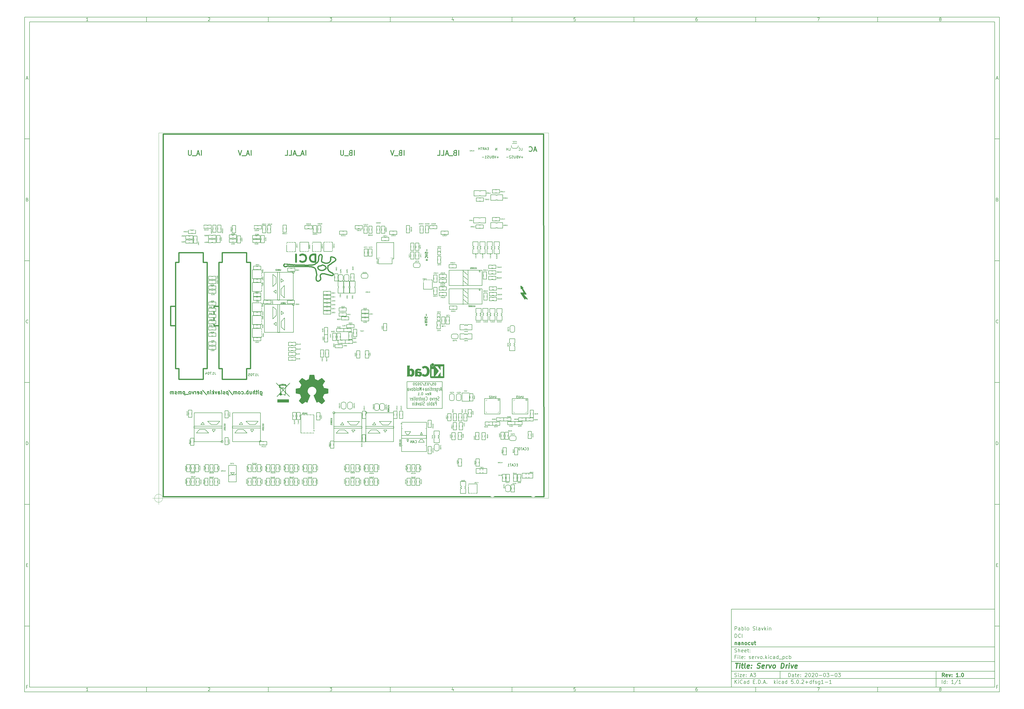
<source format=gbr>
G04 #@! TF.GenerationSoftware,KiCad,Pcbnew,5.0.2+dfsg1-1*
G04 #@! TF.CreationDate,2020-03-06T12:53:01-03:00*
G04 #@! TF.ProjectId,servo,73657276-6f2e-46b6-9963-61645f706362,1.0*
G04 #@! TF.SameCoordinates,Original*
G04 #@! TF.FileFunction,Legend,Bot*
G04 #@! TF.FilePolarity,Positive*
%FSLAX46Y46*%
G04 Gerber Fmt 4.6, Leading zero omitted, Abs format (unit mm)*
G04 Created by KiCad (PCBNEW 5.0.2+dfsg1-1) date Fri 06 Mar 2020 12:53:01 PM -03*
%MOMM*%
%LPD*%
G01*
G04 APERTURE LIST*
%ADD10C,0.100000*%
%ADD11C,0.150000*%
%ADD12C,0.300000*%
%ADD13C,0.400000*%
%ADD14C,0.250000*%
%ADD15C,0.200000*%
%ADD16C,0.500000*%
%ADD17C,0.120000*%
%ADD18C,0.010000*%
%ADD19C,0.381000*%
%ADD20C,0.750000*%
%ADD21C,1.565000*%
%ADD22C,0.500000*%
%ADD23O,2.140000X2.640000*%
%ADD24C,1.640000*%
%ADD25C,1.340000*%
%ADD26O,2.640000X3.140000*%
%ADD27C,1.015000*%
%ADD28O,1.940000X3.140000*%
%ADD29C,1.940000*%
%ADD30O,3.140000X2.140000*%
%ADD31C,2.140000*%
%ADD32C,2.340000*%
%ADD33C,1.740000*%
%ADD34C,3.640000*%
%ADD35C,2.540000*%
%ADD36O,0.940000X2.140000*%
%ADD37O,3.140000X2.640000*%
%ADD38O,3.140000X3.140000*%
%ADD39C,0.790000*%
%ADD40C,1.140000*%
%ADD41O,2.140000X0.940000*%
%ADD42C,0.390000*%
%ADD43C,3.040000*%
%ADD44C,1.390000*%
%ADD45C,3.140000*%
%ADD46C,3.466000*%
%ADD47C,2.495000*%
%ADD48R,3.940000X2.140000*%
%ADD49R,1.640000X2.140000*%
G04 APERTURE END LIST*
D10*
D11*
X299989000Y-253002200D02*
X299989000Y-285002200D01*
X407989000Y-285002200D01*
X407989000Y-253002200D01*
X299989000Y-253002200D01*
D10*
D11*
X10000000Y-10000000D02*
X10000000Y-287002200D01*
X409989000Y-287002200D01*
X409989000Y-10000000D01*
X10000000Y-10000000D01*
D10*
D11*
X12000000Y-12000000D02*
X12000000Y-285002200D01*
X407989000Y-285002200D01*
X407989000Y-12000000D01*
X12000000Y-12000000D01*
D10*
D11*
X60000000Y-12000000D02*
X60000000Y-10000000D01*
D10*
D11*
X110000000Y-12000000D02*
X110000000Y-10000000D01*
D10*
D11*
X160000000Y-12000000D02*
X160000000Y-10000000D01*
D10*
D11*
X210000000Y-12000000D02*
X210000000Y-10000000D01*
D10*
D11*
X260000000Y-12000000D02*
X260000000Y-10000000D01*
D10*
D11*
X310000000Y-12000000D02*
X310000000Y-10000000D01*
D10*
D11*
X360000000Y-12000000D02*
X360000000Y-10000000D01*
D10*
D11*
X36065476Y-11588095D02*
X35322619Y-11588095D01*
X35694047Y-11588095D02*
X35694047Y-10288095D01*
X35570238Y-10473809D01*
X35446428Y-10597619D01*
X35322619Y-10659523D01*
D10*
D11*
X85322619Y-10411904D02*
X85384523Y-10350000D01*
X85508333Y-10288095D01*
X85817857Y-10288095D01*
X85941666Y-10350000D01*
X86003571Y-10411904D01*
X86065476Y-10535714D01*
X86065476Y-10659523D01*
X86003571Y-10845238D01*
X85260714Y-11588095D01*
X86065476Y-11588095D01*
D10*
D11*
X135260714Y-10288095D02*
X136065476Y-10288095D01*
X135632142Y-10783333D01*
X135817857Y-10783333D01*
X135941666Y-10845238D01*
X136003571Y-10907142D01*
X136065476Y-11030952D01*
X136065476Y-11340476D01*
X136003571Y-11464285D01*
X135941666Y-11526190D01*
X135817857Y-11588095D01*
X135446428Y-11588095D01*
X135322619Y-11526190D01*
X135260714Y-11464285D01*
D10*
D11*
X185941666Y-10721428D02*
X185941666Y-11588095D01*
X185632142Y-10226190D02*
X185322619Y-11154761D01*
X186127380Y-11154761D01*
D10*
D11*
X236003571Y-10288095D02*
X235384523Y-10288095D01*
X235322619Y-10907142D01*
X235384523Y-10845238D01*
X235508333Y-10783333D01*
X235817857Y-10783333D01*
X235941666Y-10845238D01*
X236003571Y-10907142D01*
X236065476Y-11030952D01*
X236065476Y-11340476D01*
X236003571Y-11464285D01*
X235941666Y-11526190D01*
X235817857Y-11588095D01*
X235508333Y-11588095D01*
X235384523Y-11526190D01*
X235322619Y-11464285D01*
D10*
D11*
X285941666Y-10288095D02*
X285694047Y-10288095D01*
X285570238Y-10350000D01*
X285508333Y-10411904D01*
X285384523Y-10597619D01*
X285322619Y-10845238D01*
X285322619Y-11340476D01*
X285384523Y-11464285D01*
X285446428Y-11526190D01*
X285570238Y-11588095D01*
X285817857Y-11588095D01*
X285941666Y-11526190D01*
X286003571Y-11464285D01*
X286065476Y-11340476D01*
X286065476Y-11030952D01*
X286003571Y-10907142D01*
X285941666Y-10845238D01*
X285817857Y-10783333D01*
X285570238Y-10783333D01*
X285446428Y-10845238D01*
X285384523Y-10907142D01*
X285322619Y-11030952D01*
D10*
D11*
X335260714Y-10288095D02*
X336127380Y-10288095D01*
X335570238Y-11588095D01*
D10*
D11*
X385570238Y-10845238D02*
X385446428Y-10783333D01*
X385384523Y-10721428D01*
X385322619Y-10597619D01*
X385322619Y-10535714D01*
X385384523Y-10411904D01*
X385446428Y-10350000D01*
X385570238Y-10288095D01*
X385817857Y-10288095D01*
X385941666Y-10350000D01*
X386003571Y-10411904D01*
X386065476Y-10535714D01*
X386065476Y-10597619D01*
X386003571Y-10721428D01*
X385941666Y-10783333D01*
X385817857Y-10845238D01*
X385570238Y-10845238D01*
X385446428Y-10907142D01*
X385384523Y-10969047D01*
X385322619Y-11092857D01*
X385322619Y-11340476D01*
X385384523Y-11464285D01*
X385446428Y-11526190D01*
X385570238Y-11588095D01*
X385817857Y-11588095D01*
X385941666Y-11526190D01*
X386003571Y-11464285D01*
X386065476Y-11340476D01*
X386065476Y-11092857D01*
X386003571Y-10969047D01*
X385941666Y-10907142D01*
X385817857Y-10845238D01*
D10*
D11*
X60000000Y-285002200D02*
X60000000Y-287002200D01*
D10*
D11*
X110000000Y-285002200D02*
X110000000Y-287002200D01*
D10*
D11*
X160000000Y-285002200D02*
X160000000Y-287002200D01*
D10*
D11*
X210000000Y-285002200D02*
X210000000Y-287002200D01*
D10*
D11*
X260000000Y-285002200D02*
X260000000Y-287002200D01*
D10*
D11*
X310000000Y-285002200D02*
X310000000Y-287002200D01*
D10*
D11*
X360000000Y-285002200D02*
X360000000Y-287002200D01*
D10*
D11*
X36065476Y-286590295D02*
X35322619Y-286590295D01*
X35694047Y-286590295D02*
X35694047Y-285290295D01*
X35570238Y-285476009D01*
X35446428Y-285599819D01*
X35322619Y-285661723D01*
D10*
D11*
X85322619Y-285414104D02*
X85384523Y-285352200D01*
X85508333Y-285290295D01*
X85817857Y-285290295D01*
X85941666Y-285352200D01*
X86003571Y-285414104D01*
X86065476Y-285537914D01*
X86065476Y-285661723D01*
X86003571Y-285847438D01*
X85260714Y-286590295D01*
X86065476Y-286590295D01*
D10*
D11*
X135260714Y-285290295D02*
X136065476Y-285290295D01*
X135632142Y-285785533D01*
X135817857Y-285785533D01*
X135941666Y-285847438D01*
X136003571Y-285909342D01*
X136065476Y-286033152D01*
X136065476Y-286342676D01*
X136003571Y-286466485D01*
X135941666Y-286528390D01*
X135817857Y-286590295D01*
X135446428Y-286590295D01*
X135322619Y-286528390D01*
X135260714Y-286466485D01*
D10*
D11*
X185941666Y-285723628D02*
X185941666Y-286590295D01*
X185632142Y-285228390D02*
X185322619Y-286156961D01*
X186127380Y-286156961D01*
D10*
D11*
X236003571Y-285290295D02*
X235384523Y-285290295D01*
X235322619Y-285909342D01*
X235384523Y-285847438D01*
X235508333Y-285785533D01*
X235817857Y-285785533D01*
X235941666Y-285847438D01*
X236003571Y-285909342D01*
X236065476Y-286033152D01*
X236065476Y-286342676D01*
X236003571Y-286466485D01*
X235941666Y-286528390D01*
X235817857Y-286590295D01*
X235508333Y-286590295D01*
X235384523Y-286528390D01*
X235322619Y-286466485D01*
D10*
D11*
X285941666Y-285290295D02*
X285694047Y-285290295D01*
X285570238Y-285352200D01*
X285508333Y-285414104D01*
X285384523Y-285599819D01*
X285322619Y-285847438D01*
X285322619Y-286342676D01*
X285384523Y-286466485D01*
X285446428Y-286528390D01*
X285570238Y-286590295D01*
X285817857Y-286590295D01*
X285941666Y-286528390D01*
X286003571Y-286466485D01*
X286065476Y-286342676D01*
X286065476Y-286033152D01*
X286003571Y-285909342D01*
X285941666Y-285847438D01*
X285817857Y-285785533D01*
X285570238Y-285785533D01*
X285446428Y-285847438D01*
X285384523Y-285909342D01*
X285322619Y-286033152D01*
D10*
D11*
X335260714Y-285290295D02*
X336127380Y-285290295D01*
X335570238Y-286590295D01*
D10*
D11*
X385570238Y-285847438D02*
X385446428Y-285785533D01*
X385384523Y-285723628D01*
X385322619Y-285599819D01*
X385322619Y-285537914D01*
X385384523Y-285414104D01*
X385446428Y-285352200D01*
X385570238Y-285290295D01*
X385817857Y-285290295D01*
X385941666Y-285352200D01*
X386003571Y-285414104D01*
X386065476Y-285537914D01*
X386065476Y-285599819D01*
X386003571Y-285723628D01*
X385941666Y-285785533D01*
X385817857Y-285847438D01*
X385570238Y-285847438D01*
X385446428Y-285909342D01*
X385384523Y-285971247D01*
X385322619Y-286095057D01*
X385322619Y-286342676D01*
X385384523Y-286466485D01*
X385446428Y-286528390D01*
X385570238Y-286590295D01*
X385817857Y-286590295D01*
X385941666Y-286528390D01*
X386003571Y-286466485D01*
X386065476Y-286342676D01*
X386065476Y-286095057D01*
X386003571Y-285971247D01*
X385941666Y-285909342D01*
X385817857Y-285847438D01*
D10*
D11*
X10000000Y-60000000D02*
X12000000Y-60000000D01*
D10*
D11*
X10000000Y-110000000D02*
X12000000Y-110000000D01*
D10*
D11*
X10000000Y-160000000D02*
X12000000Y-160000000D01*
D10*
D11*
X10000000Y-210000000D02*
X12000000Y-210000000D01*
D10*
D11*
X10000000Y-260000000D02*
X12000000Y-260000000D01*
D10*
D11*
X10690476Y-35216666D02*
X11309523Y-35216666D01*
X10566666Y-35588095D02*
X11000000Y-34288095D01*
X11433333Y-35588095D01*
D10*
D11*
X11092857Y-84907142D02*
X11278571Y-84969047D01*
X11340476Y-85030952D01*
X11402380Y-85154761D01*
X11402380Y-85340476D01*
X11340476Y-85464285D01*
X11278571Y-85526190D01*
X11154761Y-85588095D01*
X10659523Y-85588095D01*
X10659523Y-84288095D01*
X11092857Y-84288095D01*
X11216666Y-84350000D01*
X11278571Y-84411904D01*
X11340476Y-84535714D01*
X11340476Y-84659523D01*
X11278571Y-84783333D01*
X11216666Y-84845238D01*
X11092857Y-84907142D01*
X10659523Y-84907142D01*
D10*
D11*
X11402380Y-135464285D02*
X11340476Y-135526190D01*
X11154761Y-135588095D01*
X11030952Y-135588095D01*
X10845238Y-135526190D01*
X10721428Y-135402380D01*
X10659523Y-135278571D01*
X10597619Y-135030952D01*
X10597619Y-134845238D01*
X10659523Y-134597619D01*
X10721428Y-134473809D01*
X10845238Y-134350000D01*
X11030952Y-134288095D01*
X11154761Y-134288095D01*
X11340476Y-134350000D01*
X11402380Y-134411904D01*
D10*
D11*
X10659523Y-185588095D02*
X10659523Y-184288095D01*
X10969047Y-184288095D01*
X11154761Y-184350000D01*
X11278571Y-184473809D01*
X11340476Y-184597619D01*
X11402380Y-184845238D01*
X11402380Y-185030952D01*
X11340476Y-185278571D01*
X11278571Y-185402380D01*
X11154761Y-185526190D01*
X10969047Y-185588095D01*
X10659523Y-185588095D01*
D10*
D11*
X10721428Y-234907142D02*
X11154761Y-234907142D01*
X11340476Y-235588095D02*
X10721428Y-235588095D01*
X10721428Y-234288095D01*
X11340476Y-234288095D01*
D10*
D11*
X11185714Y-284907142D02*
X10752380Y-284907142D01*
X10752380Y-285588095D02*
X10752380Y-284288095D01*
X11371428Y-284288095D01*
D10*
D11*
X409989000Y-60000000D02*
X407989000Y-60000000D01*
D10*
D11*
X409989000Y-110000000D02*
X407989000Y-110000000D01*
D10*
D11*
X409989000Y-160000000D02*
X407989000Y-160000000D01*
D10*
D11*
X409989000Y-210000000D02*
X407989000Y-210000000D01*
D10*
D11*
X409989000Y-260000000D02*
X407989000Y-260000000D01*
D10*
D11*
X408679476Y-35216666D02*
X409298523Y-35216666D01*
X408555666Y-35588095D02*
X408989000Y-34288095D01*
X409422333Y-35588095D01*
D10*
D11*
X409081857Y-84907142D02*
X409267571Y-84969047D01*
X409329476Y-85030952D01*
X409391380Y-85154761D01*
X409391380Y-85340476D01*
X409329476Y-85464285D01*
X409267571Y-85526190D01*
X409143761Y-85588095D01*
X408648523Y-85588095D01*
X408648523Y-84288095D01*
X409081857Y-84288095D01*
X409205666Y-84350000D01*
X409267571Y-84411904D01*
X409329476Y-84535714D01*
X409329476Y-84659523D01*
X409267571Y-84783333D01*
X409205666Y-84845238D01*
X409081857Y-84907142D01*
X408648523Y-84907142D01*
D10*
D11*
X409391380Y-135464285D02*
X409329476Y-135526190D01*
X409143761Y-135588095D01*
X409019952Y-135588095D01*
X408834238Y-135526190D01*
X408710428Y-135402380D01*
X408648523Y-135278571D01*
X408586619Y-135030952D01*
X408586619Y-134845238D01*
X408648523Y-134597619D01*
X408710428Y-134473809D01*
X408834238Y-134350000D01*
X409019952Y-134288095D01*
X409143761Y-134288095D01*
X409329476Y-134350000D01*
X409391380Y-134411904D01*
D10*
D11*
X408648523Y-185588095D02*
X408648523Y-184288095D01*
X408958047Y-184288095D01*
X409143761Y-184350000D01*
X409267571Y-184473809D01*
X409329476Y-184597619D01*
X409391380Y-184845238D01*
X409391380Y-185030952D01*
X409329476Y-185278571D01*
X409267571Y-185402380D01*
X409143761Y-185526190D01*
X408958047Y-185588095D01*
X408648523Y-185588095D01*
D10*
D11*
X408710428Y-234907142D02*
X409143761Y-234907142D01*
X409329476Y-235588095D02*
X408710428Y-235588095D01*
X408710428Y-234288095D01*
X409329476Y-234288095D01*
D10*
D11*
X409174714Y-284907142D02*
X408741380Y-284907142D01*
X408741380Y-285588095D02*
X408741380Y-284288095D01*
X409360428Y-284288095D01*
D10*
D11*
X323421142Y-280780771D02*
X323421142Y-279280771D01*
X323778285Y-279280771D01*
X323992571Y-279352200D01*
X324135428Y-279495057D01*
X324206857Y-279637914D01*
X324278285Y-279923628D01*
X324278285Y-280137914D01*
X324206857Y-280423628D01*
X324135428Y-280566485D01*
X323992571Y-280709342D01*
X323778285Y-280780771D01*
X323421142Y-280780771D01*
X325564000Y-280780771D02*
X325564000Y-279995057D01*
X325492571Y-279852200D01*
X325349714Y-279780771D01*
X325064000Y-279780771D01*
X324921142Y-279852200D01*
X325564000Y-280709342D02*
X325421142Y-280780771D01*
X325064000Y-280780771D01*
X324921142Y-280709342D01*
X324849714Y-280566485D01*
X324849714Y-280423628D01*
X324921142Y-280280771D01*
X325064000Y-280209342D01*
X325421142Y-280209342D01*
X325564000Y-280137914D01*
X326064000Y-279780771D02*
X326635428Y-279780771D01*
X326278285Y-279280771D02*
X326278285Y-280566485D01*
X326349714Y-280709342D01*
X326492571Y-280780771D01*
X326635428Y-280780771D01*
X327706857Y-280709342D02*
X327564000Y-280780771D01*
X327278285Y-280780771D01*
X327135428Y-280709342D01*
X327064000Y-280566485D01*
X327064000Y-279995057D01*
X327135428Y-279852200D01*
X327278285Y-279780771D01*
X327564000Y-279780771D01*
X327706857Y-279852200D01*
X327778285Y-279995057D01*
X327778285Y-280137914D01*
X327064000Y-280280771D01*
X328421142Y-280637914D02*
X328492571Y-280709342D01*
X328421142Y-280780771D01*
X328349714Y-280709342D01*
X328421142Y-280637914D01*
X328421142Y-280780771D01*
X328421142Y-279852200D02*
X328492571Y-279923628D01*
X328421142Y-279995057D01*
X328349714Y-279923628D01*
X328421142Y-279852200D01*
X328421142Y-279995057D01*
X330206857Y-279423628D02*
X330278285Y-279352200D01*
X330421142Y-279280771D01*
X330778285Y-279280771D01*
X330921142Y-279352200D01*
X330992571Y-279423628D01*
X331064000Y-279566485D01*
X331064000Y-279709342D01*
X330992571Y-279923628D01*
X330135428Y-280780771D01*
X331064000Y-280780771D01*
X331992571Y-279280771D02*
X332135428Y-279280771D01*
X332278285Y-279352200D01*
X332349714Y-279423628D01*
X332421142Y-279566485D01*
X332492571Y-279852200D01*
X332492571Y-280209342D01*
X332421142Y-280495057D01*
X332349714Y-280637914D01*
X332278285Y-280709342D01*
X332135428Y-280780771D01*
X331992571Y-280780771D01*
X331849714Y-280709342D01*
X331778285Y-280637914D01*
X331706857Y-280495057D01*
X331635428Y-280209342D01*
X331635428Y-279852200D01*
X331706857Y-279566485D01*
X331778285Y-279423628D01*
X331849714Y-279352200D01*
X331992571Y-279280771D01*
X333064000Y-279423628D02*
X333135428Y-279352200D01*
X333278285Y-279280771D01*
X333635428Y-279280771D01*
X333778285Y-279352200D01*
X333849714Y-279423628D01*
X333921142Y-279566485D01*
X333921142Y-279709342D01*
X333849714Y-279923628D01*
X332992571Y-280780771D01*
X333921142Y-280780771D01*
X334849714Y-279280771D02*
X334992571Y-279280771D01*
X335135428Y-279352200D01*
X335206857Y-279423628D01*
X335278285Y-279566485D01*
X335349714Y-279852200D01*
X335349714Y-280209342D01*
X335278285Y-280495057D01*
X335206857Y-280637914D01*
X335135428Y-280709342D01*
X334992571Y-280780771D01*
X334849714Y-280780771D01*
X334706857Y-280709342D01*
X334635428Y-280637914D01*
X334564000Y-280495057D01*
X334492571Y-280209342D01*
X334492571Y-279852200D01*
X334564000Y-279566485D01*
X334635428Y-279423628D01*
X334706857Y-279352200D01*
X334849714Y-279280771D01*
X335992571Y-280209342D02*
X337135428Y-280209342D01*
X338135428Y-279280771D02*
X338278285Y-279280771D01*
X338421142Y-279352200D01*
X338492571Y-279423628D01*
X338564000Y-279566485D01*
X338635428Y-279852200D01*
X338635428Y-280209342D01*
X338564000Y-280495057D01*
X338492571Y-280637914D01*
X338421142Y-280709342D01*
X338278285Y-280780771D01*
X338135428Y-280780771D01*
X337992571Y-280709342D01*
X337921142Y-280637914D01*
X337849714Y-280495057D01*
X337778285Y-280209342D01*
X337778285Y-279852200D01*
X337849714Y-279566485D01*
X337921142Y-279423628D01*
X337992571Y-279352200D01*
X338135428Y-279280771D01*
X339135428Y-279280771D02*
X340064000Y-279280771D01*
X339564000Y-279852200D01*
X339778285Y-279852200D01*
X339921142Y-279923628D01*
X339992571Y-279995057D01*
X340064000Y-280137914D01*
X340064000Y-280495057D01*
X339992571Y-280637914D01*
X339921142Y-280709342D01*
X339778285Y-280780771D01*
X339349714Y-280780771D01*
X339206857Y-280709342D01*
X339135428Y-280637914D01*
X340706857Y-280209342D02*
X341849714Y-280209342D01*
X342849714Y-279280771D02*
X342992571Y-279280771D01*
X343135428Y-279352200D01*
X343206857Y-279423628D01*
X343278285Y-279566485D01*
X343349714Y-279852200D01*
X343349714Y-280209342D01*
X343278285Y-280495057D01*
X343206857Y-280637914D01*
X343135428Y-280709342D01*
X342992571Y-280780771D01*
X342849714Y-280780771D01*
X342706857Y-280709342D01*
X342635428Y-280637914D01*
X342564000Y-280495057D01*
X342492571Y-280209342D01*
X342492571Y-279852200D01*
X342564000Y-279566485D01*
X342635428Y-279423628D01*
X342706857Y-279352200D01*
X342849714Y-279280771D01*
X343849714Y-279280771D02*
X344778285Y-279280771D01*
X344278285Y-279852200D01*
X344492571Y-279852200D01*
X344635428Y-279923628D01*
X344706857Y-279995057D01*
X344778285Y-280137914D01*
X344778285Y-280495057D01*
X344706857Y-280637914D01*
X344635428Y-280709342D01*
X344492571Y-280780771D01*
X344064000Y-280780771D01*
X343921142Y-280709342D01*
X343849714Y-280637914D01*
D10*
D11*
X299989000Y-281502200D02*
X407989000Y-281502200D01*
D10*
D11*
X301421142Y-283580771D02*
X301421142Y-282080771D01*
X302278285Y-283580771D02*
X301635428Y-282723628D01*
X302278285Y-282080771D02*
X301421142Y-282937914D01*
X302921142Y-283580771D02*
X302921142Y-282580771D01*
X302921142Y-282080771D02*
X302849714Y-282152200D01*
X302921142Y-282223628D01*
X302992571Y-282152200D01*
X302921142Y-282080771D01*
X302921142Y-282223628D01*
X304492571Y-283437914D02*
X304421142Y-283509342D01*
X304206857Y-283580771D01*
X304064000Y-283580771D01*
X303849714Y-283509342D01*
X303706857Y-283366485D01*
X303635428Y-283223628D01*
X303564000Y-282937914D01*
X303564000Y-282723628D01*
X303635428Y-282437914D01*
X303706857Y-282295057D01*
X303849714Y-282152200D01*
X304064000Y-282080771D01*
X304206857Y-282080771D01*
X304421142Y-282152200D01*
X304492571Y-282223628D01*
X305778285Y-283580771D02*
X305778285Y-282795057D01*
X305706857Y-282652200D01*
X305564000Y-282580771D01*
X305278285Y-282580771D01*
X305135428Y-282652200D01*
X305778285Y-283509342D02*
X305635428Y-283580771D01*
X305278285Y-283580771D01*
X305135428Y-283509342D01*
X305064000Y-283366485D01*
X305064000Y-283223628D01*
X305135428Y-283080771D01*
X305278285Y-283009342D01*
X305635428Y-283009342D01*
X305778285Y-282937914D01*
X307135428Y-283580771D02*
X307135428Y-282080771D01*
X307135428Y-283509342D02*
X306992571Y-283580771D01*
X306706857Y-283580771D01*
X306564000Y-283509342D01*
X306492571Y-283437914D01*
X306421142Y-283295057D01*
X306421142Y-282866485D01*
X306492571Y-282723628D01*
X306564000Y-282652200D01*
X306706857Y-282580771D01*
X306992571Y-282580771D01*
X307135428Y-282652200D01*
X308992571Y-282795057D02*
X309492571Y-282795057D01*
X309706857Y-283580771D02*
X308992571Y-283580771D01*
X308992571Y-282080771D01*
X309706857Y-282080771D01*
X310349714Y-283437914D02*
X310421142Y-283509342D01*
X310349714Y-283580771D01*
X310278285Y-283509342D01*
X310349714Y-283437914D01*
X310349714Y-283580771D01*
X311064000Y-283580771D02*
X311064000Y-282080771D01*
X311421142Y-282080771D01*
X311635428Y-282152200D01*
X311778285Y-282295057D01*
X311849714Y-282437914D01*
X311921142Y-282723628D01*
X311921142Y-282937914D01*
X311849714Y-283223628D01*
X311778285Y-283366485D01*
X311635428Y-283509342D01*
X311421142Y-283580771D01*
X311064000Y-283580771D01*
X312564000Y-283437914D02*
X312635428Y-283509342D01*
X312564000Y-283580771D01*
X312492571Y-283509342D01*
X312564000Y-283437914D01*
X312564000Y-283580771D01*
X313206857Y-283152200D02*
X313921142Y-283152200D01*
X313064000Y-283580771D02*
X313564000Y-282080771D01*
X314064000Y-283580771D01*
X314564000Y-283437914D02*
X314635428Y-283509342D01*
X314564000Y-283580771D01*
X314492571Y-283509342D01*
X314564000Y-283437914D01*
X314564000Y-283580771D01*
X317564000Y-283580771D02*
X317564000Y-282080771D01*
X317706857Y-283009342D02*
X318135428Y-283580771D01*
X318135428Y-282580771D02*
X317564000Y-283152200D01*
X318778285Y-283580771D02*
X318778285Y-282580771D01*
X318778285Y-282080771D02*
X318706857Y-282152200D01*
X318778285Y-282223628D01*
X318849714Y-282152200D01*
X318778285Y-282080771D01*
X318778285Y-282223628D01*
X320135428Y-283509342D02*
X319992571Y-283580771D01*
X319706857Y-283580771D01*
X319564000Y-283509342D01*
X319492571Y-283437914D01*
X319421142Y-283295057D01*
X319421142Y-282866485D01*
X319492571Y-282723628D01*
X319564000Y-282652200D01*
X319706857Y-282580771D01*
X319992571Y-282580771D01*
X320135428Y-282652200D01*
X321421142Y-283580771D02*
X321421142Y-282795057D01*
X321349714Y-282652200D01*
X321206857Y-282580771D01*
X320921142Y-282580771D01*
X320778285Y-282652200D01*
X321421142Y-283509342D02*
X321278285Y-283580771D01*
X320921142Y-283580771D01*
X320778285Y-283509342D01*
X320706857Y-283366485D01*
X320706857Y-283223628D01*
X320778285Y-283080771D01*
X320921142Y-283009342D01*
X321278285Y-283009342D01*
X321421142Y-282937914D01*
X322778285Y-283580771D02*
X322778285Y-282080771D01*
X322778285Y-283509342D02*
X322635428Y-283580771D01*
X322349714Y-283580771D01*
X322206857Y-283509342D01*
X322135428Y-283437914D01*
X322064000Y-283295057D01*
X322064000Y-282866485D01*
X322135428Y-282723628D01*
X322206857Y-282652200D01*
X322349714Y-282580771D01*
X322635428Y-282580771D01*
X322778285Y-282652200D01*
X325349714Y-282080771D02*
X324635428Y-282080771D01*
X324564000Y-282795057D01*
X324635428Y-282723628D01*
X324778285Y-282652200D01*
X325135428Y-282652200D01*
X325278285Y-282723628D01*
X325349714Y-282795057D01*
X325421142Y-282937914D01*
X325421142Y-283295057D01*
X325349714Y-283437914D01*
X325278285Y-283509342D01*
X325135428Y-283580771D01*
X324778285Y-283580771D01*
X324635428Y-283509342D01*
X324564000Y-283437914D01*
X326064000Y-283437914D02*
X326135428Y-283509342D01*
X326064000Y-283580771D01*
X325992571Y-283509342D01*
X326064000Y-283437914D01*
X326064000Y-283580771D01*
X327064000Y-282080771D02*
X327206857Y-282080771D01*
X327349714Y-282152200D01*
X327421142Y-282223628D01*
X327492571Y-282366485D01*
X327564000Y-282652200D01*
X327564000Y-283009342D01*
X327492571Y-283295057D01*
X327421142Y-283437914D01*
X327349714Y-283509342D01*
X327206857Y-283580771D01*
X327064000Y-283580771D01*
X326921142Y-283509342D01*
X326849714Y-283437914D01*
X326778285Y-283295057D01*
X326706857Y-283009342D01*
X326706857Y-282652200D01*
X326778285Y-282366485D01*
X326849714Y-282223628D01*
X326921142Y-282152200D01*
X327064000Y-282080771D01*
X328206857Y-283437914D02*
X328278285Y-283509342D01*
X328206857Y-283580771D01*
X328135428Y-283509342D01*
X328206857Y-283437914D01*
X328206857Y-283580771D01*
X328849714Y-282223628D02*
X328921142Y-282152200D01*
X329064000Y-282080771D01*
X329421142Y-282080771D01*
X329564000Y-282152200D01*
X329635428Y-282223628D01*
X329706857Y-282366485D01*
X329706857Y-282509342D01*
X329635428Y-282723628D01*
X328778285Y-283580771D01*
X329706857Y-283580771D01*
X330349714Y-283009342D02*
X331492571Y-283009342D01*
X330921142Y-283580771D02*
X330921142Y-282437914D01*
X332849714Y-283580771D02*
X332849714Y-282080771D01*
X332849714Y-283509342D02*
X332706857Y-283580771D01*
X332421142Y-283580771D01*
X332278285Y-283509342D01*
X332206857Y-283437914D01*
X332135428Y-283295057D01*
X332135428Y-282866485D01*
X332206857Y-282723628D01*
X332278285Y-282652200D01*
X332421142Y-282580771D01*
X332706857Y-282580771D01*
X332849714Y-282652200D01*
X333349714Y-282580771D02*
X333921142Y-282580771D01*
X333564000Y-283580771D02*
X333564000Y-282295057D01*
X333635428Y-282152200D01*
X333778285Y-282080771D01*
X333921142Y-282080771D01*
X334349714Y-283509342D02*
X334492571Y-283580771D01*
X334778285Y-283580771D01*
X334921142Y-283509342D01*
X334992571Y-283366485D01*
X334992571Y-283295057D01*
X334921142Y-283152200D01*
X334778285Y-283080771D01*
X334564000Y-283080771D01*
X334421142Y-283009342D01*
X334349714Y-282866485D01*
X334349714Y-282795057D01*
X334421142Y-282652200D01*
X334564000Y-282580771D01*
X334778285Y-282580771D01*
X334921142Y-282652200D01*
X336278285Y-282580771D02*
X336278285Y-283795057D01*
X336206857Y-283937914D01*
X336135428Y-284009342D01*
X335992571Y-284080771D01*
X335778285Y-284080771D01*
X335635428Y-284009342D01*
X336278285Y-283509342D02*
X336135428Y-283580771D01*
X335849714Y-283580771D01*
X335706857Y-283509342D01*
X335635428Y-283437914D01*
X335564000Y-283295057D01*
X335564000Y-282866485D01*
X335635428Y-282723628D01*
X335706857Y-282652200D01*
X335849714Y-282580771D01*
X336135428Y-282580771D01*
X336278285Y-282652200D01*
X337778285Y-283580771D02*
X336921142Y-283580771D01*
X337349714Y-283580771D02*
X337349714Y-282080771D01*
X337206857Y-282295057D01*
X337064000Y-282437914D01*
X336921142Y-282509342D01*
X338421142Y-283009342D02*
X339564000Y-283009342D01*
X341064000Y-283580771D02*
X340206857Y-283580771D01*
X340635428Y-283580771D02*
X340635428Y-282080771D01*
X340492571Y-282295057D01*
X340349714Y-282437914D01*
X340206857Y-282509342D01*
D10*
D11*
X299989000Y-278502200D02*
X407989000Y-278502200D01*
D10*
D12*
X387398285Y-280780771D02*
X386898285Y-280066485D01*
X386541142Y-280780771D02*
X386541142Y-279280771D01*
X387112571Y-279280771D01*
X387255428Y-279352200D01*
X387326857Y-279423628D01*
X387398285Y-279566485D01*
X387398285Y-279780771D01*
X387326857Y-279923628D01*
X387255428Y-279995057D01*
X387112571Y-280066485D01*
X386541142Y-280066485D01*
X388612571Y-280709342D02*
X388469714Y-280780771D01*
X388184000Y-280780771D01*
X388041142Y-280709342D01*
X387969714Y-280566485D01*
X387969714Y-279995057D01*
X388041142Y-279852200D01*
X388184000Y-279780771D01*
X388469714Y-279780771D01*
X388612571Y-279852200D01*
X388684000Y-279995057D01*
X388684000Y-280137914D01*
X387969714Y-280280771D01*
X389184000Y-279780771D02*
X389541142Y-280780771D01*
X389898285Y-279780771D01*
X390469714Y-280637914D02*
X390541142Y-280709342D01*
X390469714Y-280780771D01*
X390398285Y-280709342D01*
X390469714Y-280637914D01*
X390469714Y-280780771D01*
X390469714Y-279852200D02*
X390541142Y-279923628D01*
X390469714Y-279995057D01*
X390398285Y-279923628D01*
X390469714Y-279852200D01*
X390469714Y-279995057D01*
X393112571Y-280780771D02*
X392255428Y-280780771D01*
X392684000Y-280780771D02*
X392684000Y-279280771D01*
X392541142Y-279495057D01*
X392398285Y-279637914D01*
X392255428Y-279709342D01*
X393755428Y-280637914D02*
X393826857Y-280709342D01*
X393755428Y-280780771D01*
X393684000Y-280709342D01*
X393755428Y-280637914D01*
X393755428Y-280780771D01*
X394755428Y-279280771D02*
X394898285Y-279280771D01*
X395041142Y-279352200D01*
X395112571Y-279423628D01*
X395184000Y-279566485D01*
X395255428Y-279852200D01*
X395255428Y-280209342D01*
X395184000Y-280495057D01*
X395112571Y-280637914D01*
X395041142Y-280709342D01*
X394898285Y-280780771D01*
X394755428Y-280780771D01*
X394612571Y-280709342D01*
X394541142Y-280637914D01*
X394469714Y-280495057D01*
X394398285Y-280209342D01*
X394398285Y-279852200D01*
X394469714Y-279566485D01*
X394541142Y-279423628D01*
X394612571Y-279352200D01*
X394755428Y-279280771D01*
D10*
D11*
X301349714Y-280709342D02*
X301564000Y-280780771D01*
X301921142Y-280780771D01*
X302064000Y-280709342D01*
X302135428Y-280637914D01*
X302206857Y-280495057D01*
X302206857Y-280352200D01*
X302135428Y-280209342D01*
X302064000Y-280137914D01*
X301921142Y-280066485D01*
X301635428Y-279995057D01*
X301492571Y-279923628D01*
X301421142Y-279852200D01*
X301349714Y-279709342D01*
X301349714Y-279566485D01*
X301421142Y-279423628D01*
X301492571Y-279352200D01*
X301635428Y-279280771D01*
X301992571Y-279280771D01*
X302206857Y-279352200D01*
X302849714Y-280780771D02*
X302849714Y-279780771D01*
X302849714Y-279280771D02*
X302778285Y-279352200D01*
X302849714Y-279423628D01*
X302921142Y-279352200D01*
X302849714Y-279280771D01*
X302849714Y-279423628D01*
X303421142Y-279780771D02*
X304206857Y-279780771D01*
X303421142Y-280780771D01*
X304206857Y-280780771D01*
X305349714Y-280709342D02*
X305206857Y-280780771D01*
X304921142Y-280780771D01*
X304778285Y-280709342D01*
X304706857Y-280566485D01*
X304706857Y-279995057D01*
X304778285Y-279852200D01*
X304921142Y-279780771D01*
X305206857Y-279780771D01*
X305349714Y-279852200D01*
X305421142Y-279995057D01*
X305421142Y-280137914D01*
X304706857Y-280280771D01*
X306064000Y-280637914D02*
X306135428Y-280709342D01*
X306064000Y-280780771D01*
X305992571Y-280709342D01*
X306064000Y-280637914D01*
X306064000Y-280780771D01*
X306064000Y-279852200D02*
X306135428Y-279923628D01*
X306064000Y-279995057D01*
X305992571Y-279923628D01*
X306064000Y-279852200D01*
X306064000Y-279995057D01*
X307849714Y-280352200D02*
X308564000Y-280352200D01*
X307706857Y-280780771D02*
X308206857Y-279280771D01*
X308706857Y-280780771D01*
X309064000Y-279280771D02*
X309992571Y-279280771D01*
X309492571Y-279852200D01*
X309706857Y-279852200D01*
X309849714Y-279923628D01*
X309921142Y-279995057D01*
X309992571Y-280137914D01*
X309992571Y-280495057D01*
X309921142Y-280637914D01*
X309849714Y-280709342D01*
X309706857Y-280780771D01*
X309278285Y-280780771D01*
X309135428Y-280709342D01*
X309064000Y-280637914D01*
D10*
D11*
X386421142Y-283580771D02*
X386421142Y-282080771D01*
X387778285Y-283580771D02*
X387778285Y-282080771D01*
X387778285Y-283509342D02*
X387635428Y-283580771D01*
X387349714Y-283580771D01*
X387206857Y-283509342D01*
X387135428Y-283437914D01*
X387064000Y-283295057D01*
X387064000Y-282866485D01*
X387135428Y-282723628D01*
X387206857Y-282652200D01*
X387349714Y-282580771D01*
X387635428Y-282580771D01*
X387778285Y-282652200D01*
X388492571Y-283437914D02*
X388564000Y-283509342D01*
X388492571Y-283580771D01*
X388421142Y-283509342D01*
X388492571Y-283437914D01*
X388492571Y-283580771D01*
X388492571Y-282652200D02*
X388564000Y-282723628D01*
X388492571Y-282795057D01*
X388421142Y-282723628D01*
X388492571Y-282652200D01*
X388492571Y-282795057D01*
X391135428Y-283580771D02*
X390278285Y-283580771D01*
X390706857Y-283580771D02*
X390706857Y-282080771D01*
X390564000Y-282295057D01*
X390421142Y-282437914D01*
X390278285Y-282509342D01*
X392849714Y-282009342D02*
X391564000Y-283937914D01*
X394135428Y-283580771D02*
X393278285Y-283580771D01*
X393706857Y-283580771D02*
X393706857Y-282080771D01*
X393564000Y-282295057D01*
X393421142Y-282437914D01*
X393278285Y-282509342D01*
D10*
D11*
X299989000Y-274502200D02*
X407989000Y-274502200D01*
D10*
D13*
X301701380Y-275206961D02*
X302844238Y-275206961D01*
X302022809Y-277206961D02*
X302272809Y-275206961D01*
X303260904Y-277206961D02*
X303427571Y-275873628D01*
X303510904Y-275206961D02*
X303403761Y-275302200D01*
X303487095Y-275397438D01*
X303594238Y-275302200D01*
X303510904Y-275206961D01*
X303487095Y-275397438D01*
X304094238Y-275873628D02*
X304856142Y-275873628D01*
X304463285Y-275206961D02*
X304249000Y-276921247D01*
X304320428Y-277111723D01*
X304499000Y-277206961D01*
X304689476Y-277206961D01*
X305641857Y-277206961D02*
X305463285Y-277111723D01*
X305391857Y-276921247D01*
X305606142Y-275206961D01*
X307177571Y-277111723D02*
X306975190Y-277206961D01*
X306594238Y-277206961D01*
X306415666Y-277111723D01*
X306344238Y-276921247D01*
X306439476Y-276159342D01*
X306558523Y-275968866D01*
X306760904Y-275873628D01*
X307141857Y-275873628D01*
X307320428Y-275968866D01*
X307391857Y-276159342D01*
X307368047Y-276349819D01*
X306391857Y-276540295D01*
X308141857Y-277016485D02*
X308225190Y-277111723D01*
X308118047Y-277206961D01*
X308034714Y-277111723D01*
X308141857Y-277016485D01*
X308118047Y-277206961D01*
X308272809Y-275968866D02*
X308356142Y-276064104D01*
X308249000Y-276159342D01*
X308165666Y-276064104D01*
X308272809Y-275968866D01*
X308249000Y-276159342D01*
X310510904Y-277111723D02*
X310784714Y-277206961D01*
X311260904Y-277206961D01*
X311463285Y-277111723D01*
X311570428Y-277016485D01*
X311689476Y-276826009D01*
X311713285Y-276635533D01*
X311641857Y-276445057D01*
X311558523Y-276349819D01*
X311379952Y-276254580D01*
X311010904Y-276159342D01*
X310832333Y-276064104D01*
X310749000Y-275968866D01*
X310677571Y-275778390D01*
X310701380Y-275587914D01*
X310820428Y-275397438D01*
X310927571Y-275302200D01*
X311129952Y-275206961D01*
X311606142Y-275206961D01*
X311879952Y-275302200D01*
X313272809Y-277111723D02*
X313070428Y-277206961D01*
X312689476Y-277206961D01*
X312510904Y-277111723D01*
X312439476Y-276921247D01*
X312534714Y-276159342D01*
X312653761Y-275968866D01*
X312856142Y-275873628D01*
X313237095Y-275873628D01*
X313415666Y-275968866D01*
X313487095Y-276159342D01*
X313463285Y-276349819D01*
X312487095Y-276540295D01*
X314213285Y-277206961D02*
X314379952Y-275873628D01*
X314332333Y-276254580D02*
X314451380Y-276064104D01*
X314558523Y-275968866D01*
X314760904Y-275873628D01*
X314951380Y-275873628D01*
X315427571Y-275873628D02*
X315737095Y-277206961D01*
X316379952Y-275873628D01*
X317260904Y-277206961D02*
X317082333Y-277111723D01*
X316999000Y-277016485D01*
X316927571Y-276826009D01*
X316999000Y-276254580D01*
X317118047Y-276064104D01*
X317225190Y-275968866D01*
X317427571Y-275873628D01*
X317713285Y-275873628D01*
X317891857Y-275968866D01*
X317975190Y-276064104D01*
X318046619Y-276254580D01*
X317975190Y-276826009D01*
X317856142Y-277016485D01*
X317749000Y-277111723D01*
X317546619Y-277206961D01*
X317260904Y-277206961D01*
X320308523Y-277206961D02*
X320558523Y-275206961D01*
X321034714Y-275206961D01*
X321308523Y-275302200D01*
X321475190Y-275492676D01*
X321546619Y-275683152D01*
X321594238Y-276064104D01*
X321558523Y-276349819D01*
X321415666Y-276730771D01*
X321296619Y-276921247D01*
X321082333Y-277111723D01*
X320784714Y-277206961D01*
X320308523Y-277206961D01*
X322308523Y-277206961D02*
X322475190Y-275873628D01*
X322427571Y-276254580D02*
X322546619Y-276064104D01*
X322653761Y-275968866D01*
X322856142Y-275873628D01*
X323046619Y-275873628D01*
X323546619Y-277206961D02*
X323713285Y-275873628D01*
X323796619Y-275206961D02*
X323689476Y-275302200D01*
X323772809Y-275397438D01*
X323879952Y-275302200D01*
X323796619Y-275206961D01*
X323772809Y-275397438D01*
X324475190Y-275873628D02*
X324784714Y-277206961D01*
X325427571Y-275873628D01*
X326796619Y-277111723D02*
X326594238Y-277206961D01*
X326213285Y-277206961D01*
X326034714Y-277111723D01*
X325963285Y-276921247D01*
X326058523Y-276159342D01*
X326177571Y-275968866D01*
X326379952Y-275873628D01*
X326760904Y-275873628D01*
X326939476Y-275968866D01*
X327010904Y-276159342D01*
X326987095Y-276349819D01*
X326010904Y-276540295D01*
D10*
D11*
X301921142Y-272595057D02*
X301421142Y-272595057D01*
X301421142Y-273380771D02*
X301421142Y-271880771D01*
X302135428Y-271880771D01*
X302706857Y-273380771D02*
X302706857Y-272380771D01*
X302706857Y-271880771D02*
X302635428Y-271952200D01*
X302706857Y-272023628D01*
X302778285Y-271952200D01*
X302706857Y-271880771D01*
X302706857Y-272023628D01*
X303635428Y-273380771D02*
X303492571Y-273309342D01*
X303421142Y-273166485D01*
X303421142Y-271880771D01*
X304778285Y-273309342D02*
X304635428Y-273380771D01*
X304349714Y-273380771D01*
X304206857Y-273309342D01*
X304135428Y-273166485D01*
X304135428Y-272595057D01*
X304206857Y-272452200D01*
X304349714Y-272380771D01*
X304635428Y-272380771D01*
X304778285Y-272452200D01*
X304849714Y-272595057D01*
X304849714Y-272737914D01*
X304135428Y-272880771D01*
X305492571Y-273237914D02*
X305564000Y-273309342D01*
X305492571Y-273380771D01*
X305421142Y-273309342D01*
X305492571Y-273237914D01*
X305492571Y-273380771D01*
X305492571Y-272452200D02*
X305564000Y-272523628D01*
X305492571Y-272595057D01*
X305421142Y-272523628D01*
X305492571Y-272452200D01*
X305492571Y-272595057D01*
X307278285Y-273309342D02*
X307421142Y-273380771D01*
X307706857Y-273380771D01*
X307849714Y-273309342D01*
X307921142Y-273166485D01*
X307921142Y-273095057D01*
X307849714Y-272952200D01*
X307706857Y-272880771D01*
X307492571Y-272880771D01*
X307349714Y-272809342D01*
X307278285Y-272666485D01*
X307278285Y-272595057D01*
X307349714Y-272452200D01*
X307492571Y-272380771D01*
X307706857Y-272380771D01*
X307849714Y-272452200D01*
X309135428Y-273309342D02*
X308992571Y-273380771D01*
X308706857Y-273380771D01*
X308564000Y-273309342D01*
X308492571Y-273166485D01*
X308492571Y-272595057D01*
X308564000Y-272452200D01*
X308706857Y-272380771D01*
X308992571Y-272380771D01*
X309135428Y-272452200D01*
X309206857Y-272595057D01*
X309206857Y-272737914D01*
X308492571Y-272880771D01*
X309849714Y-273380771D02*
X309849714Y-272380771D01*
X309849714Y-272666485D02*
X309921142Y-272523628D01*
X309992571Y-272452200D01*
X310135428Y-272380771D01*
X310278285Y-272380771D01*
X310635428Y-272380771D02*
X310992571Y-273380771D01*
X311349714Y-272380771D01*
X312135428Y-273380771D02*
X311992571Y-273309342D01*
X311921142Y-273237914D01*
X311849714Y-273095057D01*
X311849714Y-272666485D01*
X311921142Y-272523628D01*
X311992571Y-272452200D01*
X312135428Y-272380771D01*
X312349714Y-272380771D01*
X312492571Y-272452200D01*
X312564000Y-272523628D01*
X312635428Y-272666485D01*
X312635428Y-273095057D01*
X312564000Y-273237914D01*
X312492571Y-273309342D01*
X312349714Y-273380771D01*
X312135428Y-273380771D01*
X313278285Y-273237914D02*
X313349714Y-273309342D01*
X313278285Y-273380771D01*
X313206857Y-273309342D01*
X313278285Y-273237914D01*
X313278285Y-273380771D01*
X313992571Y-273380771D02*
X313992571Y-271880771D01*
X314135428Y-272809342D02*
X314564000Y-273380771D01*
X314564000Y-272380771D02*
X313992571Y-272952200D01*
X315206857Y-273380771D02*
X315206857Y-272380771D01*
X315206857Y-271880771D02*
X315135428Y-271952200D01*
X315206857Y-272023628D01*
X315278285Y-271952200D01*
X315206857Y-271880771D01*
X315206857Y-272023628D01*
X316564000Y-273309342D02*
X316421142Y-273380771D01*
X316135428Y-273380771D01*
X315992571Y-273309342D01*
X315921142Y-273237914D01*
X315849714Y-273095057D01*
X315849714Y-272666485D01*
X315921142Y-272523628D01*
X315992571Y-272452200D01*
X316135428Y-272380771D01*
X316421142Y-272380771D01*
X316564000Y-272452200D01*
X317849714Y-273380771D02*
X317849714Y-272595057D01*
X317778285Y-272452200D01*
X317635428Y-272380771D01*
X317349714Y-272380771D01*
X317206857Y-272452200D01*
X317849714Y-273309342D02*
X317706857Y-273380771D01*
X317349714Y-273380771D01*
X317206857Y-273309342D01*
X317135428Y-273166485D01*
X317135428Y-273023628D01*
X317206857Y-272880771D01*
X317349714Y-272809342D01*
X317706857Y-272809342D01*
X317849714Y-272737914D01*
X319206857Y-273380771D02*
X319206857Y-271880771D01*
X319206857Y-273309342D02*
X319064000Y-273380771D01*
X318778285Y-273380771D01*
X318635428Y-273309342D01*
X318564000Y-273237914D01*
X318492571Y-273095057D01*
X318492571Y-272666485D01*
X318564000Y-272523628D01*
X318635428Y-272452200D01*
X318778285Y-272380771D01*
X319064000Y-272380771D01*
X319206857Y-272452200D01*
X319564000Y-273523628D02*
X320706857Y-273523628D01*
X321064000Y-272380771D02*
X321064000Y-273880771D01*
X321064000Y-272452200D02*
X321206857Y-272380771D01*
X321492571Y-272380771D01*
X321635428Y-272452200D01*
X321706857Y-272523628D01*
X321778285Y-272666485D01*
X321778285Y-273095057D01*
X321706857Y-273237914D01*
X321635428Y-273309342D01*
X321492571Y-273380771D01*
X321206857Y-273380771D01*
X321064000Y-273309342D01*
X323064000Y-273309342D02*
X322921142Y-273380771D01*
X322635428Y-273380771D01*
X322492571Y-273309342D01*
X322421142Y-273237914D01*
X322349714Y-273095057D01*
X322349714Y-272666485D01*
X322421142Y-272523628D01*
X322492571Y-272452200D01*
X322635428Y-272380771D01*
X322921142Y-272380771D01*
X323064000Y-272452200D01*
X323706857Y-273380771D02*
X323706857Y-271880771D01*
X323706857Y-272452200D02*
X323849714Y-272380771D01*
X324135428Y-272380771D01*
X324278285Y-272452200D01*
X324349714Y-272523628D01*
X324421142Y-272666485D01*
X324421142Y-273095057D01*
X324349714Y-273237914D01*
X324278285Y-273309342D01*
X324135428Y-273380771D01*
X323849714Y-273380771D01*
X323706857Y-273309342D01*
D10*
D11*
X299989000Y-268502200D02*
X407989000Y-268502200D01*
D10*
D11*
X301349714Y-270609342D02*
X301564000Y-270680771D01*
X301921142Y-270680771D01*
X302064000Y-270609342D01*
X302135428Y-270537914D01*
X302206857Y-270395057D01*
X302206857Y-270252200D01*
X302135428Y-270109342D01*
X302064000Y-270037914D01*
X301921142Y-269966485D01*
X301635428Y-269895057D01*
X301492571Y-269823628D01*
X301421142Y-269752200D01*
X301349714Y-269609342D01*
X301349714Y-269466485D01*
X301421142Y-269323628D01*
X301492571Y-269252200D01*
X301635428Y-269180771D01*
X301992571Y-269180771D01*
X302206857Y-269252200D01*
X302849714Y-270680771D02*
X302849714Y-269180771D01*
X303492571Y-270680771D02*
X303492571Y-269895057D01*
X303421142Y-269752200D01*
X303278285Y-269680771D01*
X303064000Y-269680771D01*
X302921142Y-269752200D01*
X302849714Y-269823628D01*
X304778285Y-270609342D02*
X304635428Y-270680771D01*
X304349714Y-270680771D01*
X304206857Y-270609342D01*
X304135428Y-270466485D01*
X304135428Y-269895057D01*
X304206857Y-269752200D01*
X304349714Y-269680771D01*
X304635428Y-269680771D01*
X304778285Y-269752200D01*
X304849714Y-269895057D01*
X304849714Y-270037914D01*
X304135428Y-270180771D01*
X306064000Y-270609342D02*
X305921142Y-270680771D01*
X305635428Y-270680771D01*
X305492571Y-270609342D01*
X305421142Y-270466485D01*
X305421142Y-269895057D01*
X305492571Y-269752200D01*
X305635428Y-269680771D01*
X305921142Y-269680771D01*
X306064000Y-269752200D01*
X306135428Y-269895057D01*
X306135428Y-270037914D01*
X305421142Y-270180771D01*
X306564000Y-269680771D02*
X307135428Y-269680771D01*
X306778285Y-269180771D02*
X306778285Y-270466485D01*
X306849714Y-270609342D01*
X306992571Y-270680771D01*
X307135428Y-270680771D01*
X307635428Y-270537914D02*
X307706857Y-270609342D01*
X307635428Y-270680771D01*
X307564000Y-270609342D01*
X307635428Y-270537914D01*
X307635428Y-270680771D01*
X307635428Y-269752200D02*
X307706857Y-269823628D01*
X307635428Y-269895057D01*
X307564000Y-269823628D01*
X307635428Y-269752200D01*
X307635428Y-269895057D01*
D10*
D12*
X301541142Y-266680771D02*
X301541142Y-267680771D01*
X301541142Y-266823628D02*
X301612571Y-266752200D01*
X301755428Y-266680771D01*
X301969714Y-266680771D01*
X302112571Y-266752200D01*
X302184000Y-266895057D01*
X302184000Y-267680771D01*
X303541142Y-267680771D02*
X303541142Y-266895057D01*
X303469714Y-266752200D01*
X303326857Y-266680771D01*
X303041142Y-266680771D01*
X302898285Y-266752200D01*
X303541142Y-267609342D02*
X303398285Y-267680771D01*
X303041142Y-267680771D01*
X302898285Y-267609342D01*
X302826857Y-267466485D01*
X302826857Y-267323628D01*
X302898285Y-267180771D01*
X303041142Y-267109342D01*
X303398285Y-267109342D01*
X303541142Y-267037914D01*
X304255428Y-266680771D02*
X304255428Y-267680771D01*
X304255428Y-266823628D02*
X304326857Y-266752200D01*
X304469714Y-266680771D01*
X304684000Y-266680771D01*
X304826857Y-266752200D01*
X304898285Y-266895057D01*
X304898285Y-267680771D01*
X305826857Y-267680771D02*
X305684000Y-267609342D01*
X305612571Y-267537914D01*
X305541142Y-267395057D01*
X305541142Y-266966485D01*
X305612571Y-266823628D01*
X305684000Y-266752200D01*
X305826857Y-266680771D01*
X306041142Y-266680771D01*
X306184000Y-266752200D01*
X306255428Y-266823628D01*
X306326857Y-266966485D01*
X306326857Y-267395057D01*
X306255428Y-267537914D01*
X306184000Y-267609342D01*
X306041142Y-267680771D01*
X305826857Y-267680771D01*
X307612571Y-267609342D02*
X307469714Y-267680771D01*
X307184000Y-267680771D01*
X307041142Y-267609342D01*
X306969714Y-267537914D01*
X306898285Y-267395057D01*
X306898285Y-266966485D01*
X306969714Y-266823628D01*
X307041142Y-266752200D01*
X307184000Y-266680771D01*
X307469714Y-266680771D01*
X307612571Y-266752200D01*
X308898285Y-266680771D02*
X308898285Y-267680771D01*
X308255428Y-266680771D02*
X308255428Y-267466485D01*
X308326857Y-267609342D01*
X308469714Y-267680771D01*
X308684000Y-267680771D01*
X308826857Y-267609342D01*
X308898285Y-267537914D01*
X309398285Y-266680771D02*
X309969714Y-266680771D01*
X309612571Y-266180771D02*
X309612571Y-267466485D01*
X309684000Y-267609342D01*
X309826857Y-267680771D01*
X309969714Y-267680771D01*
D10*
D11*
X301421142Y-264680771D02*
X301421142Y-263180771D01*
X301778285Y-263180771D01*
X301992571Y-263252200D01*
X302135428Y-263395057D01*
X302206857Y-263537914D01*
X302278285Y-263823628D01*
X302278285Y-264037914D01*
X302206857Y-264323628D01*
X302135428Y-264466485D01*
X301992571Y-264609342D01*
X301778285Y-264680771D01*
X301421142Y-264680771D01*
X303778285Y-264537914D02*
X303706857Y-264609342D01*
X303492571Y-264680771D01*
X303349714Y-264680771D01*
X303135428Y-264609342D01*
X302992571Y-264466485D01*
X302921142Y-264323628D01*
X302849714Y-264037914D01*
X302849714Y-263823628D01*
X302921142Y-263537914D01*
X302992571Y-263395057D01*
X303135428Y-263252200D01*
X303349714Y-263180771D01*
X303492571Y-263180771D01*
X303706857Y-263252200D01*
X303778285Y-263323628D01*
X304421142Y-264680771D02*
X304421142Y-263180771D01*
D10*
D11*
X301421142Y-261680771D02*
X301421142Y-260180771D01*
X301992571Y-260180771D01*
X302135428Y-260252200D01*
X302206857Y-260323628D01*
X302278285Y-260466485D01*
X302278285Y-260680771D01*
X302206857Y-260823628D01*
X302135428Y-260895057D01*
X301992571Y-260966485D01*
X301421142Y-260966485D01*
X303564000Y-261680771D02*
X303564000Y-260895057D01*
X303492571Y-260752200D01*
X303349714Y-260680771D01*
X303064000Y-260680771D01*
X302921142Y-260752200D01*
X303564000Y-261609342D02*
X303421142Y-261680771D01*
X303064000Y-261680771D01*
X302921142Y-261609342D01*
X302849714Y-261466485D01*
X302849714Y-261323628D01*
X302921142Y-261180771D01*
X303064000Y-261109342D01*
X303421142Y-261109342D01*
X303564000Y-261037914D01*
X304278285Y-261680771D02*
X304278285Y-260180771D01*
X304278285Y-260752200D02*
X304421142Y-260680771D01*
X304706857Y-260680771D01*
X304849714Y-260752200D01*
X304921142Y-260823628D01*
X304992571Y-260966485D01*
X304992571Y-261395057D01*
X304921142Y-261537914D01*
X304849714Y-261609342D01*
X304706857Y-261680771D01*
X304421142Y-261680771D01*
X304278285Y-261609342D01*
X305849714Y-261680771D02*
X305706857Y-261609342D01*
X305635428Y-261466485D01*
X305635428Y-260180771D01*
X306635428Y-261680771D02*
X306492571Y-261609342D01*
X306421142Y-261537914D01*
X306349714Y-261395057D01*
X306349714Y-260966485D01*
X306421142Y-260823628D01*
X306492571Y-260752200D01*
X306635428Y-260680771D01*
X306849714Y-260680771D01*
X306992571Y-260752200D01*
X307064000Y-260823628D01*
X307135428Y-260966485D01*
X307135428Y-261395057D01*
X307064000Y-261537914D01*
X306992571Y-261609342D01*
X306849714Y-261680771D01*
X306635428Y-261680771D01*
X308849714Y-261609342D02*
X309064000Y-261680771D01*
X309421142Y-261680771D01*
X309564000Y-261609342D01*
X309635428Y-261537914D01*
X309706857Y-261395057D01*
X309706857Y-261252200D01*
X309635428Y-261109342D01*
X309564000Y-261037914D01*
X309421142Y-260966485D01*
X309135428Y-260895057D01*
X308992571Y-260823628D01*
X308921142Y-260752200D01*
X308849714Y-260609342D01*
X308849714Y-260466485D01*
X308921142Y-260323628D01*
X308992571Y-260252200D01*
X309135428Y-260180771D01*
X309492571Y-260180771D01*
X309706857Y-260252200D01*
X310564000Y-261680771D02*
X310421142Y-261609342D01*
X310349714Y-261466485D01*
X310349714Y-260180771D01*
X311778285Y-261680771D02*
X311778285Y-260895057D01*
X311706857Y-260752200D01*
X311564000Y-260680771D01*
X311278285Y-260680771D01*
X311135428Y-260752200D01*
X311778285Y-261609342D02*
X311635428Y-261680771D01*
X311278285Y-261680771D01*
X311135428Y-261609342D01*
X311064000Y-261466485D01*
X311064000Y-261323628D01*
X311135428Y-261180771D01*
X311278285Y-261109342D01*
X311635428Y-261109342D01*
X311778285Y-261037914D01*
X312349714Y-260680771D02*
X312706857Y-261680771D01*
X313064000Y-260680771D01*
X313635428Y-261680771D02*
X313635428Y-260180771D01*
X313778285Y-261109342D02*
X314206857Y-261680771D01*
X314206857Y-260680771D02*
X313635428Y-261252200D01*
X314849714Y-261680771D02*
X314849714Y-260680771D01*
X314849714Y-260180771D02*
X314778285Y-260252200D01*
X314849714Y-260323628D01*
X314921142Y-260252200D01*
X314849714Y-260180771D01*
X314849714Y-260323628D01*
X315564000Y-260680771D02*
X315564000Y-261680771D01*
X315564000Y-260823628D02*
X315635428Y-260752200D01*
X315778285Y-260680771D01*
X315992571Y-260680771D01*
X316135428Y-260752200D01*
X316206857Y-260895057D01*
X316206857Y-261680771D01*
D10*
D11*
X319989000Y-278502200D02*
X319989000Y-281502200D01*
D10*
D11*
X383989000Y-278502200D02*
X383989000Y-285002200D01*
D12*
X106674905Y-163738488D02*
X106826691Y-164952774D01*
X106915977Y-165095631D01*
X106996334Y-165167059D01*
X107148119Y-165238488D01*
X107362405Y-165238488D01*
X107496334Y-165167059D01*
X106790977Y-164667059D02*
X106942762Y-164738488D01*
X107228477Y-164738488D01*
X107362405Y-164667059D01*
X107424905Y-164595631D01*
X107478477Y-164452774D01*
X107424905Y-164024202D01*
X107335619Y-163881345D01*
X107255262Y-163809917D01*
X107103477Y-163738488D01*
X106817762Y-163738488D01*
X106683834Y-163809917D01*
X106085619Y-164738488D02*
X105960619Y-163738488D01*
X105898119Y-163238488D02*
X105978477Y-163309917D01*
X105915977Y-163381345D01*
X105835619Y-163309917D01*
X105898119Y-163238488D01*
X105915977Y-163381345D01*
X105460619Y-163738488D02*
X104889191Y-163738488D01*
X105183834Y-163238488D02*
X105344548Y-164524202D01*
X105290977Y-164667059D01*
X105157048Y-164738488D01*
X105014191Y-164738488D01*
X104514191Y-164738488D02*
X104326691Y-163238488D01*
X103871334Y-164738488D02*
X103773119Y-163952774D01*
X103826691Y-163809917D01*
X103960619Y-163738488D01*
X104174905Y-163738488D01*
X104326691Y-163809917D01*
X104407048Y-163881345D01*
X102389191Y-163738488D02*
X102514191Y-164738488D01*
X103032048Y-163738488D02*
X103130262Y-164524202D01*
X103076691Y-164667059D01*
X102942762Y-164738488D01*
X102728477Y-164738488D01*
X102576691Y-164667059D01*
X102496334Y-164595631D01*
X101799905Y-164738488D02*
X101612405Y-163238488D01*
X101683834Y-163809917D02*
X101532048Y-163738488D01*
X101246334Y-163738488D01*
X101112405Y-163809917D01*
X101049905Y-163881345D01*
X100996334Y-164024202D01*
X101049905Y-164452774D01*
X101139191Y-164595631D01*
X101219548Y-164667059D01*
X101371334Y-164738488D01*
X101657048Y-164738488D01*
X101790977Y-164667059D01*
X100424905Y-164595631D02*
X100362405Y-164667059D01*
X100442762Y-164738488D01*
X100505262Y-164667059D01*
X100424905Y-164595631D01*
X100442762Y-164738488D01*
X99076691Y-164667059D02*
X99228477Y-164738488D01*
X99514191Y-164738488D01*
X99648119Y-164667059D01*
X99710619Y-164595631D01*
X99764191Y-164452774D01*
X99710619Y-164024202D01*
X99621334Y-163881345D01*
X99540977Y-163809917D01*
X99389191Y-163738488D01*
X99103477Y-163738488D01*
X98969548Y-163809917D01*
X98228477Y-164738488D02*
X98362405Y-164667059D01*
X98424905Y-164595631D01*
X98478476Y-164452774D01*
X98424905Y-164024202D01*
X98335619Y-163881345D01*
X98255262Y-163809917D01*
X98103477Y-163738488D01*
X97889191Y-163738488D01*
X97755262Y-163809917D01*
X97692762Y-163881345D01*
X97639191Y-164024202D01*
X97692762Y-164452774D01*
X97782048Y-164595631D01*
X97862405Y-164667059D01*
X98014191Y-164738488D01*
X98228477Y-164738488D01*
X97085619Y-164738488D02*
X96960619Y-163738488D01*
X96978476Y-163881345D02*
X96898119Y-163809917D01*
X96746334Y-163738488D01*
X96532048Y-163738488D01*
X96398119Y-163809917D01*
X96344548Y-163952774D01*
X96442762Y-164738488D01*
X96344548Y-163952774D02*
X96255262Y-163809917D01*
X96103477Y-163738488D01*
X95889191Y-163738488D01*
X95755262Y-163809917D01*
X95701691Y-163952774D01*
X95799905Y-164738488D01*
X93817762Y-163167059D02*
X95344548Y-165095631D01*
X93389191Y-163738488D02*
X93576691Y-165238488D01*
X93398119Y-163809917D02*
X93246334Y-163738488D01*
X92960619Y-163738488D01*
X92826691Y-163809917D01*
X92764191Y-163881345D01*
X92710619Y-164024202D01*
X92764191Y-164452774D01*
X92853477Y-164595631D01*
X92933834Y-164667059D01*
X93085619Y-164738488D01*
X93371334Y-164738488D01*
X93505262Y-164667059D01*
X92219548Y-164667059D02*
X92085619Y-164738488D01*
X91799905Y-164738488D01*
X91648119Y-164667059D01*
X91558834Y-164524202D01*
X91549905Y-164452774D01*
X91603476Y-164309917D01*
X91737405Y-164238488D01*
X91951691Y-164238488D01*
X92085619Y-164167059D01*
X92139191Y-164024202D01*
X92130262Y-163952774D01*
X92040976Y-163809917D01*
X91889191Y-163738488D01*
X91674905Y-163738488D01*
X91540976Y-163809917D01*
X90728477Y-164738488D02*
X90862405Y-164667059D01*
X90915976Y-164524202D01*
X90755262Y-163238488D01*
X89514191Y-164738488D02*
X89415976Y-163952774D01*
X89469548Y-163809917D01*
X89603476Y-163738488D01*
X89889191Y-163738488D01*
X90040976Y-163809917D01*
X89505262Y-164667059D02*
X89657048Y-164738488D01*
X90014191Y-164738488D01*
X90148119Y-164667059D01*
X90201691Y-164524202D01*
X90183834Y-164381345D01*
X90094548Y-164238488D01*
X89942762Y-164167059D01*
X89585619Y-164167059D01*
X89433834Y-164095631D01*
X88817762Y-163738488D02*
X88585619Y-164738488D01*
X88103476Y-163738488D01*
X87657048Y-164738488D02*
X87469548Y-163238488D01*
X87442762Y-164167059D02*
X87085619Y-164738488D01*
X86960619Y-163738488D02*
X87603476Y-164309917D01*
X86442762Y-164738488D02*
X86317762Y-163738488D01*
X86255262Y-163238488D02*
X86335619Y-163309917D01*
X86273119Y-163381345D01*
X86192762Y-163309917D01*
X86255262Y-163238488D01*
X86273119Y-163381345D01*
X85603477Y-163738488D02*
X85728477Y-164738488D01*
X85621334Y-163881345D02*
X85540977Y-163809917D01*
X85389191Y-163738488D01*
X85174905Y-163738488D01*
X85040977Y-163809917D01*
X84987405Y-163952774D01*
X85085619Y-164738488D01*
X83103477Y-163167059D02*
X84630262Y-165095631D01*
X82862405Y-164667059D02*
X82728477Y-164738488D01*
X82442762Y-164738488D01*
X82290977Y-164667059D01*
X82201691Y-164524202D01*
X82192762Y-164452774D01*
X82246334Y-164309917D01*
X82380262Y-164238488D01*
X82594548Y-164238488D01*
X82728477Y-164167059D01*
X82782048Y-164024202D01*
X82773119Y-163952774D01*
X82683834Y-163809917D01*
X82532048Y-163738488D01*
X82317762Y-163738488D01*
X82183834Y-163809917D01*
X81005262Y-164667059D02*
X81157048Y-164738488D01*
X81442762Y-164738488D01*
X81576691Y-164667059D01*
X81630262Y-164524202D01*
X81558834Y-163952774D01*
X81469548Y-163809917D01*
X81317762Y-163738488D01*
X81032048Y-163738488D01*
X80898119Y-163809917D01*
X80844548Y-163952774D01*
X80862405Y-164095631D01*
X81594548Y-164238488D01*
X80299905Y-164738488D02*
X80174905Y-163738488D01*
X80210619Y-164024202D02*
X80121334Y-163881345D01*
X80040977Y-163809917D01*
X79889191Y-163738488D01*
X79746334Y-163738488D01*
X79389191Y-163738488D02*
X79157048Y-164738488D01*
X78674905Y-163738488D01*
X78014191Y-164738488D02*
X78148119Y-164667059D01*
X78210619Y-164595631D01*
X78264191Y-164452774D01*
X78210619Y-164024202D01*
X78121334Y-163881345D01*
X78040977Y-163809917D01*
X77889191Y-163738488D01*
X77674905Y-163738488D01*
X77540977Y-163809917D01*
X77478477Y-163881345D01*
X77424905Y-164024202D01*
X77478477Y-164452774D01*
X77567762Y-164595631D01*
X77648119Y-164667059D01*
X77799905Y-164738488D01*
X78014191Y-164738488D01*
X77246334Y-164881345D02*
X76103477Y-164881345D01*
X75603477Y-163738488D02*
X75790977Y-165238488D01*
X75612405Y-163809917D02*
X75460619Y-163738488D01*
X75174905Y-163738488D01*
X75040977Y-163809917D01*
X74978477Y-163881345D01*
X74924905Y-164024202D01*
X74978477Y-164452774D01*
X75067762Y-164595631D01*
X75148119Y-164667059D01*
X75299905Y-164738488D01*
X75585619Y-164738488D01*
X75719548Y-164667059D01*
X74371334Y-164738488D02*
X74246334Y-163738488D01*
X74264191Y-163881345D02*
X74183834Y-163809917D01*
X74032048Y-163738488D01*
X73817762Y-163738488D01*
X73683834Y-163809917D01*
X73630262Y-163952774D01*
X73728477Y-164738488D01*
X73630262Y-163952774D02*
X73540977Y-163809917D01*
X73389191Y-163738488D01*
X73174905Y-163738488D01*
X73040977Y-163809917D01*
X72987405Y-163952774D01*
X73085619Y-164738488D01*
X72433834Y-164667059D02*
X72299905Y-164738488D01*
X72014191Y-164738488D01*
X71862405Y-164667059D01*
X71773119Y-164524202D01*
X71764191Y-164452774D01*
X71817762Y-164309917D01*
X71951691Y-164238488D01*
X72165977Y-164238488D01*
X72299905Y-164167059D01*
X72353477Y-164024202D01*
X72344548Y-163952774D01*
X72255262Y-163809917D01*
X72103477Y-163738488D01*
X71889191Y-163738488D01*
X71755262Y-163809917D01*
X71157048Y-164738488D02*
X71032048Y-163738488D01*
X71049905Y-163881345D02*
X70969548Y-163809917D01*
X70817762Y-163738488D01*
X70603477Y-163738488D01*
X70469548Y-163809917D01*
X70415977Y-163952774D01*
X70514191Y-164738488D01*
X70415977Y-163952774D02*
X70326691Y-163809917D01*
X70174905Y-163738488D01*
X69960619Y-163738488D01*
X69826691Y-163809917D01*
X69773119Y-163952774D01*
X69871334Y-164738488D01*
D14*
X174772405Y-131831345D02*
X174772405Y-132593250D01*
X174153357Y-133545631D02*
X174153357Y-133069440D01*
X174629548Y-133021821D01*
X174581929Y-133069440D01*
X174534310Y-133164678D01*
X174534310Y-133402774D01*
X174581929Y-133498012D01*
X174629548Y-133545631D01*
X174724786Y-133593250D01*
X174962881Y-133593250D01*
X175058119Y-133545631D01*
X175105738Y-133498012D01*
X175153357Y-133402774D01*
X175153357Y-133164678D01*
X175105738Y-133069440D01*
X175058119Y-133021821D01*
X174153357Y-133878964D02*
X175153357Y-134212297D01*
X174153357Y-134545631D01*
X175153357Y-134878964D02*
X174153357Y-134878964D01*
X174629548Y-134878964D02*
X174629548Y-135450393D01*
X175153357Y-135450393D02*
X174153357Y-135450393D01*
X174772405Y-135926583D02*
X174772405Y-136688488D01*
X175153357Y-136307536D02*
X174391453Y-136307536D01*
X174972405Y-105255155D02*
X174972405Y-106017059D01*
X174353357Y-106969440D02*
X174353357Y-106493250D01*
X174829548Y-106445631D01*
X174781929Y-106493250D01*
X174734310Y-106588488D01*
X174734310Y-106826583D01*
X174781929Y-106921821D01*
X174829548Y-106969440D01*
X174924786Y-107017059D01*
X175162881Y-107017059D01*
X175258119Y-106969440D01*
X175305738Y-106921821D01*
X175353357Y-106826583D01*
X175353357Y-106588488D01*
X175305738Y-106493250D01*
X175258119Y-106445631D01*
X174353357Y-107302774D02*
X175353357Y-107636107D01*
X174353357Y-107969440D01*
X175258119Y-108874202D02*
X175305738Y-108826583D01*
X175353357Y-108683726D01*
X175353357Y-108588488D01*
X175305738Y-108445631D01*
X175210500Y-108350393D01*
X175115262Y-108302774D01*
X174924786Y-108255155D01*
X174781929Y-108255155D01*
X174591453Y-108302774D01*
X174496215Y-108350393D01*
X174400977Y-108445631D01*
X174353357Y-108588488D01*
X174353357Y-108683726D01*
X174400977Y-108826583D01*
X174448596Y-108874202D01*
X174972405Y-109302774D02*
X174972405Y-110064678D01*
X175353357Y-109683726D02*
X174591453Y-109683726D01*
D15*
X204505738Y-67531345D02*
X203743834Y-67531345D01*
X204124786Y-67912297D02*
X204124786Y-67150393D01*
X203410500Y-66912297D02*
X203077167Y-67912297D01*
X202743834Y-66912297D01*
X202077167Y-67388488D02*
X201934310Y-67436107D01*
X201886691Y-67483726D01*
X201839072Y-67578964D01*
X201839072Y-67721821D01*
X201886691Y-67817059D01*
X201934310Y-67864678D01*
X202029548Y-67912297D01*
X202410500Y-67912297D01*
X202410500Y-66912297D01*
X202077167Y-66912297D01*
X201981929Y-66959917D01*
X201934310Y-67007536D01*
X201886691Y-67102774D01*
X201886691Y-67198012D01*
X201934310Y-67293250D01*
X201981929Y-67340869D01*
X202077167Y-67388488D01*
X202410500Y-67388488D01*
X201410500Y-66912297D02*
X201410500Y-67721821D01*
X201362881Y-67817059D01*
X201315262Y-67864678D01*
X201220024Y-67912297D01*
X201029548Y-67912297D01*
X200934310Y-67864678D01*
X200886691Y-67817059D01*
X200839072Y-67721821D01*
X200839072Y-66912297D01*
X200410500Y-67864678D02*
X200267643Y-67912297D01*
X200029548Y-67912297D01*
X199934310Y-67864678D01*
X199886691Y-67817059D01*
X199839072Y-67721821D01*
X199839072Y-67626583D01*
X199886691Y-67531345D01*
X199934310Y-67483726D01*
X200029548Y-67436107D01*
X200220024Y-67388488D01*
X200315262Y-67340869D01*
X200362881Y-67293250D01*
X200410500Y-67198012D01*
X200410500Y-67102774D01*
X200362881Y-67007536D01*
X200315262Y-66959917D01*
X200220024Y-66912297D01*
X199981929Y-66912297D01*
X199839072Y-66959917D01*
X198886691Y-67912297D02*
X199458119Y-67912297D01*
X199172405Y-67912297D02*
X199172405Y-66912297D01*
X199267643Y-67055155D01*
X199362881Y-67150393D01*
X199458119Y-67198012D01*
X198458119Y-67531345D02*
X197696215Y-67531345D01*
X214505738Y-67531345D02*
X213743834Y-67531345D01*
X214124786Y-67912297D02*
X214124786Y-67150393D01*
X213410500Y-66912297D02*
X213077167Y-67912297D01*
X212743834Y-66912297D01*
X212077167Y-67388488D02*
X211934310Y-67436107D01*
X211886691Y-67483726D01*
X211839072Y-67578964D01*
X211839072Y-67721821D01*
X211886691Y-67817059D01*
X211934310Y-67864678D01*
X212029548Y-67912297D01*
X212410500Y-67912297D01*
X212410500Y-66912297D01*
X212077167Y-66912297D01*
X211981929Y-66959917D01*
X211934310Y-67007536D01*
X211886691Y-67102774D01*
X211886691Y-67198012D01*
X211934310Y-67293250D01*
X211981929Y-67340869D01*
X212077167Y-67388488D01*
X212410500Y-67388488D01*
X211410500Y-66912297D02*
X211410500Y-67721821D01*
X211362881Y-67817059D01*
X211315262Y-67864678D01*
X211220024Y-67912297D01*
X211029548Y-67912297D01*
X210934310Y-67864678D01*
X210886691Y-67817059D01*
X210839072Y-67721821D01*
X210839072Y-66912297D01*
X210410500Y-67864678D02*
X210267643Y-67912297D01*
X210029548Y-67912297D01*
X209934310Y-67864678D01*
X209886691Y-67817059D01*
X209839072Y-67721821D01*
X209839072Y-67626583D01*
X209886691Y-67531345D01*
X209934310Y-67483726D01*
X210029548Y-67436107D01*
X210220024Y-67388488D01*
X210315262Y-67340869D01*
X210362881Y-67293250D01*
X210410500Y-67198012D01*
X210410500Y-67102774D01*
X210362881Y-67007536D01*
X210315262Y-66959917D01*
X210220024Y-66912297D01*
X209981929Y-66912297D01*
X209839072Y-66959917D01*
X209458119Y-67007536D02*
X209410500Y-66959917D01*
X209315262Y-66912297D01*
X209077167Y-66912297D01*
X208981929Y-66959917D01*
X208934310Y-67007536D01*
X208886691Y-67102774D01*
X208886691Y-67198012D01*
X208934310Y-67340869D01*
X209505738Y-67912297D01*
X208886691Y-67912297D01*
X208458119Y-67531345D02*
X207696215Y-67531345D01*
X200348596Y-63988488D02*
X200015262Y-63988488D01*
X199872405Y-64512297D02*
X200348596Y-64512297D01*
X200348596Y-63512297D01*
X199872405Y-63512297D01*
X199491453Y-64226583D02*
X199015262Y-64226583D01*
X199586691Y-64512297D02*
X199253357Y-63512297D01*
X198920024Y-64512297D01*
X198015262Y-64512297D02*
X198348596Y-64036107D01*
X198586691Y-64512297D02*
X198586691Y-63512297D01*
X198205738Y-63512297D01*
X198110500Y-63559917D01*
X198062881Y-63607536D01*
X198015262Y-63702774D01*
X198015262Y-63845631D01*
X198062881Y-63940869D01*
X198110500Y-63988488D01*
X198205738Y-64036107D01*
X198586691Y-64036107D01*
X197729548Y-63512297D02*
X197158119Y-63512297D01*
X197443834Y-64512297D02*
X197443834Y-63512297D01*
X196824786Y-64512297D02*
X196824786Y-63512297D01*
X196824786Y-63988488D02*
X196253357Y-63988488D01*
X196253357Y-64512297D02*
X196253357Y-63512297D01*
X203786691Y-64712297D02*
X203786691Y-63712297D01*
X203215262Y-64712297D01*
X203215262Y-63712297D01*
X208715262Y-64712297D02*
X209191453Y-64712297D01*
X209191453Y-63712297D01*
X208381929Y-64712297D02*
X208381929Y-63712297D01*
X208381929Y-64188488D02*
X207810500Y-64188488D01*
X207810500Y-64712297D02*
X207810500Y-63712297D01*
X213691453Y-64712297D02*
X214167643Y-64712297D01*
X214167643Y-63712297D01*
X212786691Y-64617059D02*
X212834310Y-64664678D01*
X212977167Y-64712297D01*
X213072405Y-64712297D01*
X213215262Y-64664678D01*
X213310500Y-64569440D01*
X213358119Y-64474202D01*
X213405738Y-64283726D01*
X213405738Y-64140869D01*
X213358119Y-63950393D01*
X213310500Y-63855155D01*
X213215262Y-63759917D01*
X213072405Y-63712297D01*
X212977167Y-63712297D01*
X212834310Y-63759917D01*
X212786691Y-63807536D01*
D12*
X219977167Y-64593250D02*
X219024786Y-64593250D01*
X220167643Y-65164678D02*
X219500977Y-63164678D01*
X218834310Y-65164678D01*
X217024786Y-64974202D02*
X217120024Y-65069440D01*
X217405738Y-65164678D01*
X217596215Y-65164678D01*
X217881929Y-65069440D01*
X218072405Y-64878964D01*
X218167643Y-64688488D01*
X218262881Y-64307536D01*
X218262881Y-64021821D01*
X218167643Y-63640869D01*
X218072405Y-63450393D01*
X217881929Y-63259917D01*
X217596215Y-63164678D01*
X217405738Y-63164678D01*
X217120024Y-63259917D01*
X217024786Y-63355155D01*
X145310500Y-66764678D02*
X145310500Y-64764678D01*
X143691453Y-65717059D02*
X143405738Y-65812297D01*
X143310500Y-65907536D01*
X143215262Y-66098012D01*
X143215262Y-66383726D01*
X143310500Y-66574202D01*
X143405738Y-66669440D01*
X143596215Y-66764678D01*
X144358119Y-66764678D01*
X144358119Y-64764678D01*
X143691453Y-64764678D01*
X143500977Y-64859917D01*
X143405738Y-64955155D01*
X143310500Y-65145631D01*
X143310500Y-65336107D01*
X143405738Y-65526583D01*
X143500977Y-65621821D01*
X143691453Y-65717059D01*
X144358119Y-65717059D01*
X142834310Y-66955155D02*
X141310500Y-66955155D01*
X140834310Y-64764678D02*
X140834310Y-66383726D01*
X140739072Y-66574202D01*
X140643834Y-66669440D01*
X140453357Y-66764678D01*
X140072405Y-66764678D01*
X139881929Y-66669440D01*
X139786691Y-66574202D01*
X139691453Y-66383726D01*
X139691453Y-64764678D01*
X188139072Y-66764678D02*
X188139072Y-64764678D01*
X186520024Y-65717059D02*
X186234310Y-65812297D01*
X186139072Y-65907536D01*
X186043834Y-66098012D01*
X186043834Y-66383726D01*
X186139072Y-66574202D01*
X186234310Y-66669440D01*
X186424786Y-66764678D01*
X187186691Y-66764678D01*
X187186691Y-64764678D01*
X186520024Y-64764678D01*
X186329548Y-64859917D01*
X186234310Y-64955155D01*
X186139072Y-65145631D01*
X186139072Y-65336107D01*
X186234310Y-65526583D01*
X186329548Y-65621821D01*
X186520024Y-65717059D01*
X187186691Y-65717059D01*
X185662881Y-66955155D02*
X184139072Y-66955155D01*
X183758119Y-66193250D02*
X182805738Y-66193250D01*
X183948596Y-66764678D02*
X183281929Y-64764678D01*
X182615262Y-66764678D01*
X180996215Y-66764678D02*
X181948596Y-66764678D01*
X181948596Y-64764678D01*
X179377167Y-66764678D02*
X180329548Y-66764678D01*
X180329548Y-64764678D01*
X165720024Y-66764678D02*
X165720024Y-64764678D01*
X164100977Y-65717059D02*
X163815262Y-65812297D01*
X163720024Y-65907536D01*
X163624786Y-66098012D01*
X163624786Y-66383726D01*
X163720024Y-66574202D01*
X163815262Y-66669440D01*
X164005738Y-66764678D01*
X164767643Y-66764678D01*
X164767643Y-64764678D01*
X164100977Y-64764678D01*
X163910500Y-64859917D01*
X163815262Y-64955155D01*
X163720024Y-65145631D01*
X163720024Y-65336107D01*
X163815262Y-65526583D01*
X163910500Y-65621821D01*
X164100977Y-65717059D01*
X164767643Y-65717059D01*
X163243834Y-66955155D02*
X161720024Y-66955155D01*
X161529548Y-64764678D02*
X160862881Y-66764678D01*
X160196215Y-64764678D01*
X125396215Y-66764678D02*
X125396215Y-64764678D01*
X124539072Y-66193250D02*
X123586691Y-66193250D01*
X124729548Y-66764678D02*
X124062881Y-64764678D01*
X123396215Y-66764678D01*
X123205738Y-66955155D02*
X121681929Y-66955155D01*
X121300977Y-66193250D02*
X120348596Y-66193250D01*
X121491453Y-66764678D02*
X120824786Y-64764678D01*
X120158119Y-66764678D01*
X118539072Y-66764678D02*
X119491453Y-66764678D01*
X119491453Y-64764678D01*
X116920024Y-66764678D02*
X117872405Y-66764678D01*
X117872405Y-64764678D01*
X102977167Y-66764678D02*
X102977167Y-64764678D01*
X102120024Y-66193250D02*
X101167643Y-66193250D01*
X102310500Y-66764678D02*
X101643834Y-64764678D01*
X100977167Y-66764678D01*
X100786691Y-66955155D02*
X99262881Y-66955155D01*
X99072405Y-64764678D02*
X98405738Y-66764678D01*
X97739072Y-64764678D01*
X82567643Y-66764678D02*
X82567643Y-64764678D01*
X81710500Y-66193250D02*
X80758119Y-66193250D01*
X81900977Y-66764678D02*
X81234310Y-64764678D01*
X80567643Y-66764678D01*
X80377167Y-66955155D02*
X78853357Y-66955155D01*
X78377167Y-64764678D02*
X78377167Y-66383726D01*
X78281929Y-66574202D01*
X78186691Y-66669440D01*
X77996215Y-66764678D01*
X77615262Y-66764678D01*
X77424786Y-66669440D01*
X77329548Y-66574202D01*
X77234310Y-66383726D01*
X77234310Y-64764678D01*
D16*
X66900977Y-58059917D02*
X222900977Y-58059917D01*
X222900977Y-58059917D02*
X223100977Y-206859917D01*
X66900977Y-206859917D02*
X66900977Y-58059917D01*
X223100977Y-206859917D02*
X66900977Y-206859917D01*
D10*
X66666666Y-207500000D02*
G75*
G03X66666666Y-207500000I-1666666J0D01*
G01*
X62500000Y-207500000D02*
X67500000Y-207500000D01*
X65000000Y-205000000D02*
X65000000Y-210000000D01*
X225000000Y-207500000D02*
X65000000Y-207500000D01*
X225000000Y-57500000D02*
X225000000Y-207500000D01*
X65000000Y-57500000D02*
X225000000Y-57500000D01*
X65000000Y-207500000D02*
X65000000Y-57500000D01*
D15*
G04 #@! TO.C,R708*
X209000977Y-142009917D02*
X209000977Y-143759917D01*
X209000977Y-143759917D02*
X209400977Y-144159917D01*
X209400977Y-144159917D02*
X209000977Y-144459917D01*
X209000977Y-144459917D02*
X209400977Y-144759917D01*
X209400977Y-144759917D02*
X209000977Y-145059917D01*
X209000977Y-145059917D02*
X209000977Y-146909917D01*
X209000977Y-146909917D02*
X211200977Y-146909917D01*
X211200977Y-142009917D02*
X209000977Y-142009917D01*
X211200977Y-146909917D02*
X211200977Y-145259917D01*
X211200977Y-145259917D02*
X210700977Y-144859917D01*
X210700977Y-144859917D02*
X211200977Y-144459917D01*
X211200977Y-144459917D02*
X210700977Y-144059917D01*
X210700977Y-144059917D02*
X211200977Y-143759917D01*
X211200977Y-143759917D02*
X211200977Y-142009917D01*
G04 #@! TO.C,JP708*
X209100977Y-137309917D02*
X209100977Y-138709917D01*
X209800977Y-139409917D02*
X210400977Y-139409917D01*
X211100977Y-138709917D02*
X211100977Y-137309917D01*
X210400977Y-136609917D02*
X209800977Y-136609917D01*
X209800977Y-136609917D02*
G75*
G03X209100977Y-137309917I0J-700000D01*
G01*
X211100977Y-137309917D02*
G75*
G03X210400977Y-136609917I-700000J0D01*
G01*
X210400977Y-139409917D02*
G75*
G03X211100977Y-138709917I0J700000D01*
G01*
X209100977Y-138709917D02*
G75*
G03X209800977Y-139409917I700000J0D01*
G01*
G04 #@! TO.C,logo1302*
X181350977Y-170659917D02*
X166850977Y-170659917D01*
X181350977Y-159659917D02*
X181350977Y-170659917D01*
X166850977Y-159659917D02*
X181350977Y-159659917D01*
X166850977Y-170659917D02*
X166850977Y-159659917D01*
G04 #@! TO.C,JP707*
X211800977Y-61859917D02*
X210400977Y-61859917D01*
X209700977Y-62559917D02*
X209700977Y-63159917D01*
X210400977Y-63859917D02*
X211800977Y-63859917D01*
X212500977Y-63159917D02*
X212500977Y-62559917D01*
X212500977Y-62559917D02*
G75*
G03X211800977Y-61859917I-700000J0D01*
G01*
X211800977Y-63859917D02*
G75*
G03X212500977Y-63159917I0J700000D01*
G01*
X209700977Y-63159917D02*
G75*
G03X210400977Y-63859917I700000J0D01*
G01*
X210400977Y-61859917D02*
G75*
G03X209700977Y-62559917I0J-700000D01*
G01*
G04 #@! TO.C,JP706*
X185800977Y-142059917D02*
X187200977Y-142059917D01*
X187900977Y-141359917D02*
X187900977Y-140759917D01*
X187200977Y-140059917D02*
X185800977Y-140059917D01*
X185100977Y-140759917D02*
X185100977Y-141359917D01*
X185100977Y-141359917D02*
G75*
G03X185800977Y-142059917I700000J0D01*
G01*
X185800977Y-140059917D02*
G75*
G03X185100977Y-140759917I0J-700000D01*
G01*
X187900977Y-140759917D02*
G75*
G03X187200977Y-140059917I-700000J0D01*
G01*
X187200977Y-142059917D02*
G75*
G03X187900977Y-141359917I0J700000D01*
G01*
D16*
G04 #@! TO.C,J1704*
X69935000Y-128697000D02*
X71935000Y-128697000D01*
X69935000Y-136697000D02*
X69935000Y-128697000D01*
X71935000Y-136697000D02*
X69935000Y-136697000D01*
X73335000Y-158697000D02*
X83335000Y-158697000D01*
X73335000Y-154297000D02*
X73335000Y-158697000D01*
X71935000Y-154297000D02*
X73335000Y-154297000D01*
X71935000Y-110697000D02*
X71935000Y-154297000D01*
X73335000Y-110697000D02*
X71935000Y-110697000D01*
X73335000Y-106697000D02*
X73335000Y-110697000D01*
X83335000Y-106697000D02*
X73335000Y-106697000D01*
X83335000Y-110697000D02*
X83335000Y-106697000D01*
X84935000Y-110697000D02*
X83335000Y-110697000D01*
X84935000Y-154297000D02*
X84935000Y-110697000D01*
X83335000Y-154297000D02*
X84935000Y-154297000D01*
X83335000Y-158697000D02*
X83335000Y-154297000D01*
G04 #@! TO.C,J1705*
X87715000Y-128697000D02*
X89715000Y-128697000D01*
X87715000Y-136697000D02*
X87715000Y-128697000D01*
X89715000Y-136697000D02*
X87715000Y-136697000D01*
X91115000Y-158697000D02*
X101115000Y-158697000D01*
X91115000Y-154297000D02*
X91115000Y-158697000D01*
X89715000Y-154297000D02*
X91115000Y-154297000D01*
X89715000Y-110697000D02*
X89715000Y-154297000D01*
X91115000Y-110697000D02*
X89715000Y-110697000D01*
X91115000Y-106697000D02*
X91115000Y-110697000D01*
X101115000Y-106697000D02*
X91115000Y-106697000D01*
X101115000Y-110697000D02*
X101115000Y-106697000D01*
X102715000Y-110697000D02*
X101115000Y-110697000D01*
X102715000Y-154297000D02*
X102715000Y-110697000D01*
X101115000Y-154297000D02*
X102715000Y-154297000D01*
X101115000Y-158697000D02*
X101115000Y-154297000D01*
D15*
G04 #@! TO.C,JP705*
X178100977Y-187359917D02*
G75*
G03X178800977Y-188059917I700000J0D01*
G01*
X179400977Y-188059917D02*
G75*
G03X180100977Y-187359917I0J700000D01*
G01*
X180100977Y-185959917D02*
G75*
G03X179400977Y-185259917I-700000J0D01*
G01*
X178800977Y-185259917D02*
G75*
G03X178100977Y-185959917I0J-700000D01*
G01*
X179400977Y-185259917D02*
X178800977Y-185259917D01*
X180100977Y-187359917D02*
X180100977Y-185959917D01*
X178800977Y-188059917D02*
X179400977Y-188059917D01*
X178100977Y-185959917D02*
X178100977Y-187359917D01*
G04 #@! TO.C,R707*
X180200977Y-181589917D02*
X180200977Y-179839917D01*
X179700977Y-181889917D02*
X180200977Y-181589917D01*
X180200977Y-182289917D02*
X179700977Y-181889917D01*
X179700977Y-182689917D02*
X180200977Y-182289917D01*
X180200977Y-183089917D02*
X179700977Y-182689917D01*
X180200977Y-184739917D02*
X180200977Y-183089917D01*
X180200977Y-179839917D02*
X178000977Y-179839917D01*
X178000977Y-184739917D02*
X180200977Y-184739917D01*
X178000977Y-182889917D02*
X178000977Y-184739917D01*
X178400977Y-182589917D02*
X178000977Y-182889917D01*
X178000977Y-182289917D02*
X178400977Y-182589917D01*
X178400977Y-181989917D02*
X178000977Y-182289917D01*
X178000977Y-181589917D02*
X178400977Y-181989917D01*
X178000977Y-179839917D02*
X178000977Y-181589917D01*
G04 #@! TO.C,R704*
X190400977Y-136159917D02*
X188650977Y-136159917D01*
X190700977Y-136659917D02*
X190400977Y-136159917D01*
X191100977Y-136159917D02*
X190700977Y-136659917D01*
X191500977Y-136659917D02*
X191100977Y-136159917D01*
X191900977Y-136159917D02*
X191500977Y-136659917D01*
X193550977Y-136159917D02*
X191900977Y-136159917D01*
X188650977Y-136159917D02*
X188650977Y-138359917D01*
X193550977Y-138359917D02*
X193550977Y-136159917D01*
X191700977Y-138359917D02*
X193550977Y-138359917D01*
X191400977Y-137959917D02*
X191700977Y-138359917D01*
X191100977Y-138359917D02*
X191400977Y-137959917D01*
X190800977Y-137959917D02*
X191100977Y-138359917D01*
X190400977Y-138359917D02*
X190800977Y-137959917D01*
X188650977Y-138359917D02*
X190400977Y-138359917D01*
G04 #@! TO.C,R703*
X190400977Y-139959917D02*
X188650977Y-139959917D01*
X190700977Y-140459917D02*
X190400977Y-139959917D01*
X191100977Y-139959917D02*
X190700977Y-140459917D01*
X191500977Y-140459917D02*
X191100977Y-139959917D01*
X191900977Y-139959917D02*
X191500977Y-140459917D01*
X193550977Y-139959917D02*
X191900977Y-139959917D01*
X188650977Y-139959917D02*
X188650977Y-142159917D01*
X193550977Y-142159917D02*
X193550977Y-139959917D01*
X191700977Y-142159917D02*
X193550977Y-142159917D01*
X191400977Y-141759917D02*
X191700977Y-142159917D01*
X191100977Y-142159917D02*
X191400977Y-141759917D01*
X190800977Y-141759917D02*
X191100977Y-142159917D01*
X190400977Y-142159917D02*
X190800977Y-141759917D01*
X188650977Y-142159917D02*
X190400977Y-142159917D01*
G04 #@! TO.C,C508*
X137200977Y-118359917D02*
X137200977Y-115359917D01*
X138600977Y-118359917D02*
X137200977Y-118359917D01*
X137200977Y-115359917D02*
X138600977Y-115359917D01*
X137200977Y-116659917D02*
X137400977Y-116659917D01*
X137400977Y-117059917D02*
X137200977Y-117059917D01*
X138600977Y-118359917D02*
X138600977Y-115359917D01*
X138400977Y-116659917D02*
X138600977Y-116659917D01*
X138600977Y-117059917D02*
X138400977Y-117059917D01*
G04 #@! TO.C,C705*
X169800977Y-102759917D02*
X169800977Y-105759917D01*
X168400977Y-102759917D02*
X169800977Y-102759917D01*
X169800977Y-105759917D02*
X168400977Y-105759917D01*
X169800977Y-104459917D02*
X169600977Y-104459917D01*
X169600977Y-104059917D02*
X169800977Y-104059917D01*
X168400977Y-102759917D02*
X168400977Y-105759917D01*
X168600977Y-104459917D02*
X168400977Y-104459917D01*
X168400977Y-104059917D02*
X168600977Y-104059917D01*
G04 #@! TO.C,JP503*
X148800977Y-115259917D02*
G75*
G03X148100977Y-115959917I0J-700000D01*
G01*
X148100977Y-116559917D02*
G75*
G03X148800977Y-117259917I700000J0D01*
G01*
X150200977Y-117259917D02*
G75*
G03X150900977Y-116559917I0J700000D01*
G01*
X150900977Y-115959917D02*
G75*
G03X150200977Y-115259917I-700000J0D01*
G01*
X150900977Y-116559917D02*
X150900977Y-115959917D01*
X148800977Y-117259917D02*
X150200977Y-117259917D01*
X148100977Y-115959917D02*
X148100977Y-116559917D01*
X150200977Y-115259917D02*
X148800977Y-115259917D01*
G04 #@! TO.C,JP502*
X138700977Y-117759917D02*
G75*
G03X139400977Y-118459917I700000J0D01*
G01*
X140000977Y-118459917D02*
G75*
G03X140700977Y-117759917I0J700000D01*
G01*
X140700977Y-116359917D02*
G75*
G03X140000977Y-115659917I-700000J0D01*
G01*
X139400977Y-115659917D02*
G75*
G03X138700977Y-116359917I0J-700000D01*
G01*
X140000977Y-115659917D02*
X139400977Y-115659917D01*
X140700977Y-117759917D02*
X140700977Y-116359917D01*
X139400977Y-118459917D02*
X140000977Y-118459917D01*
X138700977Y-116359917D02*
X138700977Y-117759917D01*
G04 #@! TO.C,JP501*
X141100977Y-117759917D02*
G75*
G03X141800977Y-118459917I700000J0D01*
G01*
X142400977Y-118459917D02*
G75*
G03X143100977Y-117759917I0J700000D01*
G01*
X143100977Y-116359917D02*
G75*
G03X142400977Y-115659917I-700000J0D01*
G01*
X141800977Y-115659917D02*
G75*
G03X141100977Y-116359917I0J-700000D01*
G01*
X142400977Y-115659917D02*
X141800977Y-115659917D01*
X143100977Y-117759917D02*
X143100977Y-116359917D01*
X141800977Y-118459917D02*
X142400977Y-118459917D01*
X141100977Y-116359917D02*
X141100977Y-117759917D01*
G04 #@! TO.C,R210*
X188800977Y-203755000D02*
X188800977Y-205505000D01*
X189300977Y-203455000D02*
X188800977Y-203755000D01*
X188800977Y-203055000D02*
X189300977Y-203455000D01*
X189300977Y-202655000D02*
X188800977Y-203055000D01*
X188800977Y-202255000D02*
X189300977Y-202655000D01*
X188800977Y-200605000D02*
X188800977Y-202255000D01*
X188800977Y-205505000D02*
X191000977Y-205505000D01*
X191000977Y-200605000D02*
X188800977Y-200605000D01*
X191000977Y-202455000D02*
X191000977Y-200605000D01*
X190600977Y-202755000D02*
X191000977Y-202455000D01*
X191000977Y-203055000D02*
X190600977Y-202755000D01*
X190600977Y-203355000D02*
X191000977Y-203055000D01*
X191000977Y-203755000D02*
X190600977Y-203355000D01*
X191000977Y-205505000D02*
X191000977Y-203755000D01*
G04 #@! TO.C,R1618*
X203672903Y-132782660D02*
X203672903Y-134532660D01*
X204172903Y-132482660D02*
X203672903Y-132782660D01*
X203672903Y-132082660D02*
X204172903Y-132482660D01*
X204172903Y-131682660D02*
X203672903Y-132082660D01*
X203672903Y-131282660D02*
X204172903Y-131682660D01*
X203672903Y-129632660D02*
X203672903Y-131282660D01*
X203672903Y-134532660D02*
X205872903Y-134532660D01*
X205872903Y-129632660D02*
X203672903Y-129632660D01*
X205872903Y-131482660D02*
X205872903Y-129632660D01*
X205472903Y-131782660D02*
X205872903Y-131482660D01*
X205872903Y-132082660D02*
X205472903Y-131782660D01*
X205472903Y-132382660D02*
X205872903Y-132082660D01*
X205872903Y-132782660D02*
X205472903Y-132382660D01*
X205872903Y-134532660D02*
X205872903Y-132782660D01*
G04 #@! TO.C,R1617*
X200830301Y-132782660D02*
X200830301Y-134532660D01*
X201330301Y-132482660D02*
X200830301Y-132782660D01*
X200830301Y-132082660D02*
X201330301Y-132482660D01*
X201330301Y-131682660D02*
X200830301Y-132082660D01*
X200830301Y-131282660D02*
X201330301Y-131682660D01*
X200830301Y-129632660D02*
X200830301Y-131282660D01*
X200830301Y-134532660D02*
X203030301Y-134532660D01*
X203030301Y-129632660D02*
X200830301Y-129632660D01*
X203030301Y-131482660D02*
X203030301Y-129632660D01*
X202630301Y-131782660D02*
X203030301Y-131482660D01*
X203030301Y-132082660D02*
X202630301Y-131782660D01*
X202630301Y-132382660D02*
X203030301Y-132082660D01*
X203030301Y-132782660D02*
X202630301Y-132382660D01*
X203030301Y-134532660D02*
X203030301Y-132782660D01*
G04 #@! TO.C,R1611*
X193875097Y-105389182D02*
X193875097Y-107139182D01*
X194375097Y-105089182D02*
X193875097Y-105389182D01*
X193875097Y-104689182D02*
X194375097Y-105089182D01*
X194375097Y-104289182D02*
X193875097Y-104689182D01*
X193875097Y-103889182D02*
X194375097Y-104289182D01*
X193875097Y-102239182D02*
X193875097Y-103889182D01*
X193875097Y-107139182D02*
X196075097Y-107139182D01*
X196075097Y-102239182D02*
X193875097Y-102239182D01*
X196075097Y-104089182D02*
X196075097Y-102239182D01*
X195675097Y-104389182D02*
X196075097Y-104089182D01*
X196075097Y-104689182D02*
X195675097Y-104389182D01*
X195675097Y-104989182D02*
X196075097Y-104689182D01*
X196075097Y-105389182D02*
X195675097Y-104989182D01*
X196075097Y-107139182D02*
X196075097Y-105389182D01*
G04 #@! TO.C,R1615*
X197345097Y-131362000D02*
X197345097Y-129612000D01*
X196845097Y-131662000D02*
X197345097Y-131362000D01*
X197345097Y-132062000D02*
X196845097Y-131662000D01*
X196845097Y-132462000D02*
X197345097Y-132062000D01*
X197345097Y-132862000D02*
X196845097Y-132462000D01*
X197345097Y-134512000D02*
X197345097Y-132862000D01*
X197345097Y-129612000D02*
X195145097Y-129612000D01*
X195145097Y-134512000D02*
X197345097Y-134512000D01*
X195145097Y-132662000D02*
X195145097Y-134512000D01*
X195545097Y-132362000D02*
X195145097Y-132662000D01*
X195145097Y-132062000D02*
X195545097Y-132362000D01*
X195545097Y-131762000D02*
X195145097Y-132062000D01*
X195145097Y-131362000D02*
X195545097Y-131762000D01*
X195145097Y-129612000D02*
X195145097Y-131362000D01*
G04 #@! TO.C,R1616*
X204838097Y-103989182D02*
X204838097Y-102239182D01*
X204338097Y-104289182D02*
X204838097Y-103989182D01*
X204838097Y-104689182D02*
X204338097Y-104289182D01*
X204338097Y-105089182D02*
X204838097Y-104689182D01*
X204838097Y-105489182D02*
X204338097Y-105089182D01*
X204838097Y-107139182D02*
X204838097Y-105489182D01*
X204838097Y-102239182D02*
X202638097Y-102239182D01*
X202638097Y-107139182D02*
X204838097Y-107139182D01*
X202638097Y-105289182D02*
X202638097Y-107139182D01*
X203038097Y-104989182D02*
X202638097Y-105289182D01*
X202638097Y-104689182D02*
X203038097Y-104989182D01*
X203038097Y-104389182D02*
X202638097Y-104689182D01*
X202638097Y-103989182D02*
X203038097Y-104389182D01*
X202638097Y-102239182D02*
X202638097Y-103989182D01*
G04 #@! TO.C,R1614*
X200187699Y-131302818D02*
X200187699Y-129552818D01*
X199687699Y-131602818D02*
X200187699Y-131302818D01*
X200187699Y-132002818D02*
X199687699Y-131602818D01*
X199687699Y-132402818D02*
X200187699Y-132002818D01*
X200187699Y-132802818D02*
X199687699Y-132402818D01*
X200187699Y-134452818D02*
X200187699Y-132802818D01*
X200187699Y-129552818D02*
X197987699Y-129552818D01*
X197987699Y-134452818D02*
X200187699Y-134452818D01*
X197987699Y-132602818D02*
X197987699Y-134452818D01*
X198387699Y-132302818D02*
X197987699Y-132602818D01*
X197987699Y-132002818D02*
X198387699Y-132302818D01*
X198387699Y-131702818D02*
X197987699Y-132002818D01*
X197987699Y-131302818D02*
X198387699Y-131702818D01*
X197987699Y-129552818D02*
X197987699Y-131302818D01*
G04 #@! TO.C,R1612*
X196796097Y-105389182D02*
X196796097Y-107139182D01*
X197296097Y-105089182D02*
X196796097Y-105389182D01*
X196796097Y-104689182D02*
X197296097Y-105089182D01*
X197296097Y-104289182D02*
X196796097Y-104689182D01*
X196796097Y-103889182D02*
X197296097Y-104289182D01*
X196796097Y-102239182D02*
X196796097Y-103889182D01*
X196796097Y-107139182D02*
X198996097Y-107139182D01*
X198996097Y-102239182D02*
X196796097Y-102239182D01*
X198996097Y-104089182D02*
X198996097Y-102239182D01*
X198596097Y-104389182D02*
X198996097Y-104089182D01*
X198996097Y-104689182D02*
X198596097Y-104389182D01*
X198596097Y-104989182D02*
X198996097Y-104689182D01*
X198996097Y-105389182D02*
X198596097Y-104989182D01*
X198996097Y-107139182D02*
X198996097Y-105389182D01*
G04 #@! TO.C,R1613*
X201917097Y-103989182D02*
X201917097Y-102239182D01*
X201417097Y-104289182D02*
X201917097Y-103989182D01*
X201917097Y-104689182D02*
X201417097Y-104289182D01*
X201417097Y-105089182D02*
X201917097Y-104689182D01*
X201917097Y-105489182D02*
X201417097Y-105089182D01*
X201917097Y-107139182D02*
X201917097Y-105489182D01*
X201917097Y-102239182D02*
X199717097Y-102239182D01*
X199717097Y-107139182D02*
X201917097Y-107139182D01*
X199717097Y-105289182D02*
X199717097Y-107139182D01*
X200117097Y-104989182D02*
X199717097Y-105289182D01*
X199717097Y-104689182D02*
X200117097Y-104989182D01*
X200117097Y-104389182D02*
X199717097Y-104689182D01*
X199717097Y-103989182D02*
X200117097Y-104389182D01*
X199717097Y-102239182D02*
X199717097Y-103989182D01*
G04 #@! TO.C,L503*
X145650977Y-120459919D02*
G75*
G03X145650977Y-120859919I0J-200000D01*
G01*
X145650977Y-120459919D02*
X145650977Y-118409919D01*
X145650977Y-120859919D02*
G75*
G03X145650977Y-121259919I0J-200000D01*
G01*
X145650977Y-123309919D02*
X145650977Y-121259919D01*
X143400977Y-121259919D02*
X143400977Y-123309919D01*
X143400977Y-121259919D02*
G75*
G03X143400977Y-120859919I0J200000D01*
G01*
X143400977Y-120859919D02*
G75*
G03X143400977Y-120459919I0J200000D01*
G01*
X145650977Y-118409919D02*
X143400977Y-118409919D01*
X143400977Y-123309919D02*
X145650977Y-123309919D01*
X143400977Y-118409919D02*
X143400977Y-120459919D01*
G04 #@! TO.C,L501*
X143250977Y-120459919D02*
G75*
G03X143250977Y-120859919I0J-200000D01*
G01*
X143250977Y-120459919D02*
X143250977Y-118409919D01*
X143250977Y-120859919D02*
G75*
G03X143250977Y-121259919I0J-200000D01*
G01*
X143250977Y-123309919D02*
X143250977Y-121259919D01*
X141000977Y-121259919D02*
X141000977Y-123309919D01*
X141000977Y-121259919D02*
G75*
G03X141000977Y-120859919I0J200000D01*
G01*
X141000977Y-120859919D02*
G75*
G03X141000977Y-120459919I0J200000D01*
G01*
X143250977Y-118409919D02*
X141000977Y-118409919D01*
X141000977Y-123309919D02*
X143250977Y-123309919D01*
X141000977Y-118409919D02*
X141000977Y-120459919D01*
G04 #@! TO.C,L502*
X140879999Y-120475000D02*
G75*
G03X140879999Y-120875000I0J-200000D01*
G01*
X140879999Y-120475000D02*
X140879999Y-118425000D01*
X140879999Y-120875000D02*
G75*
G03X140879999Y-121275000I0J-200000D01*
G01*
X140879999Y-123325000D02*
X140879999Y-121275000D01*
X138629999Y-121275000D02*
X138629999Y-123325000D01*
X138629999Y-121275000D02*
G75*
G03X138629999Y-120875000I0J200000D01*
G01*
X138629999Y-120875000D02*
G75*
G03X138629999Y-120475000I0J200000D01*
G01*
X140879999Y-118425000D02*
X138629999Y-118425000D01*
X138629999Y-123325000D02*
X140879999Y-123325000D01*
X138629999Y-118425000D02*
X138629999Y-120475000D01*
G04 #@! TO.C,L1603*
X204084000Y-85206000D02*
G75*
G03X203684000Y-85206000I-200000J0D01*
G01*
X204084000Y-85206000D02*
X206134000Y-85206000D01*
X203684000Y-85206000D02*
G75*
G03X203284000Y-85206000I-200000J0D01*
G01*
X201234000Y-85206000D02*
X203284000Y-85206000D01*
X203284000Y-82956000D02*
X201234000Y-82956000D01*
X203284000Y-82956000D02*
G75*
G03X203684000Y-82956000I200000J0D01*
G01*
X203684000Y-82956000D02*
G75*
G03X204084000Y-82956000I200000J0D01*
G01*
X206134000Y-85206000D02*
X206134000Y-82956000D01*
X201234000Y-82956000D02*
X201234000Y-85206000D01*
X206134000Y-82956000D02*
X204084000Y-82956000D01*
G04 #@! TO.C,L1604*
X204084000Y-96636000D02*
G75*
G03X203684000Y-96636000I-200000J0D01*
G01*
X204084000Y-96636000D02*
X206134000Y-96636000D01*
X203684000Y-96636000D02*
G75*
G03X203284000Y-96636000I-200000J0D01*
G01*
X201234000Y-96636000D02*
X203284000Y-96636000D01*
X203284000Y-94386000D02*
X201234000Y-94386000D01*
X203284000Y-94386000D02*
G75*
G03X203684000Y-94386000I200000J0D01*
G01*
X203684000Y-94386000D02*
G75*
G03X204084000Y-94386000I200000J0D01*
G01*
X206134000Y-96636000D02*
X206134000Y-94386000D01*
X201234000Y-94386000D02*
X201234000Y-96636000D01*
X206134000Y-94386000D02*
X204084000Y-94386000D01*
G04 #@! TO.C,L1601*
X196426000Y-81220000D02*
G75*
G03X196826000Y-81220000I200000J0D01*
G01*
X196426000Y-81220000D02*
X194376000Y-81220000D01*
X196826000Y-81220000D02*
G75*
G03X197226000Y-81220000I200000J0D01*
G01*
X199276000Y-81220000D02*
X197226000Y-81220000D01*
X197226000Y-83470000D02*
X199276000Y-83470000D01*
X197226000Y-83470000D02*
G75*
G03X196826000Y-83470000I-200000J0D01*
G01*
X196826000Y-83470000D02*
G75*
G03X196426000Y-83470000I-200000J0D01*
G01*
X194376000Y-81220000D02*
X194376000Y-83470000D01*
X199276000Y-83470000D02*
X199276000Y-81220000D01*
X194376000Y-83470000D02*
X196426000Y-83470000D01*
G04 #@! TO.C,L1602*
X196299000Y-92304000D02*
G75*
G03X196699000Y-92304000I200000J0D01*
G01*
X196299000Y-92304000D02*
X194249000Y-92304000D01*
X196699000Y-92304000D02*
G75*
G03X197099000Y-92304000I200000J0D01*
G01*
X199149000Y-92304000D02*
X197099000Y-92304000D01*
X197099000Y-94554000D02*
X199149000Y-94554000D01*
X197099000Y-94554000D02*
G75*
G03X196699000Y-94554000I-200000J0D01*
G01*
X196699000Y-94554000D02*
G75*
G03X196299000Y-94554000I-200000J0D01*
G01*
X194249000Y-92304000D02*
X194249000Y-94554000D01*
X199149000Y-94554000D02*
X199149000Y-92304000D01*
X194249000Y-94554000D02*
X196299000Y-94554000D01*
G04 #@! TO.C,R201*
X191960400Y-171100400D02*
X193360400Y-171100400D01*
X193360400Y-174100400D02*
X191960400Y-174100400D01*
X191960400Y-171100400D02*
X191960400Y-172200400D01*
X191960400Y-172200400D02*
X192154000Y-172397200D01*
X192154000Y-172397200D02*
X191960400Y-172600400D01*
X191960400Y-172600400D02*
X192154000Y-172803600D01*
X192154000Y-172803600D02*
X191960400Y-173000400D01*
X191960400Y-173000400D02*
X191960400Y-174100400D01*
X193360400Y-174100400D02*
X193360400Y-173000400D01*
X193166800Y-172397200D02*
X193360400Y-172200400D01*
X193360400Y-172200400D02*
X193360400Y-171100400D01*
X193360400Y-173000400D02*
X193166800Y-172803600D01*
X193166800Y-172803600D02*
X193360400Y-172600400D01*
X193360400Y-172600400D02*
X193166800Y-172397200D01*
G04 #@! TO.C,R1109*
X122088000Y-202259917D02*
X120688000Y-202259917D01*
X120688000Y-199259917D02*
X122088000Y-199259917D01*
X122088000Y-202259917D02*
X122088000Y-201159917D01*
X122088000Y-201159917D02*
X121894400Y-200963117D01*
X121894400Y-200963117D02*
X122088000Y-200759917D01*
X122088000Y-200759917D02*
X121894400Y-200556717D01*
X121894400Y-200556717D02*
X122088000Y-200359917D01*
X122088000Y-200359917D02*
X122088000Y-199259917D01*
X120688000Y-199259917D02*
X120688000Y-200359917D01*
X120881600Y-200963117D02*
X120688000Y-201159917D01*
X120688000Y-201159917D02*
X120688000Y-202259917D01*
X120688000Y-200359917D02*
X120881600Y-200556717D01*
X120881600Y-200556717D02*
X120688000Y-200759917D01*
X120688000Y-200759917D02*
X120881600Y-200963117D01*
G04 #@! TO.C,U1901*
X142811400Y-180817000D02*
X142211400Y-180817000D01*
X141011400Y-177417000D02*
X139611400Y-177417000D01*
X142211400Y-180817000D02*
X137811400Y-180817000D01*
X140411400Y-176417000D02*
X141011400Y-177417000D01*
X141411400Y-179417000D02*
X142811400Y-180817000D01*
X139011400Y-179417000D02*
X141411400Y-179417000D01*
X139611400Y-177417000D02*
X140411400Y-176417000D01*
X137811400Y-180817000D02*
X139011400Y-179417000D01*
X144811400Y-180417000D02*
X144211400Y-179417000D01*
X145611400Y-179417000D02*
X144811400Y-180417000D01*
X144211400Y-179417000D02*
X145611400Y-179417000D01*
X142411400Y-176017000D02*
X143011400Y-176017000D01*
X143811400Y-177417000D02*
X142411400Y-176017000D01*
X146211400Y-177417000D02*
X143811400Y-177417000D01*
X147411400Y-176017000D02*
X146211400Y-177417000D01*
X143011400Y-176017000D02*
X147411400Y-176017000D01*
X148411400Y-178817000D02*
X136811400Y-178817000D01*
X148411400Y-178017000D02*
X148411400Y-178817000D01*
X136811400Y-178017000D02*
X148411400Y-178017000D01*
X137358614Y-172417000D02*
G75*
G03X137358614Y-172417000I-447214J0D01*
G01*
X136911400Y-184317000D02*
X136911400Y-172417000D01*
X148311400Y-184317000D02*
X136911400Y-184317000D01*
X148311400Y-172417000D02*
X148311400Y-184317000D01*
X136911400Y-172417000D02*
X148311400Y-172417000D01*
G04 #@! TO.C,R1112*
X129708000Y-202259917D02*
X128308000Y-202259917D01*
X128308000Y-199259917D02*
X129708000Y-199259917D01*
X129708000Y-202259917D02*
X129708000Y-201159917D01*
X129708000Y-201159917D02*
X129514400Y-200963117D01*
X129514400Y-200963117D02*
X129708000Y-200759917D01*
X129708000Y-200759917D02*
X129514400Y-200556717D01*
X129514400Y-200556717D02*
X129708000Y-200359917D01*
X129708000Y-200359917D02*
X129708000Y-199259917D01*
X128308000Y-199259917D02*
X128308000Y-200359917D01*
X128501600Y-200963117D02*
X128308000Y-201159917D01*
X128308000Y-201159917D02*
X128308000Y-202259917D01*
X128308000Y-200359917D02*
X128501600Y-200556717D01*
X128501600Y-200556717D02*
X128308000Y-200759917D01*
X128308000Y-200759917D02*
X128501600Y-200963117D01*
G04 #@! TO.C,R1110*
X124498000Y-199259917D02*
X125898000Y-199259917D01*
X125898000Y-202259917D02*
X124498000Y-202259917D01*
X124498000Y-199259917D02*
X124498000Y-200359917D01*
X124498000Y-200359917D02*
X124691600Y-200556717D01*
X124691600Y-200556717D02*
X124498000Y-200759917D01*
X124498000Y-200759917D02*
X124691600Y-200963117D01*
X124691600Y-200963117D02*
X124498000Y-201159917D01*
X124498000Y-201159917D02*
X124498000Y-202259917D01*
X125898000Y-202259917D02*
X125898000Y-201159917D01*
X125704400Y-200556717D02*
X125898000Y-200359917D01*
X125898000Y-200359917D02*
X125898000Y-199259917D01*
X125898000Y-201159917D02*
X125704400Y-200963117D01*
X125704400Y-200963117D02*
X125898000Y-200759917D01*
X125898000Y-200759917D02*
X125704400Y-200556717D01*
G04 #@! TO.C,R1004*
X83900000Y-199259917D02*
X85300000Y-199259917D01*
X85300000Y-202259917D02*
X83900000Y-202259917D01*
X83900000Y-199259917D02*
X83900000Y-200359917D01*
X83900000Y-200359917D02*
X84093600Y-200556717D01*
X84093600Y-200556717D02*
X83900000Y-200759917D01*
X83900000Y-200759917D02*
X84093600Y-200963117D01*
X84093600Y-200963117D02*
X83900000Y-201159917D01*
X83900000Y-201159917D02*
X83900000Y-202259917D01*
X85300000Y-202259917D02*
X85300000Y-201159917D01*
X85106400Y-200556717D02*
X85300000Y-200359917D01*
X85300000Y-200359917D02*
X85300000Y-199259917D01*
X85300000Y-201159917D02*
X85106400Y-200963117D01*
X85106400Y-200963117D02*
X85300000Y-200759917D01*
X85300000Y-200759917D02*
X85106400Y-200556717D01*
G04 #@! TO.C,R1003*
X81700000Y-202259917D02*
X80300000Y-202259917D01*
X80300000Y-199259917D02*
X81700000Y-199259917D01*
X81700000Y-202259917D02*
X81700000Y-201159917D01*
X81700000Y-201159917D02*
X81506400Y-200963117D01*
X81506400Y-200963117D02*
X81700000Y-200759917D01*
X81700000Y-200759917D02*
X81506400Y-200556717D01*
X81506400Y-200556717D02*
X81700000Y-200359917D01*
X81700000Y-200359917D02*
X81700000Y-199259917D01*
X80300000Y-199259917D02*
X80300000Y-200359917D01*
X80493600Y-200963117D02*
X80300000Y-201159917D01*
X80300000Y-201159917D02*
X80300000Y-202259917D01*
X80300000Y-200359917D02*
X80493600Y-200556717D01*
X80493600Y-200556717D02*
X80300000Y-200759917D01*
X80300000Y-200759917D02*
X80493600Y-200963117D01*
G04 #@! TO.C,JP202*
X184300977Y-166759917D02*
G75*
G03X185000977Y-167459917I700000J0D01*
G01*
X185600977Y-167459917D02*
G75*
G03X186300977Y-166759917I0J700000D01*
G01*
X186300977Y-165359917D02*
G75*
G03X185600977Y-164659917I-700000J0D01*
G01*
X185000977Y-164659917D02*
G75*
G03X184300977Y-165359917I0J-700000D01*
G01*
X185600977Y-164659917D02*
X185000977Y-164659917D01*
X186300977Y-166759917D02*
X186300977Y-165359917D01*
X185000977Y-167459917D02*
X185600977Y-167459917D01*
X184300977Y-165359917D02*
X184300977Y-166759917D01*
G04 #@! TO.C,D703*
X94500000Y-197000000D02*
X95300000Y-197800000D01*
X96100000Y-197000000D02*
X94500000Y-197000000D01*
X95500000Y-197800000D02*
X96100000Y-197000000D01*
X96900000Y-200800000D02*
X93700000Y-200800000D01*
X96900000Y-194000000D02*
X96900000Y-200800000D01*
X93700000Y-194000000D02*
X96900000Y-194000000D01*
X93700000Y-200800000D02*
X93700000Y-194000000D01*
X94400000Y-197900000D02*
X93800000Y-198300000D01*
X96300000Y-197900000D02*
X94400000Y-197900000D01*
X96900000Y-197500000D02*
X96300000Y-197900000D01*
D17*
G04 #@! TO.C,U1201*
X164780977Y-178859917D02*
X164800977Y-178859917D01*
X165540977Y-185829917D02*
X164780977Y-185829917D01*
X174820977Y-185829917D02*
X174300977Y-185829917D01*
X174300977Y-178889917D02*
X174820977Y-178889917D01*
X165540977Y-178859917D02*
X164650977Y-178859917D01*
D15*
X164650977Y-176359917D02*
X174950977Y-176359917D01*
X174950977Y-176359917D02*
X174950977Y-188309917D01*
X174950977Y-188309917D02*
X164650977Y-188309917D01*
X164650977Y-188309917D02*
X164650977Y-177509917D01*
X164874584Y-176933523D02*
G75*
G03X164874584Y-176933523I-223607J0D01*
G01*
X164800977Y-181759917D02*
X174800977Y-181759917D01*
X174800977Y-181759917D02*
X174800977Y-182959917D01*
X174800977Y-182959917D02*
X164800977Y-182959917D01*
X166400977Y-180159917D02*
X168400977Y-180159917D01*
X168400977Y-180159917D02*
X167600977Y-181359917D01*
X167600977Y-181359917D02*
X166800977Y-181359917D01*
X166800977Y-181359917D02*
X166000977Y-180159917D01*
X166000977Y-180159917D02*
X166400977Y-180159917D01*
X167600977Y-183359917D02*
X167200977Y-184359917D01*
X167200977Y-184359917D02*
X166800977Y-183359917D01*
X166800977Y-183359917D02*
X167600977Y-183359917D01*
X173200977Y-183359917D02*
X174000977Y-184559917D01*
X171600977Y-184559917D02*
X172400977Y-183359917D01*
X173600977Y-184559917D02*
X171600977Y-184559917D01*
X172400977Y-183359917D02*
X173200977Y-183359917D01*
X172800977Y-180359917D02*
X173200977Y-181359917D01*
X173200977Y-181359917D02*
X172400977Y-181359917D01*
X172400977Y-181359917D02*
X172800977Y-180359917D01*
X174000977Y-184559917D02*
X173600977Y-184559917D01*
G04 #@! TO.C,U806*
X106906220Y-113779838D02*
G75*
G03X106906220Y-113779838I-100000J0D01*
G01*
X107306220Y-117379838D02*
X107306220Y-113779838D01*
X103506220Y-117379838D02*
X107306220Y-117379838D01*
X103506220Y-113779838D02*
X103506220Y-117379838D01*
X106306220Y-113779838D02*
X103506220Y-113779838D01*
G04 #@! TO.C,IC306*
X128197000Y-102925200D02*
G75*
G03X128197000Y-102925200I-100000J0D01*
G01*
X131697000Y-102425200D02*
X128097000Y-102425200D01*
X131697000Y-106225200D02*
X131697000Y-102425200D01*
X128097000Y-106225200D02*
X131697000Y-106225200D01*
X128097000Y-103425200D02*
X128097000Y-106225200D01*
G04 #@! TO.C,IC302*
X126640800Y-105725200D02*
G75*
G03X126640800Y-105725200I-100000J0D01*
G01*
X122940800Y-106225200D02*
X126540800Y-106225200D01*
X122940800Y-102425200D02*
X122940800Y-106225200D01*
X126540800Y-102425200D02*
X122940800Y-102425200D01*
X126540800Y-105225200D02*
X126540800Y-102425200D01*
G04 #@! TO.C,IC201*
X192205000Y-202163000D02*
G75*
G03X192205000Y-202163000I-100000J0D01*
G01*
X195705000Y-201663000D02*
X192105000Y-201663000D01*
X195705000Y-205463000D02*
X195705000Y-201663000D01*
X192105000Y-205463000D02*
X195705000Y-205463000D01*
X192105000Y-202663000D02*
X192105000Y-205463000D01*
G04 #@! TO.C,IC304*
X173764600Y-118368400D02*
G75*
G03X173764600Y-118368400I-100000J0D01*
G01*
X177264600Y-117868400D02*
X173664600Y-117868400D01*
X177264600Y-121668400D02*
X177264600Y-117868400D01*
X173664600Y-121668400D02*
X177264600Y-121668400D01*
X173664600Y-118868400D02*
X173664600Y-121668400D01*
G04 #@! TO.C,IC303*
X136445200Y-105674400D02*
G75*
G03X136445200Y-105674400I-100000J0D01*
G01*
X132745200Y-106174400D02*
X136345200Y-106174400D01*
X132745200Y-102374400D02*
X132745200Y-106174400D01*
X136345200Y-102374400D02*
X132745200Y-102374400D01*
X136345200Y-105174400D02*
X136345200Y-102374400D01*
G04 #@! TO.C,IC301*
X117656000Y-103001400D02*
G75*
G03X117656000Y-103001400I-100000J0D01*
G01*
X121156000Y-102501400D02*
X117556000Y-102501400D01*
X121156000Y-106301400D02*
X121156000Y-102501400D01*
X117556000Y-106301400D02*
X121156000Y-106301400D01*
X117556000Y-103501400D02*
X117556000Y-106301400D01*
G04 #@! TO.C,U807*
X106906220Y-119012034D02*
G75*
G03X106906220Y-119012034I-100000J0D01*
G01*
X107306220Y-122612034D02*
X107306220Y-119012034D01*
X103506220Y-122612034D02*
X107306220Y-122612034D01*
X103506220Y-119012034D02*
X103506220Y-122612034D01*
X106306220Y-119012034D02*
X103506220Y-119012034D01*
G04 #@! TO.C,U805*
X106906220Y-137800818D02*
G75*
G03X106906220Y-137800818I-100000J0D01*
G01*
X107306220Y-141400818D02*
X107306220Y-137800818D01*
X103506220Y-141400818D02*
X107306220Y-141400818D01*
X103506220Y-137800818D02*
X103506220Y-141400818D01*
X106306220Y-137800818D02*
X103506220Y-137800818D01*
G04 #@! TO.C,U804*
X106906220Y-132568622D02*
G75*
G03X106906220Y-132568622I-100000J0D01*
G01*
X107306220Y-136168622D02*
X107306220Y-132568622D01*
X103506220Y-136168622D02*
X107306220Y-136168622D01*
X103506220Y-132568622D02*
X103506220Y-136168622D01*
X106306220Y-132568622D02*
X103506220Y-132568622D01*
G04 #@! TO.C,U803*
X106906220Y-127336426D02*
G75*
G03X106906220Y-127336426I-100000J0D01*
G01*
X107306220Y-130936426D02*
X107306220Y-127336426D01*
X103506220Y-130936426D02*
X107306220Y-130936426D01*
X103506220Y-127336426D02*
X103506220Y-130936426D01*
X106306220Y-127336426D02*
X103506220Y-127336426D01*
G04 #@! TO.C,R1503*
X124987000Y-96959917D02*
X124987000Y-95559917D01*
X127987000Y-95559917D02*
X127987000Y-96959917D01*
X124987000Y-96959917D02*
X126087000Y-96959917D01*
X126087000Y-96959917D02*
X126283800Y-96766317D01*
X126283800Y-96766317D02*
X126487000Y-96959917D01*
X126487000Y-96959917D02*
X126690200Y-96766317D01*
X126690200Y-96766317D02*
X126887000Y-96959917D01*
X126887000Y-96959917D02*
X127987000Y-96959917D01*
X127987000Y-95559917D02*
X126887000Y-95559917D01*
X126283800Y-95753517D02*
X126087000Y-95559917D01*
X126087000Y-95559917D02*
X124987000Y-95559917D01*
X126887000Y-95559917D02*
X126690200Y-95753517D01*
X126690200Y-95753517D02*
X126487000Y-95559917D01*
X126487000Y-95559917D02*
X126283800Y-95753517D01*
G04 #@! TO.C,R1501*
X104200977Y-96959917D02*
X104200977Y-95559917D01*
X107200977Y-95559917D02*
X107200977Y-96959917D01*
X104200977Y-96959917D02*
X105300977Y-96959917D01*
X105300977Y-96959917D02*
X105497777Y-96766317D01*
X105497777Y-96766317D02*
X105700977Y-96959917D01*
X105700977Y-96959917D02*
X105904177Y-96766317D01*
X105904177Y-96766317D02*
X106100977Y-96959917D01*
X106100977Y-96959917D02*
X107200977Y-96959917D01*
X107200977Y-95559917D02*
X106100977Y-95559917D01*
X105497777Y-95753517D02*
X105300977Y-95559917D01*
X105300977Y-95559917D02*
X104200977Y-95559917D01*
X106100977Y-95559917D02*
X105904177Y-95753517D01*
X105904177Y-95753517D02*
X105700977Y-95559917D01*
X105700977Y-95559917D02*
X105497777Y-95753517D01*
G04 #@! TO.C,U401*
X128877621Y-179794600D02*
G75*
G03X128877621Y-179794600I-141421J0D01*
G01*
X128736200Y-173294600D02*
X128736200Y-179194600D01*
X123336200Y-173294600D02*
X128736200Y-173294600D01*
X123336200Y-180694600D02*
X123336200Y-173294600D01*
X128736200Y-180694600D02*
X123336200Y-180694600D01*
G04 #@! TO.C,Y201*
X192700000Y-164700000D02*
G75*
G03X192700000Y-164700000I-100000J0D01*
G01*
X192500000Y-165200000D02*
X192500000Y-167700000D01*
X189500000Y-167700000D02*
X189500000Y-164300000D01*
X189500000Y-167700000D02*
X192500000Y-167700000D01*
X192500000Y-164300000D02*
X189500000Y-164300000D01*
G04 #@! TO.C,R1602*
X180086000Y-118959917D02*
X180086000Y-117559917D01*
X183086000Y-117559917D02*
X183086000Y-118959917D01*
X180086000Y-118959917D02*
X181186000Y-118959917D01*
X181186000Y-118959917D02*
X181382800Y-118766317D01*
X181382800Y-118766317D02*
X181586000Y-118959917D01*
X181586000Y-118959917D02*
X181789200Y-118766317D01*
X181789200Y-118766317D02*
X181986000Y-118959917D01*
X181986000Y-118959917D02*
X183086000Y-118959917D01*
X183086000Y-117559917D02*
X181986000Y-117559917D01*
X181382800Y-117753517D02*
X181186000Y-117559917D01*
X181186000Y-117559917D02*
X180086000Y-117559917D01*
X181986000Y-117559917D02*
X181789200Y-117753517D01*
X181789200Y-117753517D02*
X181586000Y-117559917D01*
X181586000Y-117559917D02*
X181382800Y-117753517D01*
G04 #@! TO.C,U1104*
X100868000Y-175890000D02*
X101468000Y-175890000D01*
X102668000Y-179290000D02*
X104068000Y-179290000D01*
X101468000Y-175890000D02*
X105868000Y-175890000D01*
X103268000Y-180290000D02*
X102668000Y-179290000D01*
X102268000Y-177290000D02*
X100868000Y-175890000D01*
X104668000Y-177290000D02*
X102268000Y-177290000D01*
X104068000Y-179290000D02*
X103268000Y-180290000D01*
X105868000Y-175890000D02*
X104668000Y-177290000D01*
X98868000Y-176290000D02*
X99468000Y-177290000D01*
X98068000Y-177290000D02*
X98868000Y-176290000D01*
X99468000Y-177290000D02*
X98068000Y-177290000D01*
X101268000Y-180690000D02*
X100668000Y-180690000D01*
X99868000Y-179290000D02*
X101268000Y-180690000D01*
X97468000Y-179290000D02*
X99868000Y-179290000D01*
X96268000Y-180690000D02*
X97468000Y-179290000D01*
X100668000Y-180690000D02*
X96268000Y-180690000D01*
X95268000Y-177890000D02*
X106868000Y-177890000D01*
X95268000Y-178690000D02*
X95268000Y-177890000D01*
X106868000Y-178690000D02*
X95268000Y-178690000D01*
X107215214Y-184290000D02*
G75*
G03X107215214Y-184290000I-447214J0D01*
G01*
X106768000Y-172390000D02*
X106768000Y-184290000D01*
X95368000Y-172390000D02*
X106768000Y-172390000D01*
X95368000Y-184290000D02*
X95368000Y-172390000D01*
X106768000Y-184290000D02*
X95368000Y-184290000D01*
G04 #@! TO.C,U801*
X111880340Y-133897760D02*
X111880340Y-133297760D01*
X115280340Y-132097760D02*
X115280340Y-130697760D01*
X111880340Y-133297760D02*
X111880340Y-128897760D01*
X116280340Y-131497760D02*
X115280340Y-132097760D01*
X113280340Y-132497760D02*
X111880340Y-133897760D01*
X113280340Y-130097760D02*
X113280340Y-132497760D01*
X115280340Y-130697760D02*
X116280340Y-131497760D01*
X111880340Y-128897760D02*
X113280340Y-130097760D01*
X112280340Y-135897760D02*
X113280340Y-135297760D01*
X113280340Y-136697760D02*
X112280340Y-135897760D01*
X113280340Y-135297760D02*
X113280340Y-136697760D01*
X116680340Y-133497760D02*
X116680340Y-134097760D01*
X115280340Y-134897760D02*
X116680340Y-133497760D01*
X115280340Y-137297760D02*
X115280340Y-134897760D01*
X116680340Y-138497760D02*
X115280340Y-137297760D01*
X116680340Y-134097760D02*
X116680340Y-138497760D01*
X113880340Y-139497760D02*
X113880340Y-127897760D01*
X114680340Y-139497760D02*
X113880340Y-139497760D01*
X114680340Y-127897760D02*
X114680340Y-139497760D01*
X120727554Y-127997760D02*
G75*
G03X120727554Y-127997760I-447214J0D01*
G01*
X108380340Y-127997760D02*
X120280340Y-127997760D01*
X108380340Y-139397760D02*
X108380340Y-127997760D01*
X120280340Y-139397760D02*
X108380340Y-139397760D01*
X120280340Y-127997760D02*
X120280340Y-139397760D01*
G04 #@! TO.C,U1908*
X155903400Y-180817000D02*
X155303400Y-180817000D01*
X154103400Y-177417000D02*
X152703400Y-177417000D01*
X155303400Y-180817000D02*
X150903400Y-180817000D01*
X153503400Y-176417000D02*
X154103400Y-177417000D01*
X154503400Y-179417000D02*
X155903400Y-180817000D01*
X152103400Y-179417000D02*
X154503400Y-179417000D01*
X152703400Y-177417000D02*
X153503400Y-176417000D01*
X150903400Y-180817000D02*
X152103400Y-179417000D01*
X157903400Y-180417000D02*
X157303400Y-179417000D01*
X158703400Y-179417000D02*
X157903400Y-180417000D01*
X157303400Y-179417000D02*
X158703400Y-179417000D01*
X155503400Y-176017000D02*
X156103400Y-176017000D01*
X156903400Y-177417000D02*
X155503400Y-176017000D01*
X159303400Y-177417000D02*
X156903400Y-177417000D01*
X160503400Y-176017000D02*
X159303400Y-177417000D01*
X156103400Y-176017000D02*
X160503400Y-176017000D01*
X161503400Y-178817000D02*
X149903400Y-178817000D01*
X161503400Y-178017000D02*
X161503400Y-178817000D01*
X149903400Y-178017000D02*
X161503400Y-178017000D01*
X150450614Y-172417000D02*
G75*
G03X150450614Y-172417000I-447214J0D01*
G01*
X150003400Y-184317000D02*
X150003400Y-172417000D01*
X161403400Y-184317000D02*
X150003400Y-184317000D01*
X161403400Y-172417000D02*
X161403400Y-184317000D01*
X150003400Y-172417000D02*
X161403400Y-172417000D01*
G04 #@! TO.C,U1101*
X85120000Y-175890000D02*
X85720000Y-175890000D01*
X86920000Y-179290000D02*
X88320000Y-179290000D01*
X85720000Y-175890000D02*
X90120000Y-175890000D01*
X87520000Y-180290000D02*
X86920000Y-179290000D01*
X86520000Y-177290000D02*
X85120000Y-175890000D01*
X88920000Y-177290000D02*
X86520000Y-177290000D01*
X88320000Y-179290000D02*
X87520000Y-180290000D01*
X90120000Y-175890000D02*
X88920000Y-177290000D01*
X83120000Y-176290000D02*
X83720000Y-177290000D01*
X82320000Y-177290000D02*
X83120000Y-176290000D01*
X83720000Y-177290000D02*
X82320000Y-177290000D01*
X85520000Y-180690000D02*
X84920000Y-180690000D01*
X84120000Y-179290000D02*
X85520000Y-180690000D01*
X81720000Y-179290000D02*
X84120000Y-179290000D01*
X80520000Y-180690000D02*
X81720000Y-179290000D01*
X84920000Y-180690000D02*
X80520000Y-180690000D01*
X79520000Y-177890000D02*
X91120000Y-177890000D01*
X79520000Y-178690000D02*
X79520000Y-177890000D01*
X91120000Y-178690000D02*
X79520000Y-178690000D01*
X91467214Y-184290000D02*
G75*
G03X91467214Y-184290000I-447214J0D01*
G01*
X91020000Y-172390000D02*
X91020000Y-184290000D01*
X79620000Y-172390000D02*
X91020000Y-172390000D01*
X79620000Y-184290000D02*
X79620000Y-172390000D01*
X91020000Y-184290000D02*
X79620000Y-184290000D01*
G04 #@! TO.C,U802*
X111828739Y-120627305D02*
X111828739Y-120027305D01*
X115228739Y-118827305D02*
X115228739Y-117427305D01*
X111828739Y-120027305D02*
X111828739Y-115627305D01*
X116228739Y-118227305D02*
X115228739Y-118827305D01*
X113228739Y-119227305D02*
X111828739Y-120627305D01*
X113228739Y-116827305D02*
X113228739Y-119227305D01*
X115228739Y-117427305D02*
X116228739Y-118227305D01*
X111828739Y-115627305D02*
X113228739Y-116827305D01*
X112228739Y-122627305D02*
X113228739Y-122027305D01*
X113228739Y-123427305D02*
X112228739Y-122627305D01*
X113228739Y-122027305D02*
X113228739Y-123427305D01*
X116628739Y-120227305D02*
X116628739Y-120827305D01*
X115228739Y-121627305D02*
X116628739Y-120227305D01*
X115228739Y-124027305D02*
X115228739Y-121627305D01*
X116628739Y-125227305D02*
X115228739Y-124027305D01*
X116628739Y-120827305D02*
X116628739Y-125227305D01*
X113828739Y-126227305D02*
X113828739Y-114627305D01*
X114628739Y-126227305D02*
X113828739Y-126227305D01*
X114628739Y-114627305D02*
X114628739Y-126227305D01*
X120675953Y-114727305D02*
G75*
G03X120675953Y-114727305I-447214J0D01*
G01*
X108328739Y-114727305D02*
X120228739Y-114727305D01*
X108328739Y-126127305D02*
X108328739Y-114727305D01*
X120228739Y-126127305D02*
X108328739Y-126127305D01*
X120228739Y-114727305D02*
X120228739Y-126127305D01*
G04 #@! TO.C,U1602*
X197006522Y-121981160D02*
G75*
G03X197006522Y-121981160I-282843J0D01*
G01*
X190123679Y-125981160D02*
X191723679Y-127381160D01*
X190123679Y-123981160D02*
X191723679Y-125381160D01*
X190123679Y-121981160D02*
X191723679Y-123381160D01*
X189923679Y-121381160D02*
X189923679Y-127981160D01*
X191923679Y-121381160D02*
X191923679Y-127781160D01*
X197723679Y-127781160D02*
X197723679Y-121581160D01*
X184123679Y-127781160D02*
X197723679Y-127781160D01*
X184123679Y-121581160D02*
X184123679Y-127781160D01*
X197723679Y-121581160D02*
X184123679Y-121581160D01*
G04 #@! TO.C,U1601*
X197006522Y-114361160D02*
G75*
G03X197006522Y-114361160I-282843J0D01*
G01*
X190123679Y-118361160D02*
X191723679Y-119761160D01*
X190123679Y-116361160D02*
X191723679Y-117761160D01*
X190123679Y-114361160D02*
X191723679Y-115761160D01*
X189923679Y-113761160D02*
X189923679Y-120361160D01*
X191923679Y-113761160D02*
X191923679Y-120161160D01*
X197723679Y-120161160D02*
X197723679Y-113961160D01*
X184123679Y-120161160D02*
X197723679Y-120161160D01*
X184123679Y-113961160D02*
X184123679Y-120161160D01*
X197723679Y-113961160D02*
X184123679Y-113961160D01*
G04 #@! TO.C,JP1902*
X144500977Y-168759917D02*
G75*
G03X143800977Y-168059917I-700000J0D01*
G01*
X143200977Y-168059917D02*
G75*
G03X142500977Y-168759917I0J-700000D01*
G01*
X142500977Y-170159917D02*
G75*
G03X143200977Y-170859917I700000J0D01*
G01*
X143800977Y-170859917D02*
G75*
G03X144500977Y-170159917I0J700000D01*
G01*
X143200977Y-170859917D02*
X143800977Y-170859917D01*
X142500977Y-168759917D02*
X142500977Y-170159917D01*
X143800977Y-168059917D02*
X143200977Y-168059917D01*
X144500977Y-170159917D02*
X144500977Y-168759917D01*
G04 #@! TO.C,JP1904*
X155500977Y-169359917D02*
G75*
G03X154800977Y-168659917I-700000J0D01*
G01*
X154200977Y-168659917D02*
G75*
G03X153500977Y-169359917I0J-700000D01*
G01*
X153500977Y-170759917D02*
G75*
G03X154200977Y-171459917I700000J0D01*
G01*
X154800977Y-171459917D02*
G75*
G03X155500977Y-170759917I0J700000D01*
G01*
X154200977Y-171459917D02*
X154800977Y-171459917D01*
X153500977Y-169359917D02*
X153500977Y-170759917D01*
X154800977Y-168659917D02*
X154200977Y-168659917D01*
X155500977Y-170759917D02*
X155500977Y-169359917D01*
G04 #@! TO.C,JP1903*
X155700977Y-170709917D02*
G75*
G03X156400977Y-171409917I700000J0D01*
G01*
X157000977Y-171409917D02*
G75*
G03X157700977Y-170709917I0J700000D01*
G01*
X157700977Y-169309917D02*
G75*
G03X157000977Y-168609917I-700000J0D01*
G01*
X156400977Y-168609917D02*
G75*
G03X155700977Y-169309917I0J-700000D01*
G01*
X157000977Y-168609917D02*
X156400977Y-168609917D01*
X157700977Y-170709917D02*
X157700977Y-169309917D01*
X156400977Y-171409917D02*
X157000977Y-171409917D01*
X155700977Y-169309917D02*
X155700977Y-170709917D01*
G04 #@! TO.C,JP1901*
X139900977Y-170159917D02*
G75*
G03X140600977Y-170859917I700000J0D01*
G01*
X141200977Y-170859917D02*
G75*
G03X141900977Y-170159917I0J700000D01*
G01*
X141900977Y-168759917D02*
G75*
G03X141200977Y-168059917I-700000J0D01*
G01*
X140600977Y-168059917D02*
G75*
G03X139900977Y-168759917I0J-700000D01*
G01*
X141200977Y-168059917D02*
X140600977Y-168059917D01*
X141900977Y-170159917D02*
X141900977Y-168759917D01*
X140600977Y-170859917D02*
X141200977Y-170859917D01*
X139900977Y-168759917D02*
X139900977Y-170159917D01*
G04 #@! TO.C,JP406*
X209300977Y-202759917D02*
G75*
G03X208600977Y-202059917I-700000J0D01*
G01*
X208000977Y-202059917D02*
G75*
G03X207300977Y-202759917I0J-700000D01*
G01*
X207300977Y-204159917D02*
G75*
G03X208000977Y-204859917I700000J0D01*
G01*
X208600977Y-204859917D02*
G75*
G03X209300977Y-204159917I0J700000D01*
G01*
X208000977Y-204859917D02*
X208600977Y-204859917D01*
X207300977Y-202759917D02*
X207300977Y-204159917D01*
X208600977Y-202059917D02*
X208000977Y-202059917D01*
X209300977Y-204159917D02*
X209300977Y-202759917D01*
G04 #@! TO.C,JP405*
X209600977Y-181859917D02*
G75*
G03X208900977Y-182559917I0J-700000D01*
G01*
X208900977Y-183159917D02*
G75*
G03X209600977Y-183859917I700000J0D01*
G01*
X211000977Y-183859917D02*
G75*
G03X211700977Y-183159917I0J700000D01*
G01*
X211700977Y-182559917D02*
G75*
G03X211000977Y-181859917I-700000J0D01*
G01*
X211700977Y-183159917D02*
X211700977Y-182559917D01*
X209600977Y-183859917D02*
X211000977Y-183859917D01*
X208900977Y-182559917D02*
X208900977Y-183159917D01*
X211000977Y-181859917D02*
X209600977Y-181859917D01*
G04 #@! TO.C,JP201*
X187100977Y-166759917D02*
G75*
G03X187800977Y-167459917I700000J0D01*
G01*
X188400977Y-167459917D02*
G75*
G03X189100977Y-166759917I0J700000D01*
G01*
X189100977Y-165359917D02*
G75*
G03X188400977Y-164659917I-700000J0D01*
G01*
X187800977Y-164659917D02*
G75*
G03X187100977Y-165359917I0J-700000D01*
G01*
X188400977Y-164659917D02*
X187800977Y-164659917D01*
X189100977Y-166759917D02*
X189100977Y-165359917D01*
X187800977Y-167459917D02*
X188400977Y-167459917D01*
X187100977Y-165359917D02*
X187100977Y-166759917D01*
G04 #@! TO.C,JP701*
X170200977Y-110859917D02*
G75*
G03X169500977Y-111559917I0J-700000D01*
G01*
X169500977Y-112159917D02*
G75*
G03X170200977Y-112859917I700000J0D01*
G01*
X171600977Y-112859917D02*
G75*
G03X172300977Y-112159917I0J700000D01*
G01*
X172300977Y-111559917D02*
G75*
G03X171600977Y-110859917I-700000J0D01*
G01*
X172300977Y-112159917D02*
X172300977Y-111559917D01*
X170200977Y-112859917D02*
X171600977Y-112859917D01*
X169500977Y-111559917D02*
X169500977Y-112159917D01*
X171600977Y-110859917D02*
X170200977Y-110859917D01*
G04 #@! TO.C,U402*
X204780843Y-167150600D02*
G75*
G03X204780843Y-167150600I-282843J0D01*
G01*
X205098000Y-172950600D02*
X205098000Y-166550600D01*
X198698000Y-172950600D02*
X205098000Y-172950600D01*
X198698000Y-166550600D02*
X198698000Y-172950600D01*
X205098000Y-166550600D02*
X198698000Y-166550600D01*
D17*
X199288000Y-172360600D02*
X199288000Y-171885600D01*
X199763000Y-172360600D02*
X199288000Y-172360600D01*
X204508000Y-172360600D02*
X204508000Y-171885600D01*
X204033000Y-172360600D02*
X204508000Y-172360600D01*
X199288000Y-167140600D02*
X199288000Y-167615600D01*
X199763000Y-167140600D02*
X199288000Y-167140600D01*
D15*
G04 #@! TO.C,C708*
X181100977Y-136059917D02*
X181100977Y-133059917D01*
X182500977Y-136059917D02*
X181100977Y-136059917D01*
X181100977Y-133059917D02*
X182500977Y-133059917D01*
X181100977Y-134359917D02*
X181300977Y-134359917D01*
X181300977Y-134759917D02*
X181100977Y-134759917D01*
X182500977Y-136059917D02*
X182500977Y-133059917D01*
X182300977Y-134359917D02*
X182500977Y-134359917D01*
X182500977Y-134759917D02*
X182300977Y-134759917D01*
G04 #@! TO.C,C530*
X139988477Y-132959917D02*
X142988477Y-132959917D01*
X139988477Y-134359917D02*
X139988477Y-132959917D01*
X142988477Y-132959917D02*
X142988477Y-134359917D01*
X141688477Y-132959917D02*
X141688477Y-133159917D01*
X141288477Y-133159917D02*
X141288477Y-132959917D01*
X139988477Y-134359917D02*
X142988477Y-134359917D01*
X141688477Y-134159917D02*
X141688477Y-134359917D01*
X141288477Y-134359917D02*
X141288477Y-134159917D01*
G04 #@! TO.C,C520*
X141000977Y-139159917D02*
X138000977Y-139159917D01*
X141000977Y-137759917D02*
X141000977Y-139159917D01*
X138000977Y-139159917D02*
X138000977Y-137759917D01*
X139300977Y-139159917D02*
X139300977Y-138959917D01*
X139700977Y-138959917D02*
X139700977Y-139159917D01*
X141000977Y-137759917D02*
X138000977Y-137759917D01*
X139300977Y-137959917D02*
X139300977Y-137759917D01*
X139700977Y-137759917D02*
X139700977Y-137959917D01*
G04 #@! TO.C,C506*
X134400977Y-140359917D02*
X134400977Y-143359917D01*
X133000977Y-140359917D02*
X134400977Y-140359917D01*
X134400977Y-143359917D02*
X133000977Y-143359917D01*
X134400977Y-142059917D02*
X134200977Y-142059917D01*
X134200977Y-141659917D02*
X134400977Y-141659917D01*
X133000977Y-140359917D02*
X133000977Y-143359917D01*
X133200977Y-142059917D02*
X133000977Y-142059917D01*
X133000977Y-141659917D02*
X133200977Y-141659917D01*
G04 #@! TO.C,C902*
X90220400Y-99573900D02*
X90220400Y-102573900D01*
X88820400Y-99573900D02*
X90220400Y-99573900D01*
X90220400Y-102573900D02*
X88820400Y-102573900D01*
X90220400Y-101273900D02*
X90020400Y-101273900D01*
X90020400Y-100873900D02*
X90220400Y-100873900D01*
X88820400Y-99573900D02*
X88820400Y-102573900D01*
X89020400Y-101273900D02*
X88820400Y-101273900D01*
X88820400Y-100873900D02*
X89020400Y-100873900D01*
G04 #@! TO.C,C1201*
X165200977Y-171759917D02*
X165200977Y-174759917D01*
X163800977Y-171759917D02*
X165200977Y-171759917D01*
X165200977Y-174759917D02*
X163800977Y-174759917D01*
X165200977Y-173459917D02*
X165000977Y-173459917D01*
X165000977Y-173059917D02*
X165200977Y-173059917D01*
X163800977Y-171759917D02*
X163800977Y-174759917D01*
X164000977Y-173459917D02*
X163800977Y-173459917D01*
X163800977Y-173059917D02*
X164000977Y-173059917D01*
G04 #@! TO.C,C801*
X103900977Y-124859917D02*
X106900977Y-124859917D01*
X103900977Y-126259917D02*
X103900977Y-124859917D01*
X106900977Y-124859917D02*
X106900977Y-126259917D01*
X105600977Y-124859917D02*
X105600977Y-125059917D01*
X105200977Y-125059917D02*
X105200977Y-124859917D01*
X103900977Y-126259917D02*
X106900977Y-126259917D01*
X105600977Y-126059917D02*
X105600977Y-126259917D01*
X105200977Y-126259917D02*
X105200977Y-126059917D01*
G04 #@! TO.C,C1105*
X78100000Y-185800000D02*
X78100000Y-182800000D01*
X79500000Y-185800000D02*
X78100000Y-185800000D01*
X78100000Y-182800000D02*
X79500000Y-182800000D01*
X78100000Y-184100000D02*
X78300000Y-184100000D01*
X78300000Y-184500000D02*
X78100000Y-184500000D01*
X79500000Y-185800000D02*
X79500000Y-182800000D01*
X79300000Y-184100000D02*
X79500000Y-184100000D01*
X79500000Y-184500000D02*
X79300000Y-184500000D01*
G04 #@! TO.C,C702*
X168400977Y-109359919D02*
X168400977Y-106359919D01*
X169800977Y-109359919D02*
X168400977Y-109359919D01*
X168400977Y-106359919D02*
X169800977Y-106359919D01*
X168400977Y-107659919D02*
X168600977Y-107659919D01*
X168600977Y-108059919D02*
X168400977Y-108059919D01*
X169800977Y-109359919D02*
X169800977Y-106359919D01*
X169600977Y-107659919D02*
X169800977Y-107659919D01*
X169800977Y-108059919D02*
X169600977Y-108059919D01*
G04 #@! TO.C,C529*
X139000977Y-129359919D02*
X142000977Y-129359919D01*
X139000977Y-130759919D02*
X139000977Y-129359919D01*
X142000977Y-129359919D02*
X142000977Y-130759919D01*
X140700977Y-129359919D02*
X140700977Y-129559919D01*
X140300977Y-129559919D02*
X140300977Y-129359919D01*
X139000977Y-130759919D02*
X142000977Y-130759919D01*
X140700977Y-130559919D02*
X140700977Y-130759919D01*
X140300977Y-130759919D02*
X140300977Y-130559919D01*
G04 #@! TO.C,C524*
X151200977Y-133159919D02*
X148200977Y-133159919D01*
X151200977Y-131759919D02*
X151200977Y-133159919D01*
X148200977Y-133159919D02*
X148200977Y-131759919D01*
X149500977Y-133159919D02*
X149500977Y-132959919D01*
X149900977Y-132959919D02*
X149900977Y-133159919D01*
X151200977Y-131759919D02*
X148200977Y-131759919D01*
X149500977Y-131959919D02*
X149500977Y-131759919D01*
X149900977Y-131759919D02*
X149900977Y-131959919D01*
G04 #@! TO.C,C515*
X146200977Y-149959919D02*
X146200977Y-146959919D01*
X147600977Y-149959919D02*
X146200977Y-149959919D01*
X146200977Y-146959919D02*
X147600977Y-146959919D01*
X146200977Y-148259919D02*
X146400977Y-148259919D01*
X146400977Y-148659919D02*
X146200977Y-148659919D01*
X147600977Y-149959919D02*
X147600977Y-146959919D01*
X147400977Y-148259919D02*
X147600977Y-148259919D01*
X147600977Y-148659919D02*
X147400977Y-148659919D01*
G04 #@! TO.C,C517*
X149800977Y-149959918D02*
X149800977Y-146959918D01*
X151200977Y-149959918D02*
X149800977Y-149959918D01*
X149800977Y-146959918D02*
X151200977Y-146959918D01*
X149800977Y-148259918D02*
X150000977Y-148259918D01*
X150000977Y-148659918D02*
X149800977Y-148659918D01*
X151200977Y-149959918D02*
X151200977Y-146959918D01*
X151000977Y-148259918D02*
X151200977Y-148259918D01*
X151200977Y-148659918D02*
X151000977Y-148659918D01*
G04 #@! TO.C,C521*
X157200977Y-138759919D02*
X157200977Y-135759919D01*
X158600977Y-138759919D02*
X157200977Y-138759919D01*
X157200977Y-135759919D02*
X158600977Y-135759919D01*
X157200977Y-137059919D02*
X157400977Y-137059919D01*
X157400977Y-137459919D02*
X157200977Y-137459919D01*
X158600977Y-138759919D02*
X158600977Y-135759919D01*
X158400977Y-137059919D02*
X158600977Y-137059919D01*
X158600977Y-137459919D02*
X158400977Y-137459919D01*
G04 #@! TO.C,C1901*
X150000977Y-171759917D02*
X150000977Y-174759917D01*
X148600977Y-171759917D02*
X150000977Y-171759917D01*
X150000977Y-174759917D02*
X148600977Y-174759917D01*
X150000977Y-173459917D02*
X149800977Y-173459917D01*
X149800977Y-173059917D02*
X150000977Y-173059917D01*
X148600977Y-171759917D02*
X148600977Y-174759917D01*
X148800977Y-173459917D02*
X148600977Y-173459917D01*
X148600977Y-173059917D02*
X148800977Y-173059917D01*
G04 #@! TO.C,C523*
X132796100Y-146559918D02*
X132796100Y-149559918D01*
X131396100Y-146559918D02*
X132796100Y-146559918D01*
X132796100Y-149559918D02*
X131396100Y-149559918D01*
X132796100Y-148259918D02*
X132596100Y-148259918D01*
X132596100Y-147859918D02*
X132796100Y-147859918D01*
X131396100Y-146559918D02*
X131396100Y-149559918D01*
X131596100Y-148259918D02*
X131396100Y-148259918D01*
X131396100Y-147859918D02*
X131596100Y-147859918D01*
G04 #@! TO.C,C511*
X137800977Y-139759917D02*
X137800977Y-142759917D01*
X136400977Y-139759917D02*
X137800977Y-139759917D01*
X137800977Y-142759917D02*
X136400977Y-142759917D01*
X137800977Y-141459917D02*
X137600977Y-141459917D01*
X137600977Y-141059917D02*
X137800977Y-141059917D01*
X136400977Y-139759917D02*
X136400977Y-142759917D01*
X136600977Y-141459917D02*
X136400977Y-141459917D01*
X136400977Y-141059917D02*
X136600977Y-141059917D01*
G04 #@! TO.C,C516*
X139600977Y-139759919D02*
X139600977Y-142759919D01*
X138200977Y-139759919D02*
X139600977Y-139759919D01*
X139600977Y-142759919D02*
X138200977Y-142759919D01*
X139600977Y-141459919D02*
X139400977Y-141459919D01*
X139400977Y-141059919D02*
X139600977Y-141059919D01*
X138200977Y-139759919D02*
X138200977Y-142759919D01*
X138400977Y-141459919D02*
X138200977Y-141459919D01*
X138200977Y-141059919D02*
X138400977Y-141059919D01*
G04 #@! TO.C,C301*
X132600977Y-130559919D02*
X135600977Y-130559919D01*
X132600977Y-131959919D02*
X132600977Y-130559919D01*
X135600977Y-130559919D02*
X135600977Y-131959919D01*
X134300977Y-130559919D02*
X134300977Y-130759919D01*
X133900977Y-130759919D02*
X133900977Y-130559919D01*
X132600977Y-131959919D02*
X135600977Y-131959919D01*
X134300977Y-131759919D02*
X134300977Y-131959919D01*
X133900977Y-131959919D02*
X133900977Y-131759919D01*
G04 #@! TO.C,C802*
X103900977Y-123259917D02*
X106900977Y-123259917D01*
X103900977Y-124659917D02*
X103900977Y-123259917D01*
X106900977Y-123259917D02*
X106900977Y-124659917D01*
X105600977Y-123259917D02*
X105600977Y-123459917D01*
X105200977Y-123459917D02*
X105200977Y-123259917D01*
X103900977Y-124659917D02*
X106900977Y-124659917D01*
X105600977Y-124459917D02*
X105600977Y-124659917D01*
X105200977Y-124659917D02*
X105200977Y-124459917D01*
G04 #@! TO.C,C703*
X159464000Y-101774000D02*
X156464000Y-101774000D01*
X159464000Y-100374000D02*
X159464000Y-101774000D01*
X156464000Y-101774000D02*
X156464000Y-100374000D01*
X157764000Y-101774000D02*
X157764000Y-101574000D01*
X158164000Y-101574000D02*
X158164000Y-101774000D01*
X159464000Y-100374000D02*
X156464000Y-100374000D01*
X157764000Y-100574000D02*
X157764000Y-100374000D01*
X158164000Y-100374000D02*
X158164000Y-100574000D01*
G04 #@! TO.C,C701*
X170392000Y-109359919D02*
X170392000Y-106359919D01*
X171792000Y-109359919D02*
X170392000Y-109359919D01*
X170392000Y-106359919D02*
X171792000Y-106359919D01*
X170392000Y-107659919D02*
X170592000Y-107659919D01*
X170592000Y-108059919D02*
X170392000Y-108059919D01*
X171792000Y-109359919D02*
X171792000Y-106359919D01*
X171592000Y-107659919D02*
X171792000Y-107659919D01*
X171792000Y-108059919D02*
X171592000Y-108059919D01*
G04 #@! TO.C,C835*
X106906220Y-113663740D02*
X103906220Y-113663740D01*
X106906220Y-112263740D02*
X106906220Y-113663740D01*
X103906220Y-113663740D02*
X103906220Y-112263740D01*
X105206220Y-113663740D02*
X105206220Y-113463740D01*
X105606220Y-113463740D02*
X105606220Y-113663740D01*
X106906220Y-112263740D02*
X103906220Y-112263740D01*
X105206220Y-112463740D02*
X105206220Y-112263740D01*
X105606220Y-112263740D02*
X105606220Y-112463740D01*
G04 #@! TO.C,C832*
X108051600Y-126218500D02*
X111051600Y-126218500D01*
X108051600Y-127618500D02*
X108051600Y-126218500D01*
X111051600Y-126218500D02*
X111051600Y-127618500D01*
X109751600Y-126218500D02*
X109751600Y-126418500D01*
X109351600Y-126418500D02*
X109351600Y-126218500D01*
X108051600Y-127618500D02*
X111051600Y-127618500D01*
X109751600Y-127418500D02*
X109751600Y-127618500D01*
X109351600Y-127618500D02*
X109351600Y-127418500D01*
G04 #@! TO.C,C831*
X106906220Y-118895936D02*
X103906220Y-118895936D01*
X106906220Y-117495936D02*
X106906220Y-118895936D01*
X103906220Y-118895936D02*
X103906220Y-117495936D01*
X105206220Y-118895936D02*
X105206220Y-118695936D01*
X105606220Y-118695936D02*
X105606220Y-118895936D01*
X106906220Y-117495936D02*
X103906220Y-117495936D01*
X105206220Y-117695936D02*
X105206220Y-117495936D01*
X105606220Y-117495936D02*
X105606220Y-117695936D01*
G04 #@! TO.C,C830*
X106906220Y-142916920D02*
X103906220Y-142916920D01*
X106906220Y-141516920D02*
X106906220Y-142916920D01*
X103906220Y-142916920D02*
X103906220Y-141516920D01*
X105206220Y-142916920D02*
X105206220Y-142716920D01*
X105606220Y-142716920D02*
X105606220Y-142916920D01*
X106906220Y-141516920D02*
X103906220Y-141516920D01*
X105206220Y-141716920D02*
X105206220Y-141516920D01*
X105606220Y-141516920D02*
X105606220Y-141716920D01*
G04 #@! TO.C,C828*
X106906220Y-132452524D02*
X103906220Y-132452524D01*
X106906220Y-131052524D02*
X106906220Y-132452524D01*
X103906220Y-132452524D02*
X103906220Y-131052524D01*
X105206220Y-132452524D02*
X105206220Y-132252524D01*
X105606220Y-132252524D02*
X105606220Y-132452524D01*
X106906220Y-131052524D02*
X103906220Y-131052524D01*
X105206220Y-131252524D02*
X105206220Y-131052524D01*
X105606220Y-131052524D02*
X105606220Y-131252524D01*
G04 #@! TO.C,C826*
X117779900Y-126256600D02*
X120779900Y-126256600D01*
X117779900Y-127656600D02*
X117779900Y-126256600D01*
X120779900Y-126256600D02*
X120779900Y-127656600D01*
X119479900Y-126256600D02*
X119479900Y-126456600D01*
X119079900Y-126456600D02*
X119079900Y-126256600D01*
X117779900Y-127656600D02*
X120779900Y-127656600D01*
X119479900Y-127456600D02*
X119479900Y-127656600D01*
X119079900Y-127656600D02*
X119079900Y-127456600D01*
G04 #@! TO.C,C825*
X117924526Y-113002492D02*
X120924526Y-113002492D01*
X117924526Y-114402492D02*
X117924526Y-113002492D01*
X120924526Y-113002492D02*
X120924526Y-114402492D01*
X119624526Y-113002492D02*
X119624526Y-113202492D01*
X119224526Y-113202492D02*
X119224526Y-113002492D01*
X117924526Y-114402492D02*
X120924526Y-114402492D01*
X119624526Y-114202492D02*
X119624526Y-114402492D01*
X119224526Y-114402492D02*
X119224526Y-114202492D01*
G04 #@! TO.C,C829*
X106890980Y-137692140D02*
X103890980Y-137692140D01*
X106890980Y-136292140D02*
X106890980Y-137692140D01*
X103890980Y-137692140D02*
X103890980Y-136292140D01*
X105190980Y-137692140D02*
X105190980Y-137492140D01*
X105590980Y-137492140D02*
X105590980Y-137692140D01*
X106890980Y-136292140D02*
X103890980Y-136292140D01*
X105190980Y-136492140D02*
X105190980Y-136292140D01*
X105590980Y-136292140D02*
X105590980Y-136492140D01*
G04 #@! TO.C,C1204*
X176900977Y-175459917D02*
X176900977Y-178459917D01*
X175500977Y-175459917D02*
X176900977Y-175459917D01*
X176900977Y-178459917D02*
X175500977Y-178459917D01*
X176900977Y-177159917D02*
X176700977Y-177159917D01*
X176700977Y-176759917D02*
X176900977Y-176759917D01*
X175500977Y-175459917D02*
X175500977Y-178459917D01*
X175700977Y-177159917D02*
X175500977Y-177159917D01*
X175500977Y-176759917D02*
X175700977Y-176759917D01*
G04 #@! TO.C,C1106*
X93600977Y-171559917D02*
X93600977Y-174559917D01*
X92200977Y-171559917D02*
X93600977Y-171559917D01*
X93600977Y-174559917D02*
X92200977Y-174559917D01*
X93600977Y-173259917D02*
X93400977Y-173259917D01*
X93400977Y-172859917D02*
X93600977Y-172859917D01*
X92200977Y-171559917D02*
X92200977Y-174559917D01*
X92400977Y-173259917D02*
X92200977Y-173259917D01*
X92200977Y-172859917D02*
X92400977Y-172859917D01*
G04 #@! TO.C,C1104*
X106426000Y-184194000D02*
X109426000Y-184194000D01*
X106426000Y-185594000D02*
X106426000Y-184194000D01*
X109426000Y-184194000D02*
X109426000Y-185594000D01*
X108126000Y-184194000D02*
X108126000Y-184394000D01*
X107726000Y-184394000D02*
X107726000Y-184194000D01*
X106426000Y-185594000D02*
X109426000Y-185594000D01*
X108126000Y-185394000D02*
X108126000Y-185594000D01*
X107726000Y-185594000D02*
X107726000Y-185394000D01*
G04 #@! TO.C,C1102*
X92200977Y-185547417D02*
X92200977Y-182547417D01*
X93600977Y-185547417D02*
X92200977Y-185547417D01*
X92200977Y-182547417D02*
X93600977Y-182547417D01*
X92200977Y-183847417D02*
X92400977Y-183847417D01*
X92400977Y-184247417D02*
X92200977Y-184247417D01*
X93600977Y-185547417D02*
X93600977Y-182547417D01*
X93400977Y-183847417D02*
X93600977Y-183847417D01*
X93600977Y-184247417D02*
X93400977Y-184247417D01*
G04 #@! TO.C,C1101*
X78654000Y-171303600D02*
X78654000Y-174303600D01*
X77254000Y-171303600D02*
X78654000Y-171303600D01*
X78654000Y-174303600D02*
X77254000Y-174303600D01*
X78654000Y-173003600D02*
X78454000Y-173003600D01*
X78454000Y-172603600D02*
X78654000Y-172603600D01*
X77254000Y-171303600D02*
X77254000Y-174303600D01*
X77454000Y-173003600D02*
X77254000Y-173003600D01*
X77254000Y-172603600D02*
X77454000Y-172603600D01*
G04 #@! TO.C,C1914*
X162800977Y-171759917D02*
X162800977Y-174759917D01*
X161400977Y-171759917D02*
X162800977Y-171759917D01*
X162800977Y-174759917D02*
X161400977Y-174759917D01*
X162800977Y-173459917D02*
X162600977Y-173459917D01*
X162600977Y-173059917D02*
X162800977Y-173059917D01*
X161400977Y-171759917D02*
X161400977Y-174759917D01*
X161600977Y-173459917D02*
X161400977Y-173459917D01*
X161400977Y-173059917D02*
X161600977Y-173059917D01*
G04 #@! TO.C,C1913*
X148475600Y-184362000D02*
X148475600Y-181362000D01*
X149875600Y-184362000D02*
X148475600Y-184362000D01*
X148475600Y-181362000D02*
X149875600Y-181362000D01*
X148475600Y-182662000D02*
X148675600Y-182662000D01*
X148675600Y-183062000D02*
X148475600Y-183062000D01*
X149875600Y-184362000D02*
X149875600Y-181362000D01*
X149675600Y-182662000D02*
X149875600Y-182662000D01*
X149875600Y-183062000D02*
X149675600Y-183062000D01*
G04 #@! TO.C,C1904*
X135496200Y-187000000D02*
X135496200Y-184000000D01*
X136896200Y-187000000D02*
X135496200Y-187000000D01*
X135496200Y-184000000D02*
X136896200Y-184000000D01*
X135496200Y-185300000D02*
X135696200Y-185300000D01*
X135696200Y-185700000D02*
X135496200Y-185700000D01*
X136896200Y-187000000D02*
X136896200Y-184000000D01*
X136696200Y-185300000D02*
X136896200Y-185300000D01*
X136896200Y-185700000D02*
X136696200Y-185700000D01*
G04 #@! TO.C,C1606*
X199812000Y-123196000D02*
X199812000Y-126196000D01*
X198412000Y-123196000D02*
X199812000Y-123196000D01*
X199812000Y-126196000D02*
X198412000Y-126196000D01*
X199812000Y-124896000D02*
X199612000Y-124896000D01*
X199612000Y-124496000D02*
X199812000Y-124496000D01*
X198412000Y-123196000D02*
X198412000Y-126196000D01*
X198612000Y-124896000D02*
X198412000Y-124896000D01*
X198412000Y-124496000D02*
X198612000Y-124496000D01*
G04 #@! TO.C,C1602*
X179238000Y-120910000D02*
X179238000Y-123910000D01*
X177838000Y-120910000D02*
X179238000Y-120910000D01*
X179238000Y-123910000D02*
X177838000Y-123910000D01*
X179238000Y-122610000D02*
X179038000Y-122610000D01*
X179038000Y-122210000D02*
X179238000Y-122210000D01*
X177838000Y-120910000D02*
X177838000Y-123910000D01*
X178038000Y-122610000D02*
X177838000Y-122610000D01*
X177838000Y-122210000D02*
X178038000Y-122210000D01*
G04 #@! TO.C,C1508*
X117400977Y-95359917D02*
X117400977Y-98359917D01*
X116000977Y-95359917D02*
X117400977Y-95359917D01*
X117400977Y-98359917D02*
X116000977Y-98359917D01*
X117400977Y-97059917D02*
X117200977Y-97059917D01*
X117200977Y-96659917D02*
X117400977Y-96659917D01*
X116000977Y-95359917D02*
X116000977Y-98359917D01*
X116200977Y-97059917D02*
X116000977Y-97059917D01*
X116000977Y-96659917D02*
X116200977Y-96659917D01*
G04 #@! TO.C,C1515*
X172199200Y-98687800D02*
X172199200Y-95687800D01*
X173599200Y-98687800D02*
X172199200Y-98687800D01*
X172199200Y-95687800D02*
X173599200Y-95687800D01*
X172199200Y-96987800D02*
X172399200Y-96987800D01*
X172399200Y-97387800D02*
X172199200Y-97387800D01*
X173599200Y-98687800D02*
X173599200Y-95687800D01*
X173399200Y-96987800D02*
X173599200Y-96987800D01*
X173599200Y-97387800D02*
X173399200Y-97387800D01*
G04 #@! TO.C,C1514*
X156400977Y-98759917D02*
X156400977Y-95759917D01*
X157800977Y-98759917D02*
X156400977Y-98759917D01*
X156400977Y-95759917D02*
X157800977Y-95759917D01*
X156400977Y-97059917D02*
X156600977Y-97059917D01*
X156600977Y-97459917D02*
X156400977Y-97459917D01*
X157800977Y-98759917D02*
X157800977Y-95759917D01*
X157600977Y-97059917D02*
X157800977Y-97059917D01*
X157800977Y-97459917D02*
X157600977Y-97459917D01*
G04 #@! TO.C,C1513*
X149200977Y-98759917D02*
X149200977Y-95759917D01*
X150600977Y-98759917D02*
X149200977Y-98759917D01*
X149200977Y-95759917D02*
X150600977Y-95759917D01*
X149200977Y-97059917D02*
X149400977Y-97059917D01*
X149400977Y-97459917D02*
X149200977Y-97459917D01*
X150600977Y-98759917D02*
X150600977Y-95759917D01*
X150400977Y-97059917D02*
X150600977Y-97059917D01*
X150600977Y-97459917D02*
X150400977Y-97459917D01*
G04 #@! TO.C,C1512*
X180822600Y-97834000D02*
X183822600Y-97834000D01*
X180822600Y-99234000D02*
X180822600Y-97834000D01*
X183822600Y-97834000D02*
X183822600Y-99234000D01*
X182522600Y-97834000D02*
X182522600Y-98034000D01*
X182122600Y-98034000D02*
X182122600Y-97834000D01*
X180822600Y-99234000D02*
X183822600Y-99234000D01*
X182522600Y-99034000D02*
X182522600Y-99234000D01*
X182122600Y-99234000D02*
X182122600Y-99034000D01*
G04 #@! TO.C,C1511*
X159766000Y-97834000D02*
X162766000Y-97834000D01*
X159766000Y-99234000D02*
X159766000Y-97834000D01*
X162766000Y-97834000D02*
X162766000Y-99234000D01*
X161466000Y-97834000D02*
X161466000Y-98034000D01*
X161066000Y-98034000D02*
X161066000Y-97834000D01*
X159766000Y-99234000D02*
X162766000Y-99234000D01*
X161466000Y-99034000D02*
X161466000Y-99234000D01*
X161066000Y-99234000D02*
X161066000Y-99034000D01*
G04 #@! TO.C,C1510*
X139217400Y-97808600D02*
X142217400Y-97808600D01*
X139217400Y-99208600D02*
X139217400Y-97808600D01*
X142217400Y-97808600D02*
X142217400Y-99208600D01*
X140917400Y-97808600D02*
X140917400Y-98008600D01*
X140517400Y-98008600D02*
X140517400Y-97808600D01*
X139217400Y-99208600D02*
X142217400Y-99208600D01*
X140917400Y-99008600D02*
X140917400Y-99208600D01*
X140517400Y-99208600D02*
X140517400Y-99008600D01*
G04 #@! TO.C,C1202*
X175500977Y-189259917D02*
X175500977Y-186259917D01*
X176900977Y-189259917D02*
X175500977Y-189259917D01*
X175500977Y-186259917D02*
X176900977Y-186259917D01*
X175500977Y-187559917D02*
X175700977Y-187559917D01*
X175700977Y-187959917D02*
X175500977Y-187959917D01*
X176900977Y-189259917D02*
X176900977Y-186259917D01*
X176700977Y-187559917D02*
X176900977Y-187559917D01*
X176900977Y-187959917D02*
X176700977Y-187959917D01*
G04 #@! TO.C,C1509*
X90600977Y-95359917D02*
X90600977Y-98359917D01*
X89200977Y-95359917D02*
X90600977Y-95359917D01*
X90600977Y-98359917D02*
X89200977Y-98359917D01*
X90600977Y-97059917D02*
X90400977Y-97059917D01*
X90400977Y-96659917D02*
X90600977Y-96659917D01*
X89200977Y-95359917D02*
X89200977Y-98359917D01*
X89400977Y-97059917D02*
X89200977Y-97059917D01*
X89200977Y-96659917D02*
X89400977Y-96659917D01*
G04 #@! TO.C,C1610*
X201930000Y-92246000D02*
X204930000Y-92246000D01*
X201930000Y-93646000D02*
X201930000Y-92246000D01*
X204930000Y-92246000D02*
X204930000Y-93646000D01*
X203630000Y-92246000D02*
X203630000Y-92446000D01*
X203230000Y-92446000D02*
X203230000Y-92246000D01*
X201930000Y-93646000D02*
X204930000Y-93646000D01*
X203630000Y-93446000D02*
X203630000Y-93646000D01*
X203230000Y-93646000D02*
X203230000Y-93446000D01*
G04 #@! TO.C,C507*
X146290977Y-138149917D02*
X146290977Y-141149917D01*
X144890977Y-138149917D02*
X146290977Y-138149917D01*
X146290977Y-141149917D02*
X144890977Y-141149917D01*
X146290977Y-139849917D02*
X146090977Y-139849917D01*
X146090977Y-139449917D02*
X146290977Y-139449917D01*
X144890977Y-138149917D02*
X144890977Y-141149917D01*
X145090977Y-139849917D02*
X144890977Y-139849917D01*
X144890977Y-139449917D02*
X145090977Y-139449917D01*
G04 #@! TO.C,C214*
X189321800Y-191318800D02*
X189321800Y-194318800D01*
X187921800Y-191318800D02*
X189321800Y-191318800D01*
X189321800Y-194318800D02*
X187921800Y-194318800D01*
X189321800Y-193018800D02*
X189121800Y-193018800D01*
X189121800Y-192618800D02*
X189321800Y-192618800D01*
X187921800Y-191318800D02*
X187921800Y-194318800D01*
X188121800Y-193018800D02*
X187921800Y-193018800D01*
X187921800Y-192618800D02*
X188121800Y-192618800D01*
G04 #@! TO.C,C505*
X145200978Y-137559919D02*
X142200978Y-137559919D01*
X145200978Y-136159919D02*
X145200978Y-137559919D01*
X142200978Y-137559919D02*
X142200978Y-136159919D01*
X143500978Y-137559919D02*
X143500978Y-137359919D01*
X143900978Y-137359919D02*
X143900978Y-137559919D01*
X145200978Y-136159919D02*
X142200978Y-136159919D01*
X143500978Y-136359919D02*
X143500978Y-136159919D01*
X143900978Y-136159919D02*
X143900978Y-136359919D01*
G04 #@! TO.C,C504*
X141600977Y-142559917D02*
X144600977Y-142559917D01*
X141600977Y-143959917D02*
X141600977Y-142559917D01*
X144600977Y-142559917D02*
X144600977Y-143959917D01*
X143300977Y-142559917D02*
X143300977Y-142759917D01*
X142900977Y-142759917D02*
X142900977Y-142559917D01*
X141600977Y-143959917D02*
X144600977Y-143959917D01*
X143300977Y-143759917D02*
X143300977Y-143959917D01*
X142900977Y-143959917D02*
X142900977Y-143759917D01*
G04 #@! TO.C,C503*
X137400977Y-144359917D02*
X140400977Y-144359917D01*
X137400977Y-145759917D02*
X137400977Y-144359917D01*
X140400977Y-144359917D02*
X140400977Y-145759917D01*
X139100977Y-144359917D02*
X139100977Y-144559917D01*
X138700977Y-144559917D02*
X138700977Y-144359917D01*
X137400977Y-145759917D02*
X140400977Y-145759917D01*
X139100977Y-145559917D02*
X139100977Y-145759917D01*
X138700977Y-145759917D02*
X138700977Y-145559917D01*
G04 #@! TO.C,C502*
X144400978Y-139359919D02*
X144400978Y-142359919D01*
X143000978Y-139359919D02*
X144400978Y-139359919D01*
X144400978Y-142359919D02*
X143000978Y-142359919D01*
X144400978Y-141059919D02*
X144200978Y-141059919D01*
X144200978Y-140659919D02*
X144400978Y-140659919D01*
X143000978Y-139359919D02*
X143000978Y-142359919D01*
X143200978Y-141059919D02*
X143000978Y-141059919D01*
X143000978Y-140659919D02*
X143200978Y-140659919D01*
G04 #@! TO.C,C501*
X141600977Y-143959918D02*
X138600977Y-143959918D01*
X141600977Y-142559918D02*
X141600977Y-143959918D01*
X138600977Y-143959918D02*
X138600977Y-142559918D01*
X139900977Y-143959918D02*
X139900977Y-143759918D01*
X140300977Y-143759918D02*
X140300977Y-143959918D01*
X141600977Y-142559918D02*
X138600977Y-142559918D01*
X139900977Y-142759918D02*
X139900977Y-142559918D01*
X140300977Y-142559918D02*
X140300977Y-142759918D01*
G04 #@! TO.C,C512*
X144000977Y-139159918D02*
X141000977Y-139159918D01*
X144000977Y-137759918D02*
X144000977Y-139159918D01*
X141000977Y-139159918D02*
X141000977Y-137759918D01*
X142300977Y-139159918D02*
X142300977Y-138959918D01*
X142700977Y-138959918D02*
X142700977Y-139159918D01*
X144000977Y-137759918D02*
X141000977Y-137759918D01*
X142300977Y-137959918D02*
X142300977Y-137759918D01*
X142700977Y-137759918D02*
X142700977Y-137959918D01*
G04 #@! TO.C,C514*
X151213476Y-134759919D02*
X148213476Y-134759919D01*
X151213476Y-133359919D02*
X151213476Y-134759919D01*
X148213476Y-134759919D02*
X148213476Y-133359919D01*
X149513476Y-134759919D02*
X149513476Y-134559919D01*
X149913476Y-134559919D02*
X149913476Y-134759919D01*
X151213476Y-133359919D02*
X148213476Y-133359919D01*
X149513476Y-133559919D02*
X149513476Y-133359919D01*
X149913476Y-133359919D02*
X149913476Y-133559919D01*
G04 #@! TO.C,C211*
X188302800Y-179434400D02*
X188302800Y-176434400D01*
X189702800Y-179434400D02*
X188302800Y-179434400D01*
X188302800Y-176434400D02*
X189702800Y-176434400D01*
X188302800Y-177734400D02*
X188502800Y-177734400D01*
X188502800Y-178134400D02*
X188302800Y-178134400D01*
X189702800Y-179434400D02*
X189702800Y-176434400D01*
X189502800Y-177734400D02*
X189702800Y-177734400D01*
X189702800Y-178134400D02*
X189502800Y-178134400D01*
G04 #@! TO.C,C209*
X185813600Y-179434400D02*
X185813600Y-176434400D01*
X187213600Y-179434400D02*
X185813600Y-179434400D01*
X185813600Y-176434400D02*
X187213600Y-176434400D01*
X185813600Y-177734400D02*
X186013600Y-177734400D01*
X186013600Y-178134400D02*
X185813600Y-178134400D01*
X187213600Y-179434400D02*
X187213600Y-176434400D01*
X187013600Y-177734400D02*
X187213600Y-177734400D01*
X187213600Y-178134400D02*
X187013600Y-178134400D01*
G04 #@! TO.C,C207*
X191531600Y-172776800D02*
X191531600Y-175776800D01*
X190131600Y-172776800D02*
X191531600Y-172776800D01*
X191531600Y-175776800D02*
X190131600Y-175776800D01*
X191531600Y-174476800D02*
X191331600Y-174476800D01*
X191331600Y-174076800D02*
X191531600Y-174076800D01*
X190131600Y-172776800D02*
X190131600Y-175776800D01*
X190331600Y-174476800D02*
X190131600Y-174476800D01*
X190131600Y-174076800D02*
X190331600Y-174076800D01*
G04 #@! TO.C,C205*
X189448800Y-172776800D02*
X189448800Y-175776800D01*
X188048800Y-172776800D02*
X189448800Y-172776800D01*
X189448800Y-175776800D02*
X188048800Y-175776800D01*
X189448800Y-174476800D02*
X189248800Y-174476800D01*
X189248800Y-174076800D02*
X189448800Y-174076800D01*
X188048800Y-172776800D02*
X188048800Y-175776800D01*
X188248800Y-174476800D02*
X188048800Y-174476800D01*
X188048800Y-174076800D02*
X188248800Y-174076800D01*
G04 #@! TO.C,C204*
X184978400Y-172726000D02*
X184978400Y-175726000D01*
X183578400Y-172726000D02*
X184978400Y-172726000D01*
X184978400Y-175726000D02*
X183578400Y-175726000D01*
X184978400Y-174426000D02*
X184778400Y-174426000D01*
X184778400Y-174026000D02*
X184978400Y-174026000D01*
X183578400Y-172726000D02*
X183578400Y-175726000D01*
X183778400Y-174426000D02*
X183578400Y-174426000D01*
X183578400Y-174026000D02*
X183778400Y-174026000D01*
G04 #@! TO.C,C518*
X134800977Y-146559918D02*
X134800977Y-149559918D01*
X133400977Y-146559918D02*
X134800977Y-146559918D01*
X134800977Y-149559918D02*
X133400977Y-149559918D01*
X134800977Y-148259918D02*
X134600977Y-148259918D01*
X134600977Y-147859918D02*
X134800977Y-147859918D01*
X133400977Y-146559918D02*
X133400977Y-149559918D01*
X133600977Y-148259918D02*
X133400977Y-148259918D01*
X133400977Y-147859918D02*
X133600977Y-147859918D01*
G04 #@! TO.C,C519*
X134400977Y-137359919D02*
X134400977Y-140359919D01*
X133000977Y-137359919D02*
X134400977Y-137359919D01*
X134400977Y-140359919D02*
X133000977Y-140359919D01*
X134400977Y-139059919D02*
X134200977Y-139059919D01*
X134200977Y-138659919D02*
X134400977Y-138659919D01*
X133000977Y-137359919D02*
X133000977Y-140359919D01*
X133200977Y-139059919D02*
X133000977Y-139059919D01*
X133000977Y-138659919D02*
X133200977Y-138659919D01*
G04 #@! TO.C,C1501*
X109000977Y-95559917D02*
X109000977Y-98559917D01*
X107600977Y-95559917D02*
X109000977Y-95559917D01*
X109000977Y-98559917D02*
X107600977Y-98559917D01*
X109000977Y-97259917D02*
X108800977Y-97259917D01*
X108800977Y-96859917D02*
X109000977Y-96859917D01*
X107600977Y-95559917D02*
X107600977Y-98559917D01*
X107800977Y-97259917D02*
X107600977Y-97259917D01*
X107600977Y-96859917D02*
X107800977Y-96859917D01*
G04 #@! TO.C,C1502*
X129800000Y-95559917D02*
X129800000Y-98559917D01*
X128400000Y-95559917D02*
X129800000Y-95559917D01*
X129800000Y-98559917D02*
X128400000Y-98559917D01*
X129800000Y-97259917D02*
X129600000Y-97259917D01*
X129600000Y-96859917D02*
X129800000Y-96859917D01*
X128400000Y-95559917D02*
X128400000Y-98559917D01*
X128600000Y-97259917D02*
X128400000Y-97259917D01*
X128400000Y-96859917D02*
X128600000Y-96859917D01*
G04 #@! TO.C,C1504*
X77216000Y-97427600D02*
X80216000Y-97427600D01*
X77216000Y-98827600D02*
X77216000Y-97427600D01*
X80216000Y-97427600D02*
X80216000Y-98827600D01*
X78916000Y-97427600D02*
X78916000Y-97627600D01*
X78516000Y-97627600D02*
X78516000Y-97427600D01*
X77216000Y-98827600D02*
X80216000Y-98827600D01*
X78916000Y-98627600D02*
X78916000Y-98827600D01*
X78516000Y-98827600D02*
X78516000Y-98627600D01*
G04 #@! TO.C,C1505*
X96600977Y-95559917D02*
X96600977Y-98559917D01*
X95200977Y-95559917D02*
X96600977Y-95559917D01*
X96600977Y-98559917D02*
X95200977Y-98559917D01*
X96600977Y-97259917D02*
X96400977Y-97259917D01*
X96400977Y-96859917D02*
X96600977Y-96859917D01*
X95200977Y-95559917D02*
X95200977Y-98559917D01*
X95400977Y-97259917D02*
X95200977Y-97259917D01*
X95200977Y-96859917D02*
X95400977Y-96859917D01*
G04 #@! TO.C,C1601*
X179238000Y-115830000D02*
X179238000Y-118830000D01*
X177838000Y-115830000D02*
X179238000Y-115830000D01*
X179238000Y-118830000D02*
X177838000Y-118830000D01*
X179238000Y-117530000D02*
X179038000Y-117530000D01*
X179038000Y-117130000D02*
X179238000Y-117130000D01*
X177838000Y-115830000D02*
X177838000Y-118830000D01*
X178038000Y-117530000D02*
X177838000Y-117530000D01*
X177838000Y-117130000D02*
X178038000Y-117130000D01*
G04 #@! TO.C,C1609*
X201930000Y-80816000D02*
X204930000Y-80816000D01*
X201930000Y-82216000D02*
X201930000Y-80816000D01*
X204930000Y-80816000D02*
X204930000Y-82216000D01*
X203630000Y-80816000D02*
X203630000Y-81016000D01*
X203230000Y-81016000D02*
X203230000Y-80816000D01*
X201930000Y-82216000D02*
X204930000Y-82216000D01*
X203630000Y-82016000D02*
X203630000Y-82216000D01*
X203230000Y-82216000D02*
X203230000Y-82016000D01*
G04 #@! TO.C,C1608*
X195199000Y-95294000D02*
X198199000Y-95294000D01*
X195199000Y-96694000D02*
X195199000Y-95294000D01*
X198199000Y-95294000D02*
X198199000Y-96694000D01*
X196899000Y-95294000D02*
X196899000Y-95494000D01*
X196499000Y-95494000D02*
X196499000Y-95294000D01*
X195199000Y-96694000D02*
X198199000Y-96694000D01*
X196899000Y-96494000D02*
X196899000Y-96694000D01*
X196499000Y-96694000D02*
X196499000Y-96494000D01*
G04 #@! TO.C,C1607*
X198326000Y-85610000D02*
X195326000Y-85610000D01*
X198326000Y-84210000D02*
X198326000Y-85610000D01*
X195326000Y-85610000D02*
X195326000Y-84210000D01*
X196626000Y-85610000D02*
X196626000Y-85410000D01*
X197026000Y-85410000D02*
X197026000Y-85610000D01*
X198326000Y-84210000D02*
X195326000Y-84210000D01*
X196626000Y-84410000D02*
X196626000Y-84210000D01*
X197026000Y-84210000D02*
X197026000Y-84410000D01*
G04 #@! TO.C,C1605*
X199558000Y-114560000D02*
X199558000Y-117560000D01*
X198158000Y-114560000D02*
X199558000Y-114560000D01*
X199558000Y-117560000D02*
X198158000Y-117560000D01*
X199558000Y-116260000D02*
X199358000Y-116260000D01*
X199358000Y-115860000D02*
X199558000Y-115860000D01*
X198158000Y-114560000D02*
X198158000Y-117560000D01*
X198358000Y-116260000D02*
X198158000Y-116260000D01*
X198158000Y-115860000D02*
X198358000Y-115860000D01*
G04 #@! TO.C,C1604*
X187343679Y-129968000D02*
X184343679Y-129968000D01*
X187343679Y-128568000D02*
X187343679Y-129968000D01*
X184343679Y-129968000D02*
X184343679Y-128568000D01*
X185643679Y-129968000D02*
X185643679Y-129768000D01*
X186043679Y-129768000D02*
X186043679Y-129968000D01*
X187343679Y-128568000D02*
X184343679Y-128568000D01*
X185643679Y-128768000D02*
X185643679Y-128568000D01*
X186043679Y-128568000D02*
X186043679Y-128768000D01*
G04 #@! TO.C,C1603*
X184150000Y-111550000D02*
X187150000Y-111550000D01*
X184150000Y-112950000D02*
X184150000Y-111550000D01*
X187150000Y-111550000D02*
X187150000Y-112950000D01*
X185850000Y-111550000D02*
X185850000Y-111750000D01*
X185450000Y-111750000D02*
X185450000Y-111550000D01*
X184150000Y-112950000D02*
X187150000Y-112950000D01*
X185850000Y-112750000D02*
X185850000Y-112950000D01*
X185450000Y-112950000D02*
X185450000Y-112750000D01*
G04 #@! TO.C,C202*
X185813600Y-175726000D02*
X185813600Y-172726000D01*
X187213600Y-175726000D02*
X185813600Y-175726000D01*
X185813600Y-172726000D02*
X187213600Y-172726000D01*
X185813600Y-174026000D02*
X186013600Y-174026000D01*
X186013600Y-174426000D02*
X185813600Y-174426000D01*
X187213600Y-175726000D02*
X187213600Y-172726000D01*
X187013600Y-174026000D02*
X187213600Y-174026000D01*
X187213600Y-174426000D02*
X187013600Y-174426000D01*
G04 #@! TO.C,C901*
X80774800Y-99824800D02*
X80774800Y-102824800D01*
X79374800Y-99824800D02*
X80774800Y-99824800D01*
X80774800Y-102824800D02*
X79374800Y-102824800D01*
X80774800Y-101524800D02*
X80574800Y-101524800D01*
X80574800Y-101124800D02*
X80774800Y-101124800D01*
X79374800Y-99824800D02*
X79374800Y-102824800D01*
X79574800Y-101524800D02*
X79374800Y-101524800D01*
X79374800Y-101124800D02*
X79574800Y-101124800D01*
G04 #@! TO.C,C710*
X182900977Y-136059917D02*
X182900977Y-133059917D01*
X184300977Y-136059917D02*
X182900977Y-136059917D01*
X182900977Y-133059917D02*
X184300977Y-133059917D01*
X182900977Y-134359917D02*
X183100977Y-134359917D01*
X183100977Y-134759917D02*
X182900977Y-134759917D01*
X184300977Y-136059917D02*
X184300977Y-133059917D01*
X184100977Y-134359917D02*
X184300977Y-134359917D01*
X184300977Y-134759917D02*
X184100977Y-134759917D01*
G04 #@! TO.C,C916*
X108378200Y-99624800D02*
X108378200Y-102624800D01*
X106978200Y-99624800D02*
X108378200Y-99624800D01*
X108378200Y-102624800D02*
X106978200Y-102624800D01*
X108378200Y-101324800D02*
X108178200Y-101324800D01*
X108178200Y-100924800D02*
X108378200Y-100924800D01*
X106978200Y-99624800D02*
X106978200Y-102624800D01*
X107178200Y-101324800D02*
X106978200Y-101324800D01*
X106978200Y-100924800D02*
X107178200Y-100924800D01*
G04 #@! TO.C,C915*
X98600977Y-99759919D02*
X98600977Y-102759919D01*
X97200977Y-99759919D02*
X98600977Y-99759919D01*
X98600977Y-102759919D02*
X97200977Y-102759919D01*
X98600977Y-101459919D02*
X98400977Y-101459919D01*
X98400977Y-101059919D02*
X98600977Y-101059919D01*
X97200977Y-99759919D02*
X97200977Y-102759919D01*
X97400977Y-101459919D02*
X97200977Y-101459919D01*
X97200977Y-101059919D02*
X97400977Y-101059919D01*
G04 #@! TO.C,C531*
X139000977Y-131372419D02*
X142000977Y-131372419D01*
X139000977Y-132772419D02*
X139000977Y-131372419D01*
X142000977Y-131372419D02*
X142000977Y-132772419D01*
X140700977Y-131372419D02*
X140700977Y-131572419D01*
X140300977Y-131572419D02*
X140300977Y-131372419D01*
X139000977Y-132772419D02*
X142000977Y-132772419D01*
X140700977Y-132572419D02*
X140700977Y-132772419D01*
X140300977Y-132772419D02*
X140300977Y-132572419D01*
G04 #@! TO.C,C525*
X151200977Y-131559919D02*
X148200977Y-131559919D01*
X151200977Y-130159919D02*
X151200977Y-131559919D01*
X148200977Y-131559919D02*
X148200977Y-130159919D01*
X149500977Y-131559919D02*
X149500977Y-131359919D01*
X149900977Y-131359919D02*
X149900977Y-131559919D01*
X151200977Y-130159919D02*
X148200977Y-130159919D01*
X149500977Y-130359919D02*
X149500977Y-130159919D01*
X149900977Y-130159919D02*
X149900977Y-130359919D01*
G04 #@! TO.C,C526*
X143800977Y-118347419D02*
X143800977Y-115347419D01*
X145200977Y-118347419D02*
X143800977Y-118347419D01*
X143800977Y-115347419D02*
X145200977Y-115347419D01*
X143800977Y-116647419D02*
X144000977Y-116647419D01*
X144000977Y-117047419D02*
X143800977Y-117047419D01*
X145200977Y-118347419D02*
X145200977Y-115347419D01*
X145000977Y-116647419D02*
X145200977Y-116647419D01*
X145200977Y-117047419D02*
X145000977Y-117047419D01*
G04 #@! TO.C,C426*
X207686000Y-186696000D02*
X207686000Y-189696000D01*
X206286000Y-186696000D02*
X207686000Y-186696000D01*
X207686000Y-189696000D02*
X206286000Y-189696000D01*
X207686000Y-188396000D02*
X207486000Y-188396000D01*
X207486000Y-187996000D02*
X207686000Y-187996000D01*
X206286000Y-186696000D02*
X206286000Y-189696000D01*
X206486000Y-188396000D02*
X206286000Y-188396000D01*
X206286000Y-187996000D02*
X206486000Y-187996000D01*
G04 #@! TO.C,C427*
X208956000Y-197618000D02*
X208956000Y-200618000D01*
X207556000Y-197618000D02*
X208956000Y-197618000D01*
X208956000Y-200618000D02*
X207556000Y-200618000D01*
X208956000Y-199318000D02*
X208756000Y-199318000D01*
X208756000Y-198918000D02*
X208956000Y-198918000D01*
X207556000Y-197618000D02*
X207556000Y-200618000D01*
X207756000Y-199318000D02*
X207556000Y-199318000D01*
X207556000Y-198918000D02*
X207756000Y-198918000D01*
G04 #@! TO.C,C428*
X212359600Y-186696000D02*
X212359600Y-189696000D01*
X210959600Y-186696000D02*
X212359600Y-186696000D01*
X212359600Y-189696000D02*
X210959600Y-189696000D01*
X212359600Y-188396000D02*
X212159600Y-188396000D01*
X212159600Y-187996000D02*
X212359600Y-187996000D01*
X210959600Y-186696000D02*
X210959600Y-189696000D01*
X211159600Y-188396000D02*
X210959600Y-188396000D01*
X210959600Y-187996000D02*
X211159600Y-187996000D01*
G04 #@! TO.C,C429*
X212004000Y-197618000D02*
X212004000Y-200618000D01*
X210604000Y-197618000D02*
X212004000Y-197618000D01*
X212004000Y-200618000D02*
X210604000Y-200618000D01*
X212004000Y-199318000D02*
X211804000Y-199318000D01*
X211804000Y-198918000D02*
X212004000Y-198918000D01*
X210604000Y-197618000D02*
X210604000Y-200618000D01*
X210804000Y-199318000D02*
X210604000Y-199318000D01*
X210604000Y-198918000D02*
X210804000Y-198918000D01*
G04 #@! TO.C,C304*
X135600977Y-123959919D02*
X132600977Y-123959919D01*
X135600977Y-122559919D02*
X135600977Y-123959919D01*
X132600977Y-123959919D02*
X132600977Y-122559919D01*
X133900977Y-123959919D02*
X133900977Y-123759919D01*
X134300977Y-123759919D02*
X134300977Y-123959919D01*
X135600977Y-122559919D02*
X132600977Y-122559919D01*
X133900977Y-122759919D02*
X133900977Y-122559919D01*
X134300977Y-122559919D02*
X134300977Y-122759919D01*
G04 #@! TO.C,C303*
X135600977Y-125559919D02*
X132600977Y-125559919D01*
X135600977Y-124159919D02*
X135600977Y-125559919D01*
X132600977Y-125559919D02*
X132600977Y-124159919D01*
X133900977Y-125559919D02*
X133900977Y-125359919D01*
X134300977Y-125359919D02*
X134300977Y-125559919D01*
X135600977Y-124159919D02*
X132600977Y-124159919D01*
X133900977Y-124359919D02*
X133900977Y-124159919D01*
X134300977Y-124159919D02*
X134300977Y-124359919D01*
G04 #@! TO.C,C302*
X132600977Y-128959919D02*
X135600977Y-128959919D01*
X132600977Y-130359919D02*
X132600977Y-128959919D01*
X135600977Y-128959919D02*
X135600977Y-130359919D01*
X134300977Y-128959919D02*
X134300977Y-129159919D01*
X133900977Y-129159919D02*
X133900977Y-128959919D01*
X132600977Y-130359919D02*
X135600977Y-130359919D01*
X134300977Y-130159919D02*
X134300977Y-130359919D01*
X133900977Y-130359919D02*
X133900977Y-130159919D01*
G04 #@! TO.C,C216*
X196560800Y-191318800D02*
X196560800Y-194318800D01*
X195160800Y-191318800D02*
X196560800Y-191318800D01*
X196560800Y-194318800D02*
X195160800Y-194318800D01*
X196560800Y-193018800D02*
X196360800Y-193018800D01*
X196360800Y-192618800D02*
X196560800Y-192618800D01*
X195160800Y-191318800D02*
X195160800Y-194318800D01*
X195360800Y-193018800D02*
X195160800Y-193018800D01*
X195160800Y-192618800D02*
X195360800Y-192618800D01*
G04 #@! TO.C,C704*
X171792000Y-102759919D02*
X171792000Y-105759919D01*
X170392000Y-102759919D02*
X171792000Y-102759919D01*
X171792000Y-105759919D02*
X170392000Y-105759919D01*
X171792000Y-104459919D02*
X171592000Y-104459919D01*
X171592000Y-104059919D02*
X171792000Y-104059919D01*
X170392000Y-102759919D02*
X170392000Y-105759919D01*
X170592000Y-104459919D02*
X170392000Y-104459919D01*
X170392000Y-104059919D02*
X170592000Y-104059919D01*
G04 #@! TO.C,C712*
X151146000Y-108162000D02*
X151146000Y-105162000D01*
X152546000Y-108162000D02*
X151146000Y-108162000D01*
X151146000Y-105162000D02*
X152546000Y-105162000D01*
X151146000Y-106462000D02*
X151346000Y-106462000D01*
X151346000Y-106862000D02*
X151146000Y-106862000D01*
X152546000Y-108162000D02*
X152546000Y-105162000D01*
X152346000Y-106462000D02*
X152546000Y-106462000D01*
X152546000Y-106862000D02*
X152346000Y-106862000D01*
G04 #@! TO.C,C714*
X149373488Y-108162000D02*
X149373488Y-105162000D01*
X150773488Y-108162000D02*
X149373488Y-108162000D01*
X149373488Y-105162000D02*
X150773488Y-105162000D01*
X149373488Y-106462000D02*
X149573488Y-106462000D01*
X149573488Y-106862000D02*
X149373488Y-106862000D01*
X150773488Y-108162000D02*
X150773488Y-105162000D01*
X150573488Y-106462000D02*
X150773488Y-106462000D01*
X150773488Y-106862000D02*
X150573488Y-106862000D01*
G04 #@! TO.C,C414*
X129800977Y-175359917D02*
X129800977Y-172359917D01*
X131200977Y-175359917D02*
X129800977Y-175359917D01*
X129800977Y-172359917D02*
X131200977Y-172359917D01*
X129800977Y-173659917D02*
X130000977Y-173659917D01*
X130000977Y-174059917D02*
X129800977Y-174059917D01*
X131200977Y-175359917D02*
X131200977Y-172359917D01*
X131000977Y-173659917D02*
X131200977Y-173659917D01*
X131200977Y-174059917D02*
X131000977Y-174059917D01*
G04 #@! TO.C,R812*
X88500977Y-145059917D02*
X88500977Y-146459917D01*
X85500977Y-146459917D02*
X85500977Y-145059917D01*
X88500977Y-145059917D02*
X87400977Y-145059917D01*
X87400977Y-145059917D02*
X87204177Y-145253517D01*
X87204177Y-145253517D02*
X87000977Y-145059917D01*
X87000977Y-145059917D02*
X86797777Y-145253517D01*
X86797777Y-145253517D02*
X86600977Y-145059917D01*
X86600977Y-145059917D02*
X85500977Y-145059917D01*
X85500977Y-146459917D02*
X86600977Y-146459917D01*
X87204177Y-146266317D02*
X87400977Y-146459917D01*
X87400977Y-146459917D02*
X88500977Y-146459917D01*
X86600977Y-146459917D02*
X86797777Y-146266317D01*
X86797777Y-146266317D02*
X87000977Y-146459917D01*
X87000977Y-146459917D02*
X87204177Y-146266317D01*
G04 #@! TO.C,R420*
X118245980Y-148995900D02*
X118245980Y-147595900D01*
X121245980Y-147595900D02*
X121245980Y-148995900D01*
X118245980Y-148995900D02*
X119345980Y-148995900D01*
X119345980Y-148995900D02*
X119542780Y-148802300D01*
X119542780Y-148802300D02*
X119745980Y-148995900D01*
X119745980Y-148995900D02*
X119949180Y-148802300D01*
X119949180Y-148802300D02*
X120145980Y-148995900D01*
X120145980Y-148995900D02*
X121245980Y-148995900D01*
X121245980Y-147595900D02*
X120145980Y-147595900D01*
X119542780Y-147789500D02*
X119345980Y-147595900D01*
X119345980Y-147595900D02*
X118245980Y-147595900D01*
X120145980Y-147595900D02*
X119949180Y-147789500D01*
X119949180Y-147789500D02*
X119745980Y-147595900D01*
X119745980Y-147595900D02*
X119542780Y-147789500D01*
G04 #@! TO.C,R419*
X118245980Y-150926300D02*
X118245980Y-149526300D01*
X121245980Y-149526300D02*
X121245980Y-150926300D01*
X118245980Y-150926300D02*
X119345980Y-150926300D01*
X119345980Y-150926300D02*
X119542780Y-150732700D01*
X119542780Y-150732700D02*
X119745980Y-150926300D01*
X119745980Y-150926300D02*
X119949180Y-150732700D01*
X119949180Y-150732700D02*
X120145980Y-150926300D01*
X120145980Y-150926300D02*
X121245980Y-150926300D01*
X121245980Y-149526300D02*
X120145980Y-149526300D01*
X119542780Y-149719900D02*
X119345980Y-149526300D01*
X119345980Y-149526300D02*
X118245980Y-149526300D01*
X120145980Y-149526300D02*
X119949180Y-149719900D01*
X119949180Y-149719900D02*
X119745980Y-149526300D01*
X119745980Y-149526300D02*
X119542780Y-149719900D01*
G04 #@! TO.C,R418*
X120000977Y-172230662D02*
X121400977Y-172230662D01*
X121400977Y-175230662D02*
X120000977Y-175230662D01*
X120000977Y-172230662D02*
X120000977Y-173330662D01*
X120000977Y-173330662D02*
X120194577Y-173527462D01*
X120194577Y-173527462D02*
X120000977Y-173730662D01*
X120000977Y-173730662D02*
X120194577Y-173933862D01*
X120194577Y-173933862D02*
X120000977Y-174130662D01*
X120000977Y-174130662D02*
X120000977Y-175230662D01*
X121400977Y-175230662D02*
X121400977Y-174130662D01*
X121207377Y-173527462D02*
X121400977Y-173330662D01*
X121400977Y-173330662D02*
X121400977Y-172230662D01*
X121400977Y-174130662D02*
X121207377Y-173933862D01*
X121207377Y-173933862D02*
X121400977Y-173730662D01*
X121400977Y-173730662D02*
X121207377Y-173527462D01*
G04 #@! TO.C,R417*
X121687908Y-172230662D02*
X123087908Y-172230662D01*
X123087908Y-175230662D02*
X121687908Y-175230662D01*
X121687908Y-172230662D02*
X121687908Y-173330662D01*
X121687908Y-173330662D02*
X121881508Y-173527462D01*
X121881508Y-173527462D02*
X121687908Y-173730662D01*
X121687908Y-173730662D02*
X121881508Y-173933862D01*
X121881508Y-173933862D02*
X121687908Y-174130662D01*
X121687908Y-174130662D02*
X121687908Y-175230662D01*
X123087908Y-175230662D02*
X123087908Y-174130662D01*
X122894308Y-173527462D02*
X123087908Y-173330662D01*
X123087908Y-173330662D02*
X123087908Y-172230662D01*
X123087908Y-174130662D02*
X122894308Y-173933862D01*
X122894308Y-173933862D02*
X123087908Y-173730662D01*
X123087908Y-173730662D02*
X122894308Y-173527462D01*
G04 #@! TO.C,R1506*
X87200977Y-95357600D02*
X88600977Y-95357600D01*
X88600977Y-98357600D02*
X87200977Y-98357600D01*
X87200977Y-95357600D02*
X87200977Y-96457600D01*
X87200977Y-96457600D02*
X87394577Y-96654400D01*
X87394577Y-96654400D02*
X87200977Y-96857600D01*
X87200977Y-96857600D02*
X87394577Y-97060800D01*
X87394577Y-97060800D02*
X87200977Y-97257600D01*
X87200977Y-97257600D02*
X87200977Y-98357600D01*
X88600977Y-98357600D02*
X88600977Y-97257600D01*
X88407377Y-96654400D02*
X88600977Y-96457600D01*
X88600977Y-96457600D02*
X88600977Y-95357600D01*
X88600977Y-97257600D02*
X88407377Y-97060800D01*
X88407377Y-97060800D02*
X88600977Y-96857600D01*
X88600977Y-96857600D02*
X88407377Y-96654400D01*
G04 #@! TO.C,R425*
X217400977Y-171359919D02*
X218800977Y-171359919D01*
X218800977Y-174359919D02*
X217400977Y-174359919D01*
X217400977Y-171359919D02*
X217400977Y-172459919D01*
X217400977Y-172459919D02*
X217594577Y-172656719D01*
X217594577Y-172656719D02*
X217400977Y-172859919D01*
X217400977Y-172859919D02*
X217594577Y-173063119D01*
X217594577Y-173063119D02*
X217400977Y-173259919D01*
X217400977Y-173259919D02*
X217400977Y-174359919D01*
X218800977Y-174359919D02*
X218800977Y-173259919D01*
X218607377Y-172656719D02*
X218800977Y-172459919D01*
X218800977Y-172459919D02*
X218800977Y-171359919D01*
X218800977Y-173259919D02*
X218607377Y-173063119D01*
X218607377Y-173063119D02*
X218800977Y-172859919D01*
X218800977Y-172859919D02*
X218607377Y-172656719D01*
G04 #@! TO.C,R429*
X199013477Y-177559917D02*
X199013477Y-176159917D01*
X202013477Y-176159917D02*
X202013477Y-177559917D01*
X199013477Y-177559917D02*
X200113477Y-177559917D01*
X200113477Y-177559917D02*
X200310277Y-177366317D01*
X200310277Y-177366317D02*
X200513477Y-177559917D01*
X200513477Y-177559917D02*
X200716677Y-177366317D01*
X200716677Y-177366317D02*
X200913477Y-177559917D01*
X200913477Y-177559917D02*
X202013477Y-177559917D01*
X202013477Y-176159917D02*
X200913477Y-176159917D01*
X200310277Y-176353517D02*
X200113477Y-176159917D01*
X200113477Y-176159917D02*
X199013477Y-176159917D01*
X200913477Y-176159917D02*
X200716677Y-176353517D01*
X200716677Y-176353517D02*
X200513477Y-176159917D01*
X200513477Y-176159917D02*
X200310277Y-176353517D01*
G04 #@! TO.C,R430*
X208191200Y-177377100D02*
X208191200Y-175977100D01*
X211191200Y-175977100D02*
X211191200Y-177377100D01*
X208191200Y-177377100D02*
X209291200Y-177377100D01*
X209291200Y-177377100D02*
X209488000Y-177183500D01*
X209488000Y-177183500D02*
X209691200Y-177377100D01*
X209691200Y-177377100D02*
X209894400Y-177183500D01*
X209894400Y-177183500D02*
X210091200Y-177377100D01*
X210091200Y-177377100D02*
X211191200Y-177377100D01*
X211191200Y-175977100D02*
X210091200Y-175977100D01*
X209488000Y-176170700D02*
X209291200Y-175977100D01*
X209291200Y-175977100D02*
X208191200Y-175977100D01*
X210091200Y-175977100D02*
X209894400Y-176170700D01*
X209894400Y-176170700D02*
X209691200Y-175977100D01*
X209691200Y-175977100D02*
X209488000Y-176170700D01*
G04 #@! TO.C,R432*
X214150200Y-175977100D02*
X214150200Y-177377100D01*
X211150200Y-177377100D02*
X211150200Y-175977100D01*
X214150200Y-175977100D02*
X213050200Y-175977100D01*
X213050200Y-175977100D02*
X212853400Y-176170700D01*
X212853400Y-176170700D02*
X212650200Y-175977100D01*
X212650200Y-175977100D02*
X212447000Y-176170700D01*
X212447000Y-176170700D02*
X212250200Y-175977100D01*
X212250200Y-175977100D02*
X211150200Y-175977100D01*
X211150200Y-177377100D02*
X212250200Y-177377100D01*
X212853400Y-177183500D02*
X213050200Y-177377100D01*
X213050200Y-177377100D02*
X214150200Y-177377100D01*
X212250200Y-177377100D02*
X212447000Y-177183500D01*
X212447000Y-177183500D02*
X212650200Y-177377100D01*
X212650200Y-177377100D02*
X212853400Y-177183500D01*
G04 #@! TO.C,R433*
X208513488Y-183359917D02*
X207113488Y-183359917D01*
X207113488Y-180359917D02*
X208513488Y-180359917D01*
X208513488Y-183359917D02*
X208513488Y-182259917D01*
X208513488Y-182259917D02*
X208319888Y-182063117D01*
X208319888Y-182063117D02*
X208513488Y-181859917D01*
X208513488Y-181859917D02*
X208319888Y-181656717D01*
X208319888Y-181656717D02*
X208513488Y-181459917D01*
X208513488Y-181459917D02*
X208513488Y-180359917D01*
X207113488Y-180359917D02*
X207113488Y-181459917D01*
X207307088Y-182063117D02*
X207113488Y-182259917D01*
X207113488Y-182259917D02*
X207113488Y-183359917D01*
X207113488Y-181459917D02*
X207307088Y-181656717D01*
X207307088Y-181656717D02*
X207113488Y-181859917D01*
X207113488Y-181859917D02*
X207307088Y-182063117D01*
G04 #@! TO.C,R434*
X210988000Y-204961500D02*
X209588000Y-204961500D01*
X209588000Y-201961500D02*
X210988000Y-201961500D01*
X210988000Y-204961500D02*
X210988000Y-203861500D01*
X210988000Y-203861500D02*
X210794400Y-203664700D01*
X210794400Y-203664700D02*
X210988000Y-203461500D01*
X210988000Y-203461500D02*
X210794400Y-203258300D01*
X210794400Y-203258300D02*
X210988000Y-203061500D01*
X210988000Y-203061500D02*
X210988000Y-201961500D01*
X209588000Y-201961500D02*
X209588000Y-203061500D01*
X209781600Y-203664700D02*
X209588000Y-203861500D01*
X209588000Y-203861500D02*
X209588000Y-204961500D01*
X209588000Y-203061500D02*
X209781600Y-203258300D01*
X209781600Y-203258300D02*
X209588000Y-203461500D01*
X209588000Y-203461500D02*
X209781600Y-203664700D01*
G04 #@! TO.C,R435*
X203606400Y-175840400D02*
X203606400Y-174440400D01*
X206606400Y-174440400D02*
X206606400Y-175840400D01*
X203606400Y-175840400D02*
X204706400Y-175840400D01*
X204706400Y-175840400D02*
X204903200Y-175646800D01*
X204903200Y-175646800D02*
X205106400Y-175840400D01*
X205106400Y-175840400D02*
X205309600Y-175646800D01*
X205309600Y-175646800D02*
X205506400Y-175840400D01*
X205506400Y-175840400D02*
X206606400Y-175840400D01*
X206606400Y-174440400D02*
X205506400Y-174440400D01*
X204903200Y-174634000D02*
X204706400Y-174440400D01*
X204706400Y-174440400D02*
X203606400Y-174440400D01*
X205506400Y-174440400D02*
X205309600Y-174634000D01*
X205309600Y-174634000D02*
X205106400Y-174440400D01*
X205106400Y-174440400D02*
X204903200Y-174634000D01*
G04 #@! TO.C,R1120*
X111179000Y-193646000D02*
X112579000Y-193646000D01*
X112579000Y-196646000D02*
X111179000Y-196646000D01*
X111179000Y-193646000D02*
X111179000Y-194746000D01*
X111179000Y-194746000D02*
X111372600Y-194942800D01*
X111372600Y-194942800D02*
X111179000Y-195146000D01*
X111179000Y-195146000D02*
X111372600Y-195349200D01*
X111372600Y-195349200D02*
X111179000Y-195546000D01*
X111179000Y-195546000D02*
X111179000Y-196646000D01*
X112579000Y-196646000D02*
X112579000Y-195546000D01*
X112385400Y-194942800D02*
X112579000Y-194746000D01*
X112579000Y-194746000D02*
X112579000Y-193646000D01*
X112579000Y-195546000D02*
X112385400Y-195349200D01*
X112385400Y-195349200D02*
X112579000Y-195146000D01*
X112579000Y-195146000D02*
X112385400Y-194942800D01*
G04 #@! TO.C,R1119*
X110658000Y-196646000D02*
X109258000Y-196646000D01*
X109258000Y-193646000D02*
X110658000Y-193646000D01*
X110658000Y-196646000D02*
X110658000Y-195546000D01*
X110658000Y-195546000D02*
X110464400Y-195349200D01*
X110464400Y-195349200D02*
X110658000Y-195146000D01*
X110658000Y-195146000D02*
X110464400Y-194942800D01*
X110464400Y-194942800D02*
X110658000Y-194746000D01*
X110658000Y-194746000D02*
X110658000Y-193646000D01*
X109258000Y-193646000D02*
X109258000Y-194746000D01*
X109451600Y-195349200D02*
X109258000Y-195546000D01*
X109258000Y-195546000D02*
X109258000Y-196646000D01*
X109258000Y-194746000D02*
X109451600Y-194942800D01*
X109451600Y-194942800D02*
X109258000Y-195146000D01*
X109258000Y-195146000D02*
X109451600Y-195349200D01*
G04 #@! TO.C,R1118*
X120688000Y-193646000D02*
X122088000Y-193646000D01*
X122088000Y-196646000D02*
X120688000Y-196646000D01*
X120688000Y-193646000D02*
X120688000Y-194746000D01*
X120688000Y-194746000D02*
X120881600Y-194942800D01*
X120881600Y-194942800D02*
X120688000Y-195146000D01*
X120688000Y-195146000D02*
X120881600Y-195349200D01*
X120881600Y-195349200D02*
X120688000Y-195546000D01*
X120688000Y-195546000D02*
X120688000Y-196646000D01*
X122088000Y-196646000D02*
X122088000Y-195546000D01*
X121894400Y-194942800D02*
X122088000Y-194746000D01*
X122088000Y-194746000D02*
X122088000Y-193646000D01*
X122088000Y-195546000D02*
X121894400Y-195349200D01*
X121894400Y-195349200D02*
X122088000Y-195146000D01*
X122088000Y-195146000D02*
X121894400Y-194942800D01*
G04 #@! TO.C,R1117*
X118783000Y-193646000D02*
X120183000Y-193646000D01*
X120183000Y-196646000D02*
X118783000Y-196646000D01*
X118783000Y-193646000D02*
X118783000Y-194746000D01*
X118783000Y-194746000D02*
X118976600Y-194942800D01*
X118976600Y-194942800D02*
X118783000Y-195146000D01*
X118783000Y-195146000D02*
X118976600Y-195349200D01*
X118976600Y-195349200D02*
X118783000Y-195546000D01*
X118783000Y-195546000D02*
X118783000Y-196646000D01*
X120183000Y-196646000D02*
X120183000Y-195546000D01*
X119989400Y-194942800D02*
X120183000Y-194746000D01*
X120183000Y-194746000D02*
X120183000Y-193646000D01*
X120183000Y-195546000D02*
X119989400Y-195349200D01*
X119989400Y-195349200D02*
X120183000Y-195146000D01*
X120183000Y-195146000D02*
X119989400Y-194942800D01*
G04 #@! TO.C,R1116*
X118278000Y-196646000D02*
X116878000Y-196646000D01*
X116878000Y-193646000D02*
X118278000Y-193646000D01*
X118278000Y-196646000D02*
X118278000Y-195546000D01*
X118278000Y-195546000D02*
X118084400Y-195349200D01*
X118084400Y-195349200D02*
X118278000Y-195146000D01*
X118278000Y-195146000D02*
X118084400Y-194942800D01*
X118084400Y-194942800D02*
X118278000Y-194746000D01*
X118278000Y-194746000D02*
X118278000Y-193646000D01*
X116878000Y-193646000D02*
X116878000Y-194746000D01*
X117071600Y-195349200D02*
X116878000Y-195546000D01*
X116878000Y-195546000D02*
X116878000Y-196646000D01*
X116878000Y-194746000D02*
X117071600Y-194942800D01*
X117071600Y-194942800D02*
X116878000Y-195146000D01*
X116878000Y-195146000D02*
X117071600Y-195349200D01*
G04 #@! TO.C,R1115*
X128308000Y-193646000D02*
X129708000Y-193646000D01*
X129708000Y-196646000D02*
X128308000Y-196646000D01*
X128308000Y-193646000D02*
X128308000Y-194746000D01*
X128308000Y-194746000D02*
X128501600Y-194942800D01*
X128501600Y-194942800D02*
X128308000Y-195146000D01*
X128308000Y-195146000D02*
X128501600Y-195349200D01*
X128501600Y-195349200D02*
X128308000Y-195546000D01*
X128308000Y-195546000D02*
X128308000Y-196646000D01*
X129708000Y-196646000D02*
X129708000Y-195546000D01*
X129514400Y-194942800D02*
X129708000Y-194746000D01*
X129708000Y-194746000D02*
X129708000Y-193646000D01*
X129708000Y-195546000D02*
X129514400Y-195349200D01*
X129514400Y-195349200D02*
X129708000Y-195146000D01*
X129708000Y-195146000D02*
X129514400Y-194942800D01*
G04 #@! TO.C,R1114*
X126399000Y-193646000D02*
X127799000Y-193646000D01*
X127799000Y-196646000D02*
X126399000Y-196646000D01*
X126399000Y-193646000D02*
X126399000Y-194746000D01*
X126399000Y-194746000D02*
X126592600Y-194942800D01*
X126592600Y-194942800D02*
X126399000Y-195146000D01*
X126399000Y-195146000D02*
X126592600Y-195349200D01*
X126592600Y-195349200D02*
X126399000Y-195546000D01*
X126399000Y-195546000D02*
X126399000Y-196646000D01*
X127799000Y-196646000D02*
X127799000Y-195546000D01*
X127605400Y-194942800D02*
X127799000Y-194746000D01*
X127799000Y-194746000D02*
X127799000Y-193646000D01*
X127799000Y-195546000D02*
X127605400Y-195349200D01*
X127605400Y-195349200D02*
X127799000Y-195146000D01*
X127799000Y-195146000D02*
X127605400Y-194942800D01*
G04 #@! TO.C,R1122*
X103038000Y-196646000D02*
X101638000Y-196646000D01*
X101638000Y-193646000D02*
X103038000Y-193646000D01*
X103038000Y-196646000D02*
X103038000Y-195546000D01*
X103038000Y-195546000D02*
X102844400Y-195349200D01*
X102844400Y-195349200D02*
X103038000Y-195146000D01*
X103038000Y-195146000D02*
X102844400Y-194942800D01*
X102844400Y-194942800D02*
X103038000Y-194746000D01*
X103038000Y-194746000D02*
X103038000Y-193646000D01*
X101638000Y-193646000D02*
X101638000Y-194746000D01*
X101831600Y-195349200D02*
X101638000Y-195546000D01*
X101638000Y-195546000D02*
X101638000Y-196646000D01*
X101638000Y-194746000D02*
X101831600Y-194942800D01*
X101831600Y-194942800D02*
X101638000Y-195146000D01*
X101638000Y-195146000D02*
X101831600Y-195349200D01*
G04 #@! TO.C,R1601*
X180086000Y-117014000D02*
X180086000Y-115614000D01*
X183086000Y-115614000D02*
X183086000Y-117014000D01*
X180086000Y-117014000D02*
X181186000Y-117014000D01*
X181186000Y-117014000D02*
X181382800Y-116820400D01*
X181382800Y-116820400D02*
X181586000Y-117014000D01*
X181586000Y-117014000D02*
X181789200Y-116820400D01*
X181789200Y-116820400D02*
X181986000Y-117014000D01*
X181986000Y-117014000D02*
X183086000Y-117014000D01*
X183086000Y-115614000D02*
X181986000Y-115614000D01*
X181382800Y-115807600D02*
X181186000Y-115614000D01*
X181186000Y-115614000D02*
X180086000Y-115614000D01*
X181986000Y-115614000D02*
X181789200Y-115807600D01*
X181789200Y-115807600D02*
X181586000Y-115614000D01*
X181586000Y-115614000D02*
X181382800Y-115807600D01*
G04 #@! TO.C,R1512*
X175809000Y-98611600D02*
X174409000Y-98611600D01*
X174409000Y-95611600D02*
X175809000Y-95611600D01*
X175809000Y-98611600D02*
X175809000Y-97511600D01*
X175809000Y-97511600D02*
X175615400Y-97314800D01*
X175615400Y-97314800D02*
X175809000Y-97111600D01*
X175809000Y-97111600D02*
X175615400Y-96908400D01*
X175615400Y-96908400D02*
X175809000Y-96711600D01*
X175809000Y-96711600D02*
X175809000Y-95611600D01*
X174409000Y-95611600D02*
X174409000Y-96711600D01*
X174602600Y-97314800D02*
X174409000Y-97511600D01*
X174409000Y-97511600D02*
X174409000Y-98611600D01*
X174409000Y-96711600D02*
X174602600Y-96908400D01*
X174602600Y-96908400D02*
X174409000Y-97111600D01*
X174409000Y-97111600D02*
X174602600Y-97314800D01*
G04 #@! TO.C,R1511*
X179199800Y-95522600D02*
X179199800Y-96922600D01*
X176199800Y-96922600D02*
X176199800Y-95522600D01*
X179199800Y-95522600D02*
X178099800Y-95522600D01*
X178099800Y-95522600D02*
X177903000Y-95716200D01*
X177903000Y-95716200D02*
X177699800Y-95522600D01*
X177699800Y-95522600D02*
X177496600Y-95716200D01*
X177496600Y-95716200D02*
X177299800Y-95522600D01*
X177299800Y-95522600D02*
X176199800Y-95522600D01*
X176199800Y-96922600D02*
X177299800Y-96922600D01*
X177903000Y-96729000D02*
X178099800Y-96922600D01*
X178099800Y-96922600D02*
X179199800Y-96922600D01*
X177299800Y-96922600D02*
X177496600Y-96729000D01*
X177496600Y-96729000D02*
X177699800Y-96922600D01*
X177699800Y-96922600D02*
X177903000Y-96729000D01*
G04 #@! TO.C,R1509*
X168000977Y-98559917D02*
X166600977Y-98559917D01*
X166600977Y-95559917D02*
X168000977Y-95559917D01*
X168000977Y-98559917D02*
X168000977Y-97459917D01*
X168000977Y-97459917D02*
X167807377Y-97263117D01*
X167807377Y-97263117D02*
X168000977Y-97059917D01*
X168000977Y-97059917D02*
X167807377Y-96856717D01*
X167807377Y-96856717D02*
X168000977Y-96659917D01*
X168000977Y-96659917D02*
X168000977Y-95559917D01*
X166600977Y-95559917D02*
X166600977Y-96659917D01*
X166794577Y-97263117D02*
X166600977Y-97459917D01*
X166600977Y-97459917D02*
X166600977Y-98559917D01*
X166600977Y-96659917D02*
X166794577Y-96856717D01*
X166794577Y-96856717D02*
X166600977Y-97059917D01*
X166600977Y-97059917D02*
X166794577Y-97263117D01*
G04 #@! TO.C,R1508*
X152600977Y-98759917D02*
X151200977Y-98759917D01*
X151200977Y-95759917D02*
X152600977Y-95759917D01*
X152600977Y-98759917D02*
X152600977Y-97659917D01*
X152600977Y-97659917D02*
X152407377Y-97463117D01*
X152407377Y-97463117D02*
X152600977Y-97259917D01*
X152600977Y-97259917D02*
X152407377Y-97056717D01*
X152407377Y-97056717D02*
X152600977Y-96859917D01*
X152600977Y-96859917D02*
X152600977Y-95759917D01*
X151200977Y-95759917D02*
X151200977Y-96859917D01*
X151394577Y-97463117D02*
X151200977Y-97659917D01*
X151200977Y-97659917D02*
X151200977Y-98759917D01*
X151200977Y-96859917D02*
X151394577Y-97056717D01*
X151394577Y-97056717D02*
X151200977Y-97259917D01*
X151200977Y-97259917D02*
X151394577Y-97463117D01*
G04 #@! TO.C,R1507*
X145600977Y-96959917D02*
X145600977Y-95559917D01*
X148600977Y-95559917D02*
X148600977Y-96959917D01*
X145600977Y-96959917D02*
X146700977Y-96959917D01*
X146700977Y-96959917D02*
X146897777Y-96766317D01*
X146897777Y-96766317D02*
X147100977Y-96959917D01*
X147100977Y-96959917D02*
X147304177Y-96766317D01*
X147304177Y-96766317D02*
X147500977Y-96959917D01*
X147500977Y-96959917D02*
X148600977Y-96959917D01*
X148600977Y-95559917D02*
X147500977Y-95559917D01*
X146897777Y-95753517D02*
X146700977Y-95559917D01*
X146700977Y-95559917D02*
X145600977Y-95559917D01*
X147500977Y-95559917D02*
X147304177Y-95753517D01*
X147304177Y-95753517D02*
X147100977Y-95559917D01*
X147100977Y-95559917D02*
X146897777Y-95753517D01*
G04 #@! TO.C,R1401*
X118245980Y-144881100D02*
X118245980Y-143481100D01*
X121245980Y-143481100D02*
X121245980Y-144881100D01*
X118245980Y-144881100D02*
X119345980Y-144881100D01*
X119345980Y-144881100D02*
X119542780Y-144687500D01*
X119542780Y-144687500D02*
X119745980Y-144881100D01*
X119745980Y-144881100D02*
X119949180Y-144687500D01*
X119949180Y-144687500D02*
X120145980Y-144881100D01*
X120145980Y-144881100D02*
X121245980Y-144881100D01*
X121245980Y-143481100D02*
X120145980Y-143481100D01*
X119542780Y-143674700D02*
X119345980Y-143481100D01*
X119345980Y-143481100D02*
X118245980Y-143481100D01*
X120145980Y-143481100D02*
X119949180Y-143674700D01*
X119949180Y-143674700D02*
X119745980Y-143481100D01*
X119745980Y-143481100D02*
X119542780Y-143674700D01*
G04 #@! TO.C,R1505*
X83600977Y-96759917D02*
X83600977Y-95359917D01*
X86600977Y-95359917D02*
X86600977Y-96759917D01*
X83600977Y-96759917D02*
X84700977Y-96759917D01*
X84700977Y-96759917D02*
X84897777Y-96566317D01*
X84897777Y-96566317D02*
X85100977Y-96759917D01*
X85100977Y-96759917D02*
X85304177Y-96566317D01*
X85304177Y-96566317D02*
X85500977Y-96759917D01*
X85500977Y-96759917D02*
X86600977Y-96759917D01*
X86600977Y-95359917D02*
X85500977Y-95359917D01*
X84897777Y-95553517D02*
X84700977Y-95359917D01*
X84700977Y-95359917D02*
X83600977Y-95359917D01*
X85500977Y-95359917D02*
X85304177Y-95553517D01*
X85304177Y-95553517D02*
X85100977Y-95359917D01*
X85100977Y-95359917D02*
X84897777Y-95553517D01*
G04 #@! TO.C,R1504*
X130200977Y-95559917D02*
X131600977Y-95559917D01*
X131600977Y-98559917D02*
X130200977Y-98559917D01*
X130200977Y-95559917D02*
X130200977Y-96659917D01*
X130200977Y-96659917D02*
X130394577Y-96856717D01*
X130394577Y-96856717D02*
X130200977Y-97059917D01*
X130200977Y-97059917D02*
X130394577Y-97263117D01*
X130394577Y-97263117D02*
X130200977Y-97459917D01*
X130200977Y-97459917D02*
X130200977Y-98559917D01*
X131600977Y-98559917D02*
X131600977Y-97459917D01*
X131407377Y-96856717D02*
X131600977Y-96659917D01*
X131600977Y-96659917D02*
X131600977Y-95559917D01*
X131600977Y-97459917D02*
X131407377Y-97263117D01*
X131407377Y-97263117D02*
X131600977Y-97059917D01*
X131600977Y-97059917D02*
X131407377Y-96856717D01*
G04 #@! TO.C,R1502*
X109600977Y-95559917D02*
X111000977Y-95559917D01*
X111000977Y-98559917D02*
X109600977Y-98559917D01*
X109600977Y-95559917D02*
X109600977Y-96659917D01*
X109600977Y-96659917D02*
X109794577Y-96856717D01*
X109794577Y-96856717D02*
X109600977Y-97059917D01*
X109600977Y-97059917D02*
X109794577Y-97263117D01*
X109794577Y-97263117D02*
X109600977Y-97459917D01*
X109600977Y-97459917D02*
X109600977Y-98559917D01*
X111000977Y-98559917D02*
X111000977Y-97459917D01*
X110807377Y-96856717D02*
X111000977Y-96659917D01*
X111000977Y-96659917D02*
X111000977Y-95559917D01*
X111000977Y-97459917D02*
X110807377Y-97263117D01*
X110807377Y-97263117D02*
X111000977Y-97059917D01*
X111000977Y-97059917D02*
X110807377Y-96856717D01*
G04 #@! TO.C,R1402*
X118245980Y-146989300D02*
X118245980Y-145589300D01*
X121245980Y-145589300D02*
X121245980Y-146989300D01*
X118245980Y-146989300D02*
X119345980Y-146989300D01*
X119345980Y-146989300D02*
X119542780Y-146795700D01*
X119542780Y-146795700D02*
X119745980Y-146989300D01*
X119745980Y-146989300D02*
X119949180Y-146795700D01*
X119949180Y-146795700D02*
X120145980Y-146989300D01*
X120145980Y-146989300D02*
X121245980Y-146989300D01*
X121245980Y-145589300D02*
X120145980Y-145589300D01*
X119542780Y-145782900D02*
X119345980Y-145589300D01*
X119345980Y-145589300D02*
X118245980Y-145589300D01*
X120145980Y-145589300D02*
X119949180Y-145782900D01*
X119949180Y-145782900D02*
X119745980Y-145589300D01*
X119745980Y-145589300D02*
X119542780Y-145782900D01*
G04 #@! TO.C,R1510*
X155800977Y-98759917D02*
X154400977Y-98759917D01*
X154400977Y-95759917D02*
X155800977Y-95759917D01*
X155800977Y-98759917D02*
X155800977Y-97659917D01*
X155800977Y-97659917D02*
X155607377Y-97463117D01*
X155607377Y-97463117D02*
X155800977Y-97259917D01*
X155800977Y-97259917D02*
X155607377Y-97056717D01*
X155607377Y-97056717D02*
X155800977Y-96859917D01*
X155800977Y-96859917D02*
X155800977Y-95759917D01*
X154400977Y-95759917D02*
X154400977Y-96859917D01*
X154594577Y-97463117D02*
X154400977Y-97659917D01*
X154400977Y-97659917D02*
X154400977Y-98759917D01*
X154400977Y-96859917D02*
X154594577Y-97056717D01*
X154594577Y-97056717D02*
X154400977Y-97259917D01*
X154400977Y-97259917D02*
X154594577Y-97463117D01*
G04 #@! TO.C,R441*
X212229600Y-197643500D02*
X213629600Y-197643500D01*
X213629600Y-200643500D02*
X212229600Y-200643500D01*
X212229600Y-197643500D02*
X212229600Y-198743500D01*
X212229600Y-198743500D02*
X212423200Y-198940300D01*
X212423200Y-198940300D02*
X212229600Y-199143500D01*
X212229600Y-199143500D02*
X212423200Y-199346700D01*
X212423200Y-199346700D02*
X212229600Y-199543500D01*
X212229600Y-199543500D02*
X212229600Y-200643500D01*
X213629600Y-200643500D02*
X213629600Y-199543500D01*
X213436000Y-198940300D02*
X213629600Y-198743500D01*
X213629600Y-198743500D02*
X213629600Y-197643500D01*
X213629600Y-199543500D02*
X213436000Y-199346700D01*
X213436000Y-199346700D02*
X213629600Y-199143500D01*
X213629600Y-199143500D02*
X213436000Y-198940300D01*
G04 #@! TO.C,R440*
X218684100Y-174440400D02*
X218684100Y-175840400D01*
X215684100Y-175840400D02*
X215684100Y-174440400D01*
X218684100Y-174440400D02*
X217584100Y-174440400D01*
X217584100Y-174440400D02*
X217387300Y-174634000D01*
X217387300Y-174634000D02*
X217184100Y-174440400D01*
X217184100Y-174440400D02*
X216980900Y-174634000D01*
X216980900Y-174634000D02*
X216784100Y-174440400D01*
X216784100Y-174440400D02*
X215684100Y-174440400D01*
X215684100Y-175840400D02*
X216784100Y-175840400D01*
X217387300Y-175646800D02*
X217584100Y-175840400D01*
X217584100Y-175840400D02*
X218684100Y-175840400D01*
X216784100Y-175840400D02*
X216980900Y-175646800D01*
X216980900Y-175646800D02*
X217184100Y-175840400D01*
X217184100Y-175840400D02*
X217387300Y-175646800D01*
G04 #@! TO.C,R438*
X212699600Y-175840400D02*
X212699600Y-174440400D01*
X215699600Y-174440400D02*
X215699600Y-175840400D01*
X212699600Y-175840400D02*
X213799600Y-175840400D01*
X213799600Y-175840400D02*
X213996400Y-175646800D01*
X213996400Y-175646800D02*
X214199600Y-175840400D01*
X214199600Y-175840400D02*
X214402800Y-175646800D01*
X214402800Y-175646800D02*
X214599600Y-175840400D01*
X214599600Y-175840400D02*
X215699600Y-175840400D01*
X215699600Y-174440400D02*
X214599600Y-174440400D01*
X213996400Y-174634000D02*
X213799600Y-174440400D01*
X213799600Y-174440400D02*
X212699600Y-174440400D01*
X214599600Y-174440400D02*
X214402800Y-174634000D01*
X214402800Y-174634000D02*
X214199600Y-174440400D01*
X214199600Y-174440400D02*
X213996400Y-174634000D01*
G04 #@! TO.C,R701*
X180800977Y-111159917D02*
X179400977Y-111159917D01*
X179400977Y-108159917D02*
X180800977Y-108159917D01*
X180800977Y-111159917D02*
X180800977Y-110059917D01*
X180800977Y-110059917D02*
X180607377Y-109863117D01*
X180607377Y-109863117D02*
X180800977Y-109659917D01*
X180800977Y-109659917D02*
X180607377Y-109456717D01*
X180607377Y-109456717D02*
X180800977Y-109259917D01*
X180800977Y-109259917D02*
X180800977Y-108159917D01*
X179400977Y-108159917D02*
X179400977Y-109259917D01*
X179594577Y-109863117D02*
X179400977Y-110059917D01*
X179400977Y-110059917D02*
X179400977Y-111159917D01*
X179400977Y-109259917D02*
X179594577Y-109456717D01*
X179594577Y-109456717D02*
X179400977Y-109659917D01*
X179400977Y-109659917D02*
X179594577Y-109863117D01*
G04 #@! TO.C,R702*
X180600977Y-137959917D02*
X179200977Y-137959917D01*
X179200977Y-134959917D02*
X180600977Y-134959917D01*
X180600977Y-137959917D02*
X180600977Y-136859917D01*
X180600977Y-136859917D02*
X180407377Y-136663117D01*
X180407377Y-136663117D02*
X180600977Y-136459917D01*
X180600977Y-136459917D02*
X180407377Y-136256717D01*
X180407377Y-136256717D02*
X180600977Y-136059917D01*
X180600977Y-136059917D02*
X180600977Y-134959917D01*
X179200977Y-134959917D02*
X179200977Y-136059917D01*
X179394577Y-136663117D02*
X179200977Y-136859917D01*
X179200977Y-136859917D02*
X179200977Y-137959917D01*
X179200977Y-136059917D02*
X179394577Y-136256717D01*
X179394577Y-136256717D02*
X179200977Y-136459917D01*
X179200977Y-136459917D02*
X179394577Y-136663117D01*
G04 #@! TO.C,R446*
X206800977Y-183359917D02*
X205400977Y-183359917D01*
X205400977Y-180359917D02*
X206800977Y-180359917D01*
X206800977Y-183359917D02*
X206800977Y-182259917D01*
X206800977Y-182259917D02*
X206607377Y-182063117D01*
X206607377Y-182063117D02*
X206800977Y-181859917D01*
X206800977Y-181859917D02*
X206607377Y-181656717D01*
X206607377Y-181656717D02*
X206800977Y-181459917D01*
X206800977Y-181459917D02*
X206800977Y-180359917D01*
X205400977Y-180359917D02*
X205400977Y-181459917D01*
X205594577Y-182063117D02*
X205400977Y-182259917D01*
X205400977Y-182259917D02*
X205400977Y-183359917D01*
X205400977Y-181459917D02*
X205594577Y-181656717D01*
X205594577Y-181656717D02*
X205400977Y-181859917D01*
X205400977Y-181859917D02*
X205594577Y-182063117D01*
G04 #@! TO.C,R1121*
X113100000Y-193646000D02*
X114500000Y-193646000D01*
X114500000Y-196646000D02*
X113100000Y-196646000D01*
X113100000Y-193646000D02*
X113100000Y-194746000D01*
X113100000Y-194746000D02*
X113293600Y-194942800D01*
X113293600Y-194942800D02*
X113100000Y-195146000D01*
X113100000Y-195146000D02*
X113293600Y-195349200D01*
X113293600Y-195349200D02*
X113100000Y-195546000D01*
X113100000Y-195546000D02*
X113100000Y-196646000D01*
X114500000Y-196646000D02*
X114500000Y-195546000D01*
X114306400Y-194942800D02*
X114500000Y-194746000D01*
X114500000Y-194746000D02*
X114500000Y-193646000D01*
X114500000Y-195546000D02*
X114306400Y-195349200D01*
X114306400Y-195349200D02*
X114500000Y-195146000D01*
X114500000Y-195146000D02*
X114306400Y-194942800D01*
G04 #@! TO.C,R807*
X88500977Y-116359917D02*
X88500977Y-117759917D01*
X85500977Y-117759917D02*
X85500977Y-116359917D01*
X88500977Y-116359917D02*
X87400977Y-116359917D01*
X87400977Y-116359917D02*
X87204177Y-116553517D01*
X87204177Y-116553517D02*
X87000977Y-116359917D01*
X87000977Y-116359917D02*
X86797777Y-116553517D01*
X86797777Y-116553517D02*
X86600977Y-116359917D01*
X86600977Y-116359917D02*
X85500977Y-116359917D01*
X85500977Y-117759917D02*
X86600977Y-117759917D01*
X87204177Y-117566317D02*
X87400977Y-117759917D01*
X87400977Y-117759917D02*
X88500977Y-117759917D01*
X86600977Y-117759917D02*
X86797777Y-117566317D01*
X86797777Y-117566317D02*
X87000977Y-117759917D01*
X87000977Y-117759917D02*
X87204177Y-117566317D01*
G04 #@! TO.C,R806*
X88500977Y-139659917D02*
X88500977Y-141059917D01*
X85500977Y-141059917D02*
X85500977Y-139659917D01*
X88500977Y-139659917D02*
X87400977Y-139659917D01*
X87400977Y-139659917D02*
X87204177Y-139853517D01*
X87204177Y-139853517D02*
X87000977Y-139659917D01*
X87000977Y-139659917D02*
X86797777Y-139853517D01*
X86797777Y-139853517D02*
X86600977Y-139659917D01*
X86600977Y-139659917D02*
X85500977Y-139659917D01*
X85500977Y-141059917D02*
X86600977Y-141059917D01*
X87204177Y-140866317D02*
X87400977Y-141059917D01*
X87400977Y-141059917D02*
X88500977Y-141059917D01*
X86600977Y-141059917D02*
X86797777Y-140866317D01*
X86797777Y-140866317D02*
X87000977Y-141059917D01*
X87000977Y-141059917D02*
X87204177Y-140866317D01*
G04 #@! TO.C,R431*
X205000977Y-176159917D02*
X205000977Y-177559917D01*
X202000977Y-177559917D02*
X202000977Y-176159917D01*
X205000977Y-176159917D02*
X203900977Y-176159917D01*
X203900977Y-176159917D02*
X203704177Y-176353517D01*
X203704177Y-176353517D02*
X203500977Y-176159917D01*
X203500977Y-176159917D02*
X203297777Y-176353517D01*
X203297777Y-176353517D02*
X203100977Y-176159917D01*
X203100977Y-176159917D02*
X202000977Y-176159917D01*
X202000977Y-177559917D02*
X203100977Y-177559917D01*
X203704177Y-177366317D02*
X203900977Y-177559917D01*
X203900977Y-177559917D02*
X205000977Y-177559917D01*
X203100977Y-177559917D02*
X203297777Y-177366317D01*
X203297777Y-177366317D02*
X203500977Y-177559917D01*
X203500977Y-177559917D02*
X203704177Y-177366317D01*
G04 #@! TO.C,R437*
X209578200Y-174440400D02*
X209578200Y-175840400D01*
X206578200Y-175840400D02*
X206578200Y-174440400D01*
X209578200Y-174440400D02*
X208478200Y-174440400D01*
X208478200Y-174440400D02*
X208281400Y-174634000D01*
X208281400Y-174634000D02*
X208078200Y-174440400D01*
X208078200Y-174440400D02*
X207875000Y-174634000D01*
X207875000Y-174634000D02*
X207678200Y-174440400D01*
X207678200Y-174440400D02*
X206578200Y-174440400D01*
X206578200Y-175840400D02*
X207678200Y-175840400D01*
X208281400Y-175646800D02*
X208478200Y-175840400D01*
X208478200Y-175840400D02*
X209578200Y-175840400D01*
X207678200Y-175840400D02*
X207875000Y-175646800D01*
X207875000Y-175646800D02*
X208078200Y-175840400D01*
X208078200Y-175840400D02*
X208281400Y-175646800D01*
G04 #@! TO.C,R805*
X88500977Y-137111332D02*
X88500977Y-138511332D01*
X85500977Y-138511332D02*
X85500977Y-137111332D01*
X88500977Y-137111332D02*
X87400977Y-137111332D01*
X87400977Y-137111332D02*
X87204177Y-137304932D01*
X87204177Y-137304932D02*
X87000977Y-137111332D01*
X87000977Y-137111332D02*
X86797777Y-137304932D01*
X86797777Y-137304932D02*
X86600977Y-137111332D01*
X86600977Y-137111332D02*
X85500977Y-137111332D01*
X85500977Y-138511332D02*
X86600977Y-138511332D01*
X87204177Y-138317732D02*
X87400977Y-138511332D01*
X87400977Y-138511332D02*
X88500977Y-138511332D01*
X86600977Y-138511332D02*
X86797777Y-138317732D01*
X86797777Y-138317732D02*
X87000977Y-138511332D01*
X87000977Y-138511332D02*
X87204177Y-138317732D01*
G04 #@! TO.C,R804*
X88500977Y-134562749D02*
X88500977Y-135962749D01*
X85500977Y-135962749D02*
X85500977Y-134562749D01*
X88500977Y-134562749D02*
X87400977Y-134562749D01*
X87400977Y-134562749D02*
X87204177Y-134756349D01*
X87204177Y-134756349D02*
X87000977Y-134562749D01*
X87000977Y-134562749D02*
X86797777Y-134756349D01*
X86797777Y-134756349D02*
X86600977Y-134562749D01*
X86600977Y-134562749D02*
X85500977Y-134562749D01*
X85500977Y-135962749D02*
X86600977Y-135962749D01*
X87204177Y-135769149D02*
X87400977Y-135962749D01*
X87400977Y-135962749D02*
X88500977Y-135962749D01*
X86600977Y-135962749D02*
X86797777Y-135769149D01*
X86797777Y-135769149D02*
X87000977Y-135962749D01*
X87000977Y-135962749D02*
X87204177Y-135769149D01*
G04 #@! TO.C,R803*
X88500977Y-132014166D02*
X88500977Y-133414166D01*
X85500977Y-133414166D02*
X85500977Y-132014166D01*
X88500977Y-132014166D02*
X87400977Y-132014166D01*
X87400977Y-132014166D02*
X87204177Y-132207766D01*
X87204177Y-132207766D02*
X87000977Y-132014166D01*
X87000977Y-132014166D02*
X86797777Y-132207766D01*
X86797777Y-132207766D02*
X86600977Y-132014166D01*
X86600977Y-132014166D02*
X85500977Y-132014166D01*
X85500977Y-133414166D02*
X86600977Y-133414166D01*
X87204177Y-133220566D02*
X87400977Y-133414166D01*
X87400977Y-133414166D02*
X88500977Y-133414166D01*
X86600977Y-133414166D02*
X86797777Y-133220566D01*
X86797777Y-133220566D02*
X87000977Y-133414166D01*
X87000977Y-133414166D02*
X87204177Y-133220566D01*
G04 #@! TO.C,R802*
X88500977Y-129465583D02*
X88500977Y-130865583D01*
X85500977Y-130865583D02*
X85500977Y-129465583D01*
X88500977Y-129465583D02*
X87400977Y-129465583D01*
X87400977Y-129465583D02*
X87204177Y-129659183D01*
X87204177Y-129659183D02*
X87000977Y-129465583D01*
X87000977Y-129465583D02*
X86797777Y-129659183D01*
X86797777Y-129659183D02*
X86600977Y-129465583D01*
X86600977Y-129465583D02*
X85500977Y-129465583D01*
X85500977Y-130865583D02*
X86600977Y-130865583D01*
X87204177Y-130671983D02*
X87400977Y-130865583D01*
X87400977Y-130865583D02*
X88500977Y-130865583D01*
X86600977Y-130865583D02*
X86797777Y-130671983D01*
X86797777Y-130671983D02*
X87000977Y-130865583D01*
X87000977Y-130865583D02*
X87204177Y-130671983D01*
G04 #@! TO.C,R809*
X88500977Y-120313000D02*
X88500977Y-121713000D01*
X85500977Y-121713000D02*
X85500977Y-120313000D01*
X88500977Y-120313000D02*
X87400977Y-120313000D01*
X87400977Y-120313000D02*
X87204177Y-120506600D01*
X87204177Y-120506600D02*
X87000977Y-120313000D01*
X87000977Y-120313000D02*
X86797777Y-120506600D01*
X86797777Y-120506600D02*
X86600977Y-120313000D01*
X86600977Y-120313000D02*
X85500977Y-120313000D01*
X85500977Y-121713000D02*
X86600977Y-121713000D01*
X87204177Y-121519400D02*
X87400977Y-121713000D01*
X87400977Y-121713000D02*
X88500977Y-121713000D01*
X86600977Y-121713000D02*
X86797777Y-121519400D01*
X86797777Y-121519400D02*
X87000977Y-121713000D01*
X87000977Y-121713000D02*
X87204177Y-121519400D01*
G04 #@! TO.C,R801*
X88500977Y-126917000D02*
X88500977Y-128317000D01*
X85500977Y-128317000D02*
X85500977Y-126917000D01*
X88500977Y-126917000D02*
X87400977Y-126917000D01*
X87400977Y-126917000D02*
X87204177Y-127110600D01*
X87204177Y-127110600D02*
X87000977Y-126917000D01*
X87000977Y-126917000D02*
X86797777Y-127110600D01*
X86797777Y-127110600D02*
X86600977Y-126917000D01*
X86600977Y-126917000D02*
X85500977Y-126917000D01*
X85500977Y-128317000D02*
X86600977Y-128317000D01*
X87204177Y-128123400D02*
X87400977Y-128317000D01*
X87400977Y-128317000D02*
X88500977Y-128317000D01*
X86600977Y-128317000D02*
X86797777Y-128123400D01*
X86797777Y-128123400D02*
X87000977Y-128317000D01*
X87000977Y-128317000D02*
X87204177Y-128123400D01*
G04 #@! TO.C,R1603*
X180086000Y-122094000D02*
X180086000Y-120694000D01*
X183086000Y-120694000D02*
X183086000Y-122094000D01*
X180086000Y-122094000D02*
X181186000Y-122094000D01*
X181186000Y-122094000D02*
X181382800Y-121900400D01*
X181382800Y-121900400D02*
X181586000Y-122094000D01*
X181586000Y-122094000D02*
X181789200Y-121900400D01*
X181789200Y-121900400D02*
X181986000Y-122094000D01*
X181986000Y-122094000D02*
X183086000Y-122094000D01*
X183086000Y-120694000D02*
X181986000Y-120694000D01*
X181382800Y-120887600D02*
X181186000Y-120694000D01*
X181186000Y-120694000D02*
X180086000Y-120694000D01*
X181986000Y-120694000D02*
X181789200Y-120887600D01*
X181789200Y-120887600D02*
X181586000Y-120694000D01*
X181586000Y-120694000D02*
X181382800Y-120887600D01*
G04 #@! TO.C,R808*
X88500977Y-118039700D02*
X88500977Y-119439700D01*
X85500977Y-119439700D02*
X85500977Y-118039700D01*
X88500977Y-118039700D02*
X87400977Y-118039700D01*
X87400977Y-118039700D02*
X87204177Y-118233300D01*
X87204177Y-118233300D02*
X87000977Y-118039700D01*
X87000977Y-118039700D02*
X86797777Y-118233300D01*
X86797777Y-118233300D02*
X86600977Y-118039700D01*
X86600977Y-118039700D02*
X85500977Y-118039700D01*
X85500977Y-119439700D02*
X86600977Y-119439700D01*
X87204177Y-119246100D02*
X87400977Y-119439700D01*
X87400977Y-119439700D02*
X88500977Y-119439700D01*
X86600977Y-119439700D02*
X86797777Y-119246100D01*
X86797777Y-119246100D02*
X87000977Y-119439700D01*
X87000977Y-119439700D02*
X87204177Y-119246100D01*
G04 #@! TO.C,R445*
X217947600Y-183041200D02*
X216547600Y-183041200D01*
X216547600Y-180041200D02*
X217947600Y-180041200D01*
X217947600Y-183041200D02*
X217947600Y-181941200D01*
X217947600Y-181941200D02*
X217754000Y-181744400D01*
X217754000Y-181744400D02*
X217947600Y-181541200D01*
X217947600Y-181541200D02*
X217754000Y-181338000D01*
X217754000Y-181338000D02*
X217947600Y-181141200D01*
X217947600Y-181141200D02*
X217947600Y-180041200D01*
X216547600Y-180041200D02*
X216547600Y-181141200D01*
X216741200Y-181744400D02*
X216547600Y-181941200D01*
X216547600Y-181941200D02*
X216547600Y-183041200D01*
X216547600Y-181141200D02*
X216741200Y-181338000D01*
X216741200Y-181338000D02*
X216547600Y-181541200D01*
X216547600Y-181541200D02*
X216741200Y-181744400D01*
G04 #@! TO.C,R442*
X206032000Y-197618000D02*
X207432000Y-197618000D01*
X207432000Y-200618000D02*
X206032000Y-200618000D01*
X206032000Y-197618000D02*
X206032000Y-198718000D01*
X206032000Y-198718000D02*
X206225600Y-198914800D01*
X206225600Y-198914800D02*
X206032000Y-199118000D01*
X206032000Y-199118000D02*
X206225600Y-199321200D01*
X206225600Y-199321200D02*
X206032000Y-199518000D01*
X206032000Y-199518000D02*
X206032000Y-200618000D01*
X207432000Y-200618000D02*
X207432000Y-199518000D01*
X207238400Y-198914800D02*
X207432000Y-198718000D01*
X207432000Y-198718000D02*
X207432000Y-197618000D01*
X207432000Y-199518000D02*
X207238400Y-199321200D01*
X207238400Y-199321200D02*
X207432000Y-199118000D01*
X207432000Y-199118000D02*
X207238400Y-198914800D01*
G04 #@! TO.C,R1008*
X86006000Y-193646000D02*
X87406000Y-193646000D01*
X87406000Y-196646000D02*
X86006000Y-196646000D01*
X86006000Y-193646000D02*
X86006000Y-194746000D01*
X86006000Y-194746000D02*
X86199600Y-194942800D01*
X86199600Y-194942800D02*
X86006000Y-195146000D01*
X86006000Y-195146000D02*
X86199600Y-195349200D01*
X86199600Y-195349200D02*
X86006000Y-195546000D01*
X86006000Y-195546000D02*
X86006000Y-196646000D01*
X87406000Y-196646000D02*
X87406000Y-195546000D01*
X87212400Y-194942800D02*
X87406000Y-194746000D01*
X87406000Y-194746000D02*
X87406000Y-193646000D01*
X87406000Y-195546000D02*
X87212400Y-195349200D01*
X87212400Y-195349200D02*
X87406000Y-195146000D01*
X87406000Y-195146000D02*
X87212400Y-194942800D01*
G04 #@! TO.C,R1007*
X85512000Y-196646000D02*
X84112000Y-196646000D01*
X84112000Y-193646000D02*
X85512000Y-193646000D01*
X85512000Y-196646000D02*
X85512000Y-195546000D01*
X85512000Y-195546000D02*
X85318400Y-195349200D01*
X85318400Y-195349200D02*
X85512000Y-195146000D01*
X85512000Y-195146000D02*
X85318400Y-194942800D01*
X85318400Y-194942800D02*
X85512000Y-194746000D01*
X85512000Y-194746000D02*
X85512000Y-193646000D01*
X84112000Y-193646000D02*
X84112000Y-194746000D01*
X84305600Y-195349200D02*
X84112000Y-195546000D01*
X84112000Y-195546000D02*
X84112000Y-196646000D01*
X84112000Y-194746000D02*
X84305600Y-194942800D01*
X84305600Y-194942800D02*
X84112000Y-195146000D01*
X84112000Y-195146000D02*
X84305600Y-195349200D01*
G04 #@! TO.C,R1104*
X109258000Y-199259917D02*
X110658000Y-199259917D01*
X110658000Y-202259917D02*
X109258000Y-202259917D01*
X109258000Y-199259917D02*
X109258000Y-200359917D01*
X109258000Y-200359917D02*
X109451600Y-200556717D01*
X109451600Y-200556717D02*
X109258000Y-200759917D01*
X109258000Y-200759917D02*
X109451600Y-200963117D01*
X109451600Y-200963117D02*
X109258000Y-201159917D01*
X109258000Y-201159917D02*
X109258000Y-202259917D01*
X110658000Y-202259917D02*
X110658000Y-201159917D01*
X110464400Y-200556717D02*
X110658000Y-200359917D01*
X110658000Y-200359917D02*
X110658000Y-199259917D01*
X110658000Y-201159917D02*
X110464400Y-200963117D01*
X110464400Y-200963117D02*
X110658000Y-200759917D01*
X110658000Y-200759917D02*
X110464400Y-200556717D01*
G04 #@! TO.C,R901*
X76085600Y-101135800D02*
X76085600Y-99735800D01*
X79085600Y-99735800D02*
X79085600Y-101135800D01*
X76085600Y-101135800D02*
X77185600Y-101135800D01*
X77185600Y-101135800D02*
X77382400Y-100942200D01*
X77382400Y-100942200D02*
X77585600Y-101135800D01*
X77585600Y-101135800D02*
X77788800Y-100942200D01*
X77788800Y-100942200D02*
X77985600Y-101135800D01*
X77985600Y-101135800D02*
X79085600Y-101135800D01*
X79085600Y-99735800D02*
X77985600Y-99735800D01*
X77382400Y-99929400D02*
X77185600Y-99735800D01*
X77185600Y-99735800D02*
X76085600Y-99735800D01*
X77985600Y-99735800D02*
X77788800Y-99929400D01*
X77788800Y-99929400D02*
X77585600Y-99735800D01*
X77585600Y-99735800D02*
X77382400Y-99929400D01*
G04 #@! TO.C,R810*
X88500977Y-122014800D02*
X88500977Y-123414800D01*
X85500977Y-123414800D02*
X85500977Y-122014800D01*
X88500977Y-122014800D02*
X87400977Y-122014800D01*
X87400977Y-122014800D02*
X87204177Y-122208400D01*
X87204177Y-122208400D02*
X87000977Y-122014800D01*
X87000977Y-122014800D02*
X86797777Y-122208400D01*
X86797777Y-122208400D02*
X86600977Y-122014800D01*
X86600977Y-122014800D02*
X85500977Y-122014800D01*
X85500977Y-123414800D02*
X86600977Y-123414800D01*
X87204177Y-123221200D02*
X87400977Y-123414800D01*
X87400977Y-123414800D02*
X88500977Y-123414800D01*
X86600977Y-123414800D02*
X86797777Y-123221200D01*
X86797777Y-123221200D02*
X87000977Y-123414800D01*
X87000977Y-123414800D02*
X87204177Y-123221200D01*
G04 #@! TO.C,R903*
X85454900Y-100885000D02*
X85454900Y-99485000D01*
X88454900Y-99485000D02*
X88454900Y-100885000D01*
X8
... [2244076 chars truncated]
</source>
